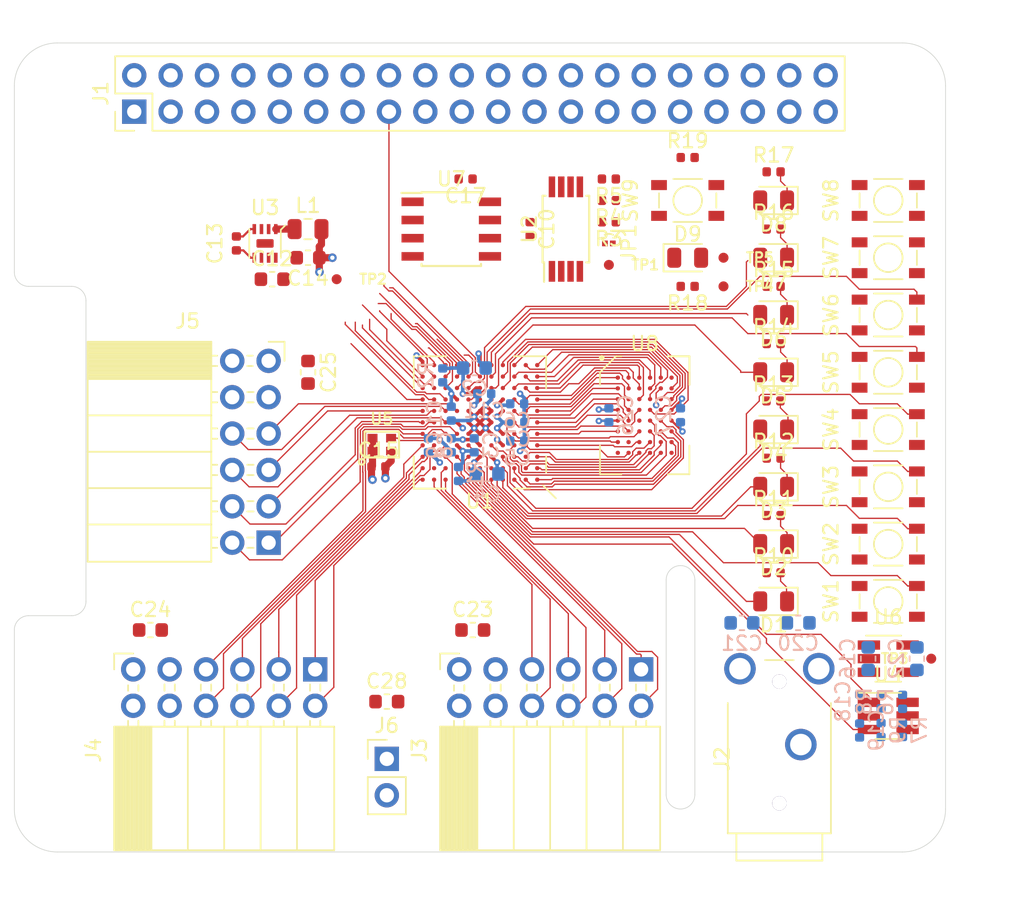
<source format=kicad_pcb>
(kicad_pcb (version 20171130) (host pcbnew 5.1.2+dfsg1-1)
  (layers (0 F.Cu signal) (1 In1.Cu power hide) (2 In2.Cu power) (31 B.Cu signal) (34 B.Paste user) (35 F.Paste user) (36 B.SilkS user hide) (37 F.SilkS user hide) (38 B.Mask user) (39 F.Mask user) (44 Edge.Cuts user))
  (net 0 "")
  (net 1 GND)
  (net 2 +1V2)
  (net 3 "Net-(C2-Pad2)")
  (net 4 "Net-(C2-Pad1)")
  (net 5 "Net-(C4-Pad2)")
  (net 6 "Net-(C4-Pad1)")
  (net 7 +3V3)
  (net 8 +5V)
  (net 9 "Net-(C13-Pad2)")
  (net 10 "Net-(C18-Pad1)")
  (net 11 "Net-(C19-Pad1)")
  (net 12 "Net-(C20-Pad1)")
  (net 13 "Net-(C21-Pad1)")
  (net 14 +3.3VDAC)
  (net 15 "Net-(D1-Pad1)")
  (net 16 /LED0)
  (net 17 /LED1)
  (net 18 "Net-(D2-Pad1)")
  (net 19 "Net-(D3-Pad1)")
  (net 20 /LED2)
  (net 21 /LED3)
  (net 22 "Net-(D4-Pad1)")
  (net 23 /LED4)
  (net 24 "Net-(D5-Pad1)")
  (net 25 "Net-(D6-Pad1)")
  (net 26 /LED5)
  (net 27 /LED6)
  (net 28 "Net-(D7-Pad1)")
  (net 29 "Net-(D8-Pad1)")
  (net 30 /LED7)
  (net 31 /GP13_FPGA_CDONE)
  (net 32 "Net-(J1-Pad3)")
  (net 33 "Net-(J1-Pad5)")
  (net 34 "Net-(J1-Pad7)")
  (net 35 /GP14_UART_TXD)
  (net 36 /GP15_UART_RXD)
  (net 37 "Net-(J1-Pad11)")
  (net 38 "Net-(J1-Pad12)")
  (net 39 /GP27_SDIO_DAT3)
  (net 40 /GP22_SDIO_CLK)
  (net 41 /GP23_SDIO_CMD)
  (net 42 /GP24_SDIO_DAT0)
  (net 43 /GP10_SPI_MOSI)
  (net 44 /GP9_SPI_MISO)
  (net 45 /GP25_SDIO_DAT1)
  (net 46 /GP11_SPI_SCK)
  (net 47 /GP8_SPI_~CS)
  (net 48 "Net-(J1-Pad26)")
  (net 49 /ID_SD)
  (net 50 /ID_SC)
  (net 51 "Net-(J1-Pad29)")
  (net 52 "Net-(J1-Pad31)")
  (net 53 /GP12_FPGA_~RST)
  (net 54 "Net-(J1-Pad35)")
  (net 55 "Net-(J1-Pad36)")
  (net 56 /GP26_SDIO_DAT2)
  (net 57 "Net-(J1-Pad38)")
  (net 58 "Net-(J1-Pad40)")
  (net 59 /IO0_0)
  (net 60 /IO0_1)
  (net 61 /IO0_2)
  (net 62 /IO0_3)
  (net 63 /IO0_4)
  (net 64 /IO0_5)
  (net 65 /IO0_6)
  (net 66 /IO0_7)
  (net 67 /IO1_7)
  (net 68 /IO1_6)
  (net 69 /IO1_5)
  (net 70 /IO1_4)
  (net 71 /IO1_3)
  (net 72 /IO1_2)
  (net 73 /IO1_1)
  (net 74 /IO1_0)
  (net 75 /IO2_0)
  (net 76 /IO2_1)
  (net 77 /IO2_2)
  (net 78 /IO2_3)
  (net 79 /IO2_4)
  (net 80 /IO2_5)
  (net 81 /IO2_6)
  (net 82 /IO2_7)
  (net 83 "Net-(JP1-Pad1)")
  (net 84 "Net-(L1-Pad1)")
  (net 85 "Net-(R6-Pad2)")
  (net 86 "Net-(R7-Pad2)")
  (net 87 /SW0)
  (net 88 /SW1)
  (net 89 /SW2)
  (net 90 /SW3)
  (net 91 /SW4)
  (net 92 /SW5)
  (net 93 /SW6)
  (net 94 /SW7)
  (net 95 /SRAM_DQ0)
  (net 96 /SRAM_DQ5)
  (net 97 /SRAM_DQ7)
  (net 98 /SRAM_DQ6)
  (net 99 /SRAM_DQ12)
  (net 100 /SRAM_A9)
  (net 101 /SRAM_A2)
  (net 102 /SRAM_A4)
  (net 103 /SRAM_A5)
  (net 104 /SRAM_A10)
  (net 105 /SRAM_DQ1)
  (net 106 /SRAM_DQ4)
  (net 107 /SRAM_DQ8)
  (net 108 /SRAM_DQ10)
  (net 109 /SRAM_DQ13)
  (net 110 /SRAM_DQ15)
  (net 111 /SRAM_A3)
  (net 112 /SRAM_A7)
  (net 113 /SRAM_A6)
  (net 114 /SRAM_A12)
  (net 115 /SRAM_DQ3)
  (net 116 /SRAM_DQ9)
  (net 117 /SRAM_DQ11)
  (net 118 /SRAM_A8)
  (net 119 /SRAM_A0)
  (net 120 /SRAM_A1)
  (net 121 /SRAM_A11)
  (net 122 /SRAM_A13)
  (net 123 /SRAM_A15)
  (net 124 /SRAM_DQ2)
  (net 125 /SRAM_DQ14)
  (net 126 /SRAM_A14)
  (net 127 /SRAM_A17)
  (net 128 /SRAM_A16)
  (net 129 /SRAM_~WE)
  (net 130 /SRAM_~OE)
  (net 131 /SRAM_~LB)
  (net 132 /SRAM_~UB)
  (net 133 /AUDIO_R_PWM)
  (net 134 "Net-(U1-PadB10)")
  (net 135 /CLK_OSC)
  (net 136 /AUDIO_L_PWM)
  (module fpga_hat:BGA-121_11x11_9.0x9.0mm (layer F.Cu) (at 132.5 106.5 180)
    (fp_text reference U1 (at 0 -5.5) (layer F.SilkS))
    (fp_text value iCE40-HX8k-BG121)
    (pad A1 smd circle (at -4 -4 180) (size 0.3 0.3) (layers F.Cu F.Paste F.Mask) (net 97 /SRAM_DQ7))
    (pad B1 smd circle (at -4 -3.2 180) (size 0.3 0.3) (layers F.Cu F.Paste F.Mask) (net 129 /SRAM_~WE))
    (pad C1 smd circle (at -4 -2.4 180) (size 0.3 0.3) (layers F.Cu F.Paste F.Mask) (net 100 /SRAM_A9))
    (pad D1 smd circle (at -4 -1.6 180) (size 0.3 0.3) (layers F.Cu F.Paste F.Mask) (net 114 /SRAM_A12))
    (pad E1 smd circle (at -4 -0.8 180) (size 0.3 0.3) (layers F.Cu F.Paste F.Mask) (net 125 /SRAM_DQ14))
    (pad F1 smd circle (at -4 0 180) (size 0.3 0.3) (layers F.Cu F.Paste F.Mask) (net 99 /SRAM_DQ12))
    (pad G1 smd circle (at -4 0.8 180) (size 0.3 0.3) (layers F.Cu F.Paste F.Mask) (net 107 /SRAM_DQ8))
    (pad H1 smd circle (at -4 1.6 180) (size 0.3 0.3) (layers F.Cu F.Paste F.Mask) (net 132 /SRAM_~UB))
    (pad J1 smd circle (at -4 2.4 180) (size 0.3 0.3) (layers F.Cu F.Paste F.Mask) (net 119 /SRAM_A0))
    (pad K1 smd circle (at -4 3.2 180) (size 0.3 0.3) (layers F.Cu F.Paste F.Mask) (net 102 /SRAM_A4))
    (pad L1 smd circle (at -4 4 180) (size 0.3 0.3) (layers F.Cu F.Paste F.Mask) (net 95 /SRAM_DQ0))
    (pad A2 smd circle (at -3.2 -4 180) (size 0.3 0.3) (layers F.Cu F.Paste F.Mask) (net 96 /SRAM_DQ5))
    (pad B2 smd circle (at -3.2 -3.2 180) (size 0.3 0.3) (layers F.Cu F.Paste F.Mask) (net 104 /SRAM_A10))
    (pad C2 smd circle (at -3.2 -2.4 180) (size 0.3 0.3) (layers F.Cu F.Paste F.Mask) (net 122 /SRAM_A13))
    (pad D2 smd circle (at -3.2 -1.6 180) (size 0.3 0.3) (layers F.Cu F.Paste F.Mask) (net 118 /SRAM_A8))
    (pad E2 smd circle (at -3.2 -0.8 180) (size 0.3 0.3) (layers F.Cu F.Paste F.Mask) (net 109 /SRAM_DQ13))
    (pad F2 smd circle (at -3.2 0 180) (size 0.3 0.3) (layers F.Cu F.Paste F.Mask) (net 116 /SRAM_DQ9))
    (pad G2 smd circle (at -3.2 0.8 180) (size 0.3 0.3) (layers F.Cu F.Paste F.Mask) (net 108 /SRAM_DQ10))
    (pad H2 smd circle (at -3.2 1.6 180) (size 0.3 0.3) (layers F.Cu F.Paste F.Mask) (net 130 /SRAM_~OE))
    (pad J2 smd circle (at -3.2 2.4 180) (size 0.3 0.3) (layers F.Cu F.Paste F.Mask) (net 111 /SRAM_A3))
    (pad K2 smd circle (at -3.2 3.2 180) (size 0.3 0.3) (layers F.Cu F.Paste F.Mask) (net 120 /SRAM_A1))
    (pad L2 smd circle (at -3.2 4 180) (size 0.3 0.3) (layers F.Cu F.Paste F.Mask) (net 113 /SRAM_A6))
    (pad A3 smd circle (at -2.4 -4 180) (size 0.3 0.3) (layers F.Cu F.Paste F.Mask) (net 106 /SRAM_DQ4))
    (pad B3 smd circle (at -2.4 -3.2 180) (size 0.3 0.3) (layers F.Cu F.Paste F.Mask) (net 98 /SRAM_DQ6))
    (pad C3 smd circle (at -2.4 -2.4 180) (size 0.3 0.3) (layers F.Cu F.Paste F.Mask) (net 123 /SRAM_A15))
    (pad D3 smd circle (at -2.4 -1.6 180) (size 0.3 0.3) (layers F.Cu F.Paste F.Mask) (net 121 /SRAM_A11))
    (pad E3 smd circle (at -2.4 -0.8 180) (size 0.3 0.3) (layers F.Cu F.Paste F.Mask) (net 126 /SRAM_A14))
    (pad F3 smd circle (at -2.4 0 180) (size 0.3 0.3) (layers F.Cu F.Paste F.Mask) (net 127 /SRAM_A17))
    (pad G3 smd circle (at -2.4 0.8 180) (size 0.3 0.3) (layers F.Cu F.Paste F.Mask) (net 117 /SRAM_DQ11))
    (pad H3 smd circle (at -2.4 1.6 180) (size 0.3 0.3) (layers F.Cu F.Paste F.Mask) (net 131 /SRAM_~LB))
    (pad J3 smd circle (at -2.4 2.4 180) (size 0.3 0.3) (layers F.Cu F.Paste F.Mask) (net 103 /SRAM_A5))
    (pad K3 smd circle (at -2.4 3.2 180) (size 0.3 0.3) (layers F.Cu F.Paste F.Mask) (net 101 /SRAM_A2))
    (pad L3 smd circle (at -2.4 4 180) (size 0.3 0.3) (layers F.Cu F.Paste F.Mask) (net 105 /SRAM_DQ1))
    (pad A4 smd circle (at -1.6 -4 180) (size 0.3 0.3) (layers F.Cu F.Paste F.Mask) (net 89 /SW2))
    (pad B4 smd circle (at -1.6 -3.2 180) (size 0.3 0.3) (layers F.Cu F.Paste F.Mask) (net 21 /LED3))
    (pad C4 smd circle (at -1.6 -2.4 180) (size 0.3 0.3) (layers F.Cu F.Paste F.Mask) (net 90 /SW3))
    (pad D4 smd circle (at -1.6 -1.6 180) (size 0.3 0.3) (layers F.Cu F.Paste F.Mask) (net 2 +1V2))
    (pad E4 smd circle (at -1.6 -0.8 180) (size 0.3 0.3) (layers F.Cu F.Paste F.Mask) (net 7 +3V3))
    (pad F4 smd circle (at -1.6 0 180) (size 0.3 0.3) (layers F.Cu F.Paste F.Mask) (net 110 /SRAM_DQ15))
    (pad G4 smd circle (at -1.6 0.8 180) (size 0.3 0.3) (layers F.Cu F.Paste F.Mask) (net 7 +3V3))
    (pad H4 smd circle (at -1.6 1.6 180) (size 0.3 0.3) (layers F.Cu F.Paste F.Mask) (net 2 +1V2))
    (pad J4 smd circle (at -1.6 2.4 180) (size 0.3 0.3) (layers F.Cu F.Paste F.Mask) (net 124 /SRAM_DQ2))
    (pad K4 smd circle (at -1.6 3.2 180) (size 0.3 0.3) (layers F.Cu F.Paste F.Mask) (net 115 /SRAM_DQ3))
    (pad L4 smd circle (at -1.6 4 180) (size 0.3 0.3) (layers F.Cu F.Paste F.Mask) (net 112 /SRAM_A7))
    (pad A5 smd circle (at -0.8 -4 180) (size 0.3 0.3) (layers F.Cu F.Paste F.Mask) (net 88 /SW1))
    (pad B5 smd circle (at -0.8 -3.2 180) (size 0.3 0.3) (layers F.Cu F.Paste F.Mask) (net 20 /LED2))
    (pad C5 smd circle (at -0.8 -2.4 180) (size 0.3 0.3) (layers F.Cu F.Paste F.Mask) (net 5 "Net-(C4-Pad2)"))
    (pad D5 smd circle (at -0.8 -1.6 180) (size 0.3 0.3) (layers F.Cu F.Paste F.Mask) (net 128 /SRAM_A16))
    (pad E5 smd circle (at -0.8 -0.8 180) (size 0.3 0.3) (layers F.Cu F.Paste F.Mask) (net 1 GND))
    (pad F5 smd circle (at -0.8 0 180) (size 0.3 0.3) (layers F.Cu F.Paste F.Mask) (net 1 GND))
    (pad G5 smd circle (at -0.8 0.8 180) (size 0.3 0.3) (layers F.Cu F.Paste F.Mask) (net 1 GND))
    (pad H5 smd circle (at -0.8 1.6 180) (size 0.3 0.3) (layers F.Cu F.Paste F.Mask) (net 1 GND))
    (pad J5 smd circle (at -0.8 2.4 180) (size 0.3 0.3) (layers F.Cu F.Paste F.Mask) (net 23 /LED4))
    (pad K5 smd circle (at -0.8 3.2 180) (size 0.3 0.3) (layers F.Cu F.Paste F.Mask) (net 91 /SW4))
    (pad L5 smd circle (at -0.8 4 180) (size 0.3 0.3) (layers F.Cu F.Paste F.Mask) (net 26 /LED5))
    (pad A6 smd circle (at 0 -4 180) (size 0.3 0.3) (layers F.Cu F.Paste F.Mask) (net 16 /LED0))
    (pad B6 smd circle (at 0 -3.2 180) (size 0.3 0.3) (layers F.Cu F.Paste F.Mask) (net 87 /SW0))
    (pad C6 smd circle (at 0 -2.4 180) (size 0.3 0.3) (layers F.Cu F.Paste F.Mask) (net 6 "Net-(C4-Pad1)"))
    (pad D6 smd circle (at 0 -1.6 180) (size 0.3 0.3) (layers F.Cu F.Paste F.Mask) (net 7 +3V3))
    (pad E6 smd circle (at 0 -0.8 180) (size 0.3 0.3) (layers F.Cu F.Paste F.Mask) (net 1 GND))
    (pad F6 smd circle (at 0 0 180) (size 0.3 0.3) (layers F.Cu F.Paste F.Mask) (net 1 GND))
    (pad G6 smd circle (at 0 0.8 180) (size 0.3 0.3) (layers F.Cu F.Paste F.Mask) (net 1 GND))
    (pad H6 smd circle (at 0 1.6 180) (size 0.3 0.3) (layers F.Cu F.Paste F.Mask) (net 7 +3V3))
    (pad J6 smd circle (at 0 2.4 180) (size 0.3 0.3) (layers F.Cu F.Paste F.Mask) (net 4 "Net-(C2-Pad1)"))
    (pad K6 smd circle (at 0 3.2 180) (size 0.3 0.3) (layers F.Cu F.Paste F.Mask) (net 40 /GP22_SDIO_CLK))
    (pad L6 smd circle (at 0 4 180) (size 0.3 0.3) (layers F.Cu F.Paste F.Mask) (net 3 "Net-(C2-Pad2)"))
    (pad A7 smd circle (at 0.8 -4 180) (size 0.3 0.3) (layers F.Cu F.Paste F.Mask) (net 63 /IO0_4))
    (pad B7 smd circle (at 0.8 -3.2 180) (size 0.3 0.3) (layers F.Cu F.Paste F.Mask) (net 136 /AUDIO_L_PWM))
    (pad C7 smd circle (at 0.8 -2.4 180) (size 0.3 0.3) (layers F.Cu F.Paste F.Mask) (net 133 /AUDIO_R_PWM))
    (pad D7 smd circle (at 0.8 -1.6 180) (size 0.3 0.3) (layers F.Cu F.Paste F.Mask) (net 17 /LED1))
    (pad E7 smd circle (at 0.8 -0.8 180) (size 0.3 0.3) (layers F.Cu F.Paste F.Mask) (net 1 GND))
    (pad F7 smd circle (at 0.8 0 180) (size 0.3 0.3) (layers F.Cu F.Paste F.Mask) (net 1 GND))
    (pad G7 smd circle (at 0.8 0.8 180) (size 0.3 0.3) (layers F.Cu F.Paste F.Mask) (net 1 GND))
    (pad H7 smd circle (at 0.8 1.6 180) (size 0.3 0.3) (layers F.Cu F.Paste F.Mask) (net 92 /SW5))
    (pad J7 smd circle (at 0.8 2.4 180) (size 0.3 0.3) (layers F.Cu F.Paste F.Mask) (net 56 /GP26_SDIO_DAT2))
    (pad K7 smd circle (at 0.8 3.2 180) (size 0.3 0.3) (layers F.Cu F.Paste F.Mask) (net 94 /SW7))
    (pad L7 smd circle (at 0.8 4 180) (size 0.3 0.3) (layers F.Cu F.Paste F.Mask) (net 41 /GP23_SDIO_CMD))
    (pad A8 smd circle (at 1.6 -4 180) (size 0.3 0.3) (layers F.Cu F.Paste F.Mask) (net 60 /IO0_1))
    (pad B8 smd circle (at 1.6 -3.2 180) (size 0.3 0.3) (layers F.Cu F.Paste F.Mask) (net 64 /IO0_5))
    (pad C8 smd circle (at 1.6 -2.4 180) (size 0.3 0.3) (layers F.Cu F.Paste F.Mask) (net 59 /IO0_0))
    (pad D8 smd circle (at 1.6 -1.6 180) (size 0.3 0.3) (layers F.Cu F.Paste F.Mask) (net 2 +1V2))
    (pad E8 smd circle (at 1.6 -0.8 180) (size 0.3 0.3) (layers F.Cu F.Paste F.Mask) (net 79 /IO2_4))
    (pad F8 smd circle (at 1.6 0 180) (size 0.3 0.3) (layers F.Cu F.Paste F.Mask) (net 7 +3V3))
    (pad G8 smd circle (at 1.6 0.8 180) (size 0.3 0.3) (layers F.Cu F.Paste F.Mask) (net 78 /IO2_3))
    (pad H8 smd circle (at 1.6 1.6 180) (size 0.3 0.3) (layers F.Cu F.Paste F.Mask) (net 2 +1V2))
    (pad J8 smd circle (at 1.6 2.4 180) (size 0.3 0.3) (layers F.Cu F.Paste F.Mask) (net 39 /GP27_SDIO_DAT3))
    (pad K8 smd circle (at 1.6 3.2 180) (size 0.3 0.3) (layers F.Cu F.Paste F.Mask) (net 31 /GP13_FPGA_CDONE))
    (pad L8 smd circle (at 1.6 4 180) (size 0.3 0.3) (layers F.Cu F.Paste F.Mask) (net 42 /GP24_SDIO_DAT0))
    (pad A9 smd circle (at 2.4 -4 180) (size 0.3 0.3) (layers F.Cu F.Paste F.Mask) (net 61 /IO0_2))
    (pad B9 smd circle (at 2.4 -3.2 180) (size 0.3 0.3) (layers F.Cu F.Paste F.Mask) (net 66 /IO0_7))
    (pad C9 smd circle (at 2.4 -2.4 180) (size 0.3 0.3) (layers F.Cu F.Paste F.Mask) (net 65 /IO0_6))
    (pad D9 smd circle (at 2.4 -1.6 180) (size 0.3 0.3) (layers F.Cu F.Paste F.Mask) (net 74 /IO1_0))
    (pad E9 smd circle (at 2.4 -0.8 180) (size 0.3 0.3) (layers F.Cu F.Paste F.Mask) (net 67 /IO1_7))
    (pad F9 smd circle (at 2.4 0 180) (size 0.3 0.3) (layers F.Cu F.Paste F.Mask) (net 76 /IO2_1))
    (pad G9 smd circle (at 2.4 0.8 180) (size 0.3 0.3) (layers F.Cu F.Paste F.Mask) (net 82 /IO2_7))
    (pad H9 smd circle (at 2.4 1.6 180) (size 0.3 0.3) (layers F.Cu F.Paste F.Mask) (net 45 /GP25_SDIO_DAT1))
    (pad J9 smd circle (at 2.4 2.4 180) (size 0.3 0.3) (layers F.Cu F.Paste F.Mask) (net 44 /GP9_SPI_MISO))
    (pad K9 smd circle (at 2.4 3.2 180) (size 0.3 0.3) (layers F.Cu F.Paste F.Mask) (net 43 /GP10_SPI_MOSI))
    (pad L9 smd circle (at 2.4 4 180) (size 0.3 0.3) (layers F.Cu F.Paste F.Mask) (net 53 /GP12_FPGA_~RST))
    (pad A10 smd circle (at 3.2 -4 180) (size 0.3 0.3) (layers F.Cu F.Paste F.Mask) (net 62 /IO0_3))
    (pad B10 smd circle (at 3.2 -3.2 180) (size 0.3 0.3) (layers F.Cu F.Paste F.Mask) (net 134 "Net-(U1-PadB10)"))
    (pad C10 smd circle (at 3.2 -2.4 180) (size 0.3 0.3) (layers F.Cu F.Paste F.Mask) (net 7 +3V3))
    (pad D10 smd circle (at 3.2 -1.6 180) (size 0.3 0.3) (layers F.Cu F.Paste F.Mask) (net 73 /IO1_1))
    (pad E10 smd circle (at 3.2 -0.8 180) (size 0.3 0.3) (layers F.Cu F.Paste F.Mask) (net 135 /CLK_OSC))
    (pad F10 smd circle (at 3.2 0 180) (size 0.3 0.3) (layers F.Cu F.Paste F.Mask) (net 75 /IO2_0))
    (pad G10 smd circle (at 3.2 0.8 180) (size 0.3 0.3) (layers F.Cu F.Paste F.Mask) (net 81 /IO2_6))
    (pad H10 smd circle (at 3.2 1.6 180) (size 0.3 0.3) (layers F.Cu F.Paste F.Mask) (net 35 /GP14_UART_TXD))
    (pad J10 smd circle (at 3.2 2.4 180) (size 0.3 0.3) (layers F.Cu F.Paste F.Mask) (net 36 /GP15_UART_RXD))
    (pad K10 smd circle (at 3.2 3.2 180) (size 0.3 0.3) (layers F.Cu F.Paste F.Mask) (net 47 /GP8_SPI_~CS))
    (pad L10 smd circle (at 3.2 4 180) (size 0.3 0.3) (layers F.Cu F.Paste F.Mask) (net 46 /GP11_SPI_SCK))
    (pad A11 smd circle (at 4 -4 180) (size 0.3 0.3) (layers F.Cu F.Paste F.Mask) (net 70 /IO1_4))
    (pad B11 smd circle (at 4 -3.2 180) (size 0.3 0.3) (layers F.Cu F.Paste F.Mask) (net 69 /IO1_5))
    (pad C11 smd circle (at 4 -2.4 180) (size 0.3 0.3) (layers F.Cu F.Paste F.Mask) (net 68 /IO1_6))
    (pad D11 smd circle (at 4 -1.6 180) (size 0.3 0.3) (layers F.Cu F.Paste F.Mask) (net 72 /IO1_2))
    (pad E11 smd circle (at 4 -0.8 180) (size 0.3 0.3) (layers F.Cu F.Paste F.Mask) (net 71 /IO1_3))
    (pad F11 smd circle (at 4 0 180) (size 0.3 0.3) (layers F.Cu F.Paste F.Mask) (net 80 /IO2_5))
    (pad G11 smd circle (at 4 0.8 180) (size 0.3 0.3) (layers F.Cu F.Paste F.Mask) (net 77 /IO2_2))
    (pad H11 smd circle (at 4 1.6 180) (size 0.3 0.3) (layers F.Cu F.Paste F.Mask) (net 30 /LED7))
    (pad J11 smd circle (at 4 2.4 180) (size 0.3 0.3) (layers F.Cu F.Paste F.Mask) (net 27 /LED6))
    (pad K11 smd circle (at 4 3.2 180) (size 0.3 0.3) (layers F.Cu F.Paste F.Mask) (net 93 /SW6))
    (pad L11 smd circle (at 4 4 180) (size 0.3 0.3) (layers F.Cu F.Paste F.Mask) (net 7 +3V3))
  )
  (module Capacitor_SMD:C_0402_1005Metric (layer B.Cu) (at 128.9 108.1 90)
    (fp_text reference C8 (at 0 1.17 90) (layer B.SilkS) (effects (justify mirror)))
    (fp_text value 100n)
    (pad 2 smd roundrect (at 0.485 0 90) (size 0.59 0.64) (layers B.Cu B.Paste B.Mask) (net 1 GND))
    (pad 1 smd roundrect (at -0.485 0 90) (size 0.59 0.64) (layers B.Cu B.Paste B.Mask) (net 7 +3V3))
  )
  (module fpga_hat:MOUNTHOLE_M2.5 (layer F.Cu) (at 161.5 83.5)
    (fp_text reference REF** hide)
    (fp_text value MOUNTHOLE_M2.5 hide)
    (pad "" np_thru_hole circle (at 0 0) (size 2.75 2.75) (drill 2.75) (layers *.Cu *.Mask) (thermal_gap 1.9))
  )
  (module fpga_hat:MOUNTHOLE_M2.5 (layer F.Cu) (at 161.5 133)
    (fp_text reference REF** hide)
    (fp_text value MOUNTHOLE_M2.5 hide)
    (pad "" np_thru_hole circle (at 0 0) (size 2.75 2.75) (drill 2.75) (layers *.Cu *.Mask) (thermal_gap 1.9))
  )
  (module fpga_hat:MOUNTHOLE_M2.5 (layer F.Cu) (at 103.5 133)
    (fp_text reference REF** hide)
    (fp_text value MOUNTHOLE_M2.5 hide)
    (pad "" np_thru_hole circle (at 0 0) (size 2.75 2.75) (drill 2.75) (layers *.Cu *.Mask) (thermal_gap 1.9))
  )
  (module fpga_hat:MOUNTHOLE_M2.5 (layer F.Cu) (at 103.5 83.5)
    (fp_text reference REF** hide)
    (fp_text value MOUNTHOLE_M2.5 hide)
    (pad "" np_thru_hole circle (at 0 0) (size 2.75 2.75) (drill 2.75) (layers *.Cu *.Mask) (thermal_gap 1.9))
  )
  (module Capacitor_SMD:C_0402_1005Metric (layer B.Cu) (at 130.5 105.885 270)
    (fp_text reference C1 (at 0 1.17 90) (layer B.SilkS) (effects (justify mirror)))
    (fp_text value 100n)
    (pad 2 smd roundrect (at 0.485 0 270) (size 0.59 0.64) (layers B.Cu B.Paste B.Mask) (net 1 GND))
    (pad 1 smd roundrect (at -0.485 0 270) (size 0.59 0.64) (layers B.Cu B.Paste B.Mask) (net 2 +1V2))
  )
  (module Capacitor_SMD:C_0603_1608Metric (layer B.Cu) (at 132.1125 102.7)
    (fp_text reference C2 (at 0 1.43) (layer B.SilkS) (effects (justify mirror)))
    (fp_text value 4u7)
    (pad 2 smd roundrect (at 0.7875 0) (size 0.875 0.95) (layers B.Cu B.Paste B.Mask) (net 3 "Net-(C2-Pad2)"))
    (pad 1 smd roundrect (at -0.7875 0) (size 0.875 0.95) (layers B.Cu B.Paste B.Mask) (net 4 "Net-(C2-Pad1)"))
  )
  (module Capacitor_SMD:C_0402_1005Metric (layer B.Cu) (at 132.1 108.1 90)
    (fp_text reference C3 (at 0 1.17 90) (layer B.SilkS) (effects (justify mirror)))
    (fp_text value 100n)
    (pad 1 smd roundrect (at -0.485 0 90) (size 0.59 0.64) (layers B.Cu B.Paste B.Mask) (net 2 +1V2))
    (pad 2 smd roundrect (at 0.485 0 90) (size 0.59 0.64) (layers B.Cu B.Paste B.Mask) (net 1 GND))
  )
  (module Capacitor_SMD:C_0603_1608Metric (layer B.Cu) (at 133 110.1)
    (fp_text reference C4 (at 0 1.43) (layer B.SilkS) (effects (justify mirror)))
    (fp_text value 4u7)
    (pad 1 smd roundrect (at -0.7875 0) (size 0.875 0.95) (layers B.Cu B.Paste B.Mask) (net 6 "Net-(C4-Pad1)"))
    (pad 2 smd roundrect (at 0.7875 0) (size 0.875 0.95) (layers B.Cu B.Paste B.Mask) (net 5 "Net-(C4-Pad2)"))
  )
  (module Capacitor_SMD:C_0402_1005Metric (layer B.Cu) (at 135.1 107.8)
    (fp_text reference C5 (at 0 1.17 180) (layer B.SilkS) (effects (justify mirror)))
    (fp_text value 100n)
    (pad 1 smd roundrect (at -0.485 0) (size 0.59 0.64) (layers B.Cu B.Paste B.Mask) (net 2 +1V2))
    (pad 2 smd roundrect (at 0.485 0) (size 0.59 0.64) (layers B.Cu B.Paste B.Mask) (net 1 GND))
  )
  (module Capacitor_SMD:C_0402_1005Metric (layer B.Cu) (at 135.1 105.2)
    (fp_text reference C6 (at 0 1.17) (layer B.SilkS) (effects (justify mirror)))
    (fp_text value 100n)
    (pad 2 smd roundrect (at 0.485 0) (size 0.59 0.64) (layers B.Cu B.Paste B.Mask) (net 1 GND))
    (pad 1 smd roundrect (at -0.485 0) (size 0.59 0.64) (layers B.Cu B.Paste B.Mask) (net 2 +1V2))
  )
  (module Capacitor_SMD:C_0402_1005Metric (layer B.Cu) (at 135.115 106.5)
    (fp_text reference C7 (at 0 1.17 180) (layer B.SilkS) (effects (justify mirror)))
    (fp_text value 100n)
    (pad 2 smd roundrect (at 0.485 0) (size 0.59 0.64) (layers B.Cu B.Paste B.Mask) (net 1 GND))
    (pad 1 smd roundrect (at -0.485 0) (size 0.59 0.64) (layers B.Cu B.Paste B.Mask) (net 7 +3V3))
  )
  (module Capacitor_SMD:C_0402_1005Metric (layer B.Cu) (at 130.5 108.1 270)
    (fp_text reference C9 (at 0 1.17 90) (layer B.SilkS) (effects (justify mirror)))
    (fp_text value 100n)
    (pad 2 smd roundrect (at 0.485 0 270) (size 0.59 0.64) (layers B.Cu B.Paste B.Mask) (net 1 GND))
    (pad 1 smd roundrect (at -0.485 0 270) (size 0.59 0.64) (layers B.Cu B.Paste B.Mask) (net 7 +3V3))
  )
  (module Capacitor_SMD:C_0402_1005Metric (layer F.Cu) (at 136 93 270)
    (fp_text reference C10 (at 0 -1.17 90) (layer F.SilkS))
    (fp_text value 100n)
    (pad 2 smd roundrect (at 0.485 0 270) (size 0.59 0.64) (layers F.Cu F.Paste F.Mask) (net 1 GND))
    (pad 1 smd roundrect (at -0.485 0 270) (size 0.59 0.64) (layers F.Cu F.Paste F.Mask) (net 7 +3V3))
  )
  (module Capacitor_SMD:C_0402_1005Metric (layer B.Cu) (at 132.8 104.5)
    (fp_text reference C11 (at 0 1.17) (layer B.SilkS) (effects (justify mirror)))
    (fp_text value 100n)
    (pad 1 smd roundrect (at -0.485 0) (size 0.59 0.64) (layers B.Cu B.Paste B.Mask) (net 7 +3V3))
    (pad 2 smd roundrect (at 0.485 0) (size 0.59 0.64) (layers B.Cu B.Paste B.Mask) (net 1 GND))
  )
  (module Capacitor_SMD:C_0603_1608Metric (layer F.Cu) (at 118 96.5)
    (fp_text reference C12 (at 0 -1.43) (layer F.SilkS))
    (fp_text value 4u7)
    (pad 2 smd roundrect (at 0.7875 0) (size 0.875 0.95) (layers F.Cu F.Paste F.Mask) (net 1 GND))
    (pad 1 smd roundrect (at -0.7875 0) (size 0.875 0.95) (layers F.Cu F.Paste F.Mask) (net 8 +5V))
  )
  (module Capacitor_SMD:C_0402_1005Metric (layer F.Cu) (at 115.5 94 270)
    (fp_text reference C13 (at 0 1.5 90) (layer F.SilkS))
    (fp_text value 560p)
    (pad 1 smd roundrect (at -0.485 0 270) (size 0.59 0.64) (layers F.Cu F.Paste F.Mask) (net 2 +1V2))
    (pad 2 smd roundrect (at 0.485 0 270) (size 0.59 0.64) (layers F.Cu F.Paste F.Mask) (net 9 "Net-(C13-Pad2)"))
  )
  (module Capacitor_SMD:C_0603_1608Metric (layer F.Cu) (at 120.5 95 180)
    (fp_text reference C14 (at 0 -1.43) (layer F.SilkS))
    (fp_text value 4u7)
    (pad 2 smd roundrect (at 0.7875 0 180) (size 0.875 0.95) (layers F.Cu F.Paste F.Mask) (net 1 GND))
    (pad 1 smd roundrect (at -0.7875 0 180) (size 0.875 0.95) (layers F.Cu F.Paste F.Mask) (net 2 +1V2))
  )
  (module Capacitor_SMD:C_0402_1005Metric (layer F.Cu) (at 125.415 109.6)
    (fp_text reference C15 (at 0 -1.17) (layer F.SilkS))
    (fp_text value 100n)
    (pad 2 smd roundrect (at 0.485 0) (size 0.59 0.64) (layers F.Cu F.Paste F.Mask) (net 1 GND))
    (pad 1 smd roundrect (at -0.485 0) (size 0.59 0.64) (layers F.Cu F.Paste F.Mask) (net 7 +3V3))
  )
  (module Capacitor_SMD:C_0603_1608Metric (layer B.Cu) (at 159.6 123 270)
    (fp_text reference C16 (at 0 1.43 90) (layer B.SilkS) (effects (justify mirror)))
    (fp_text value 1u)
    (pad 1 smd roundrect (at -0.7875 0 270) (size 0.875 0.95) (layers B.Cu B.Paste B.Mask) (net 8 +5V))
    (pad 2 smd roundrect (at 0.7875 0 270) (size 0.875 0.95) (layers B.Cu B.Paste B.Mask) (net 1 GND))
  )
  (module Capacitor_SMD:C_0402_1005Metric (layer F.Cu) (at 131.5 89.5 180)
    (fp_text reference C17 (at 0 -1.17) (layer F.SilkS))
    (fp_text value 100n)
    (pad 1 smd roundrect (at -0.485 0 180) (size 0.59 0.64) (layers F.Cu F.Paste F.Mask) (net 7 +3V3))
    (pad 2 smd roundrect (at 0.485 0 180) (size 0.59 0.64) (layers F.Cu F.Paste F.Mask) (net 1 GND))
  )
  (module Capacitor_SMD:C_0402_1005Metric (layer B.Cu) (at 159 125.985 270)
    (fp_text reference C18 (at 0 1.17 90) (layer B.SilkS) (effects (justify mirror)))
    (fp_text value 100n)
    (pad 1 smd roundrect (at -0.485 0 270) (size 0.59 0.64) (layers B.Cu B.Paste B.Mask) (net 10 "Net-(C18-Pad1)"))
    (pad 2 smd roundrect (at 0.485 0 270) (size 0.59 0.64) (layers B.Cu B.Paste B.Mask) (net 1 GND))
  )
  (module Capacitor_SMD:C_0402_1005Metric (layer B.Cu) (at 159 128.015 90)
    (fp_text reference C19 (at 0 1.17 90) (layer B.SilkS) (effects (justify mirror)))
    (fp_text value 100n)
    (pad 1 smd roundrect (at -0.485 0 90) (size 0.59 0.64) (layers B.Cu B.Paste B.Mask) (net 11 "Net-(C19-Pad1)"))
    (pad 2 smd roundrect (at 0.485 0 90) (size 0.59 0.64) (layers B.Cu B.Paste B.Mask) (net 1 GND))
  )
  (module Capacitor_SMD:C_0603_1608Metric (layer B.Cu) (at 154.7125 120.5)
    (fp_text reference C20 (at 0 1.43) (layer B.SilkS) (effects (justify mirror)))
    (fp_text value 4u7)
    (pad 1 smd roundrect (at -0.7875 0) (size 0.875 0.95) (layers B.Cu B.Paste B.Mask) (net 12 "Net-(C20-Pad1)"))
    (pad 2 smd roundrect (at 0.7875 0) (size 0.875 0.95) (layers B.Cu B.Paste B.Mask) (net 10 "Net-(C18-Pad1)"))
  )
  (module Capacitor_SMD:C_0603_1608Metric (layer B.Cu) (at 150.7875 120.5)
    (fp_text reference C21 (at 0 1.43) (layer B.SilkS) (effects (justify mirror)))
    (fp_text value 4u7)
    (pad 1 smd roundrect (at -0.7875 0) (size 0.875 0.95) (layers B.Cu B.Paste B.Mask) (net 13 "Net-(C21-Pad1)"))
    (pad 2 smd roundrect (at 0.7875 0) (size 0.875 0.95) (layers B.Cu B.Paste B.Mask) (net 11 "Net-(C19-Pad1)"))
  )
  (module Capacitor_SMD:C_0603_1608Metric (layer B.Cu) (at 163 123 270)
    (fp_text reference C22 (at 0 1.43 90) (layer B.SilkS) (effects (justify mirror)))
    (fp_text value 1u)
    (pad 2 smd roundrect (at 0.7875 0 270) (size 0.875 0.95) (layers B.Cu B.Paste B.Mask) (net 1 GND))
    (pad 1 smd roundrect (at -0.7875 0 270) (size 0.875 0.95) (layers B.Cu B.Paste B.Mask) (net 14 +3.3VDAC))
  )
  (module Capacitor_SMD:C_0603_1608Metric (layer F.Cu) (at 132 121)
    (fp_text reference C23 (at 0 -1.43) (layer F.SilkS))
    (fp_text value 1u)
    (pad 2 smd roundrect (at 0.7875 0) (size 0.875 0.95) (layers F.Cu F.Paste F.Mask) (net 1 GND))
    (pad 1 smd roundrect (at -0.7875 0) (size 0.875 0.95) (layers F.Cu F.Paste F.Mask) (net 7 +3V3))
  )
  (module Capacitor_SMD:C_0603_1608Metric (layer F.Cu) (at 109.5 121)
    (fp_text reference C24 (at 0 -1.43) (layer F.SilkS))
    (fp_text value 1u)
    (pad 1 smd roundrect (at -0.7875 0) (size 0.875 0.95) (layers F.Cu F.Paste F.Mask) (net 7 +3V3))
    (pad 2 smd roundrect (at 0.7875 0) (size 0.875 0.95) (layers F.Cu F.Paste F.Mask) (net 1 GND))
  )
  (module Capacitor_SMD:C_0603_1608Metric (layer F.Cu) (at 120.5 103 270)
    (fp_text reference C25 (at 0 -1.43 90) (layer F.SilkS))
    (fp_text value 1u)
    (pad 2 smd roundrect (at 0.7875 0 270) (size 0.875 0.95) (layers F.Cu F.Paste F.Mask) (net 1 GND))
    (pad 1 smd roundrect (at -0.7875 0 270) (size 0.875 0.95) (layers F.Cu F.Paste F.Mask) (net 7 +3V3))
  )
  (module Capacitor_SMD:C_0402_1005Metric (layer B.Cu) (at 141.5 106 90)
    (fp_text reference C26 (at 0 1.17 270) (layer B.SilkS) (effects (justify mirror)))
    (fp_text value 100n)
    (pad 1 smd roundrect (at -0.485 0 90) (size 0.59 0.64) (layers B.Cu B.Paste B.Mask) (net 7 +3V3))
    (pad 2 smd roundrect (at 0.485 0 90) (size 0.59 0.64) (layers B.Cu B.Paste B.Mask) (net 1 GND))
  )
  (module Capacitor_SMD:C_0402_1005Metric (layer B.Cu) (at 146.5 106 270)
    (fp_text reference C27 (at 0 1.17 270) (layer B.SilkS) (effects (justify mirror)))
    (fp_text value 100n)
    (pad 2 smd roundrect (at 0.485 0 270) (size 0.59 0.64) (layers B.Cu B.Paste B.Mask) (net 1 GND))
    (pad 1 smd roundrect (at -0.485 0 270) (size 0.59 0.64) (layers B.Cu B.Paste B.Mask) (net 7 +3V3))
  )
  (module Capacitor_SMD:C_0603_1608Metric (layer F.Cu) (at 126 126)
    (fp_text reference C28 (at 0 -1.43) (layer F.SilkS))
    (fp_text value 1u)
    (pad 1 smd roundrect (at -0.7875 0) (size 0.875 0.95) (layers F.Cu F.Paste F.Mask) (net 8 +5V))
    (pad 2 smd roundrect (at 0.7875 0) (size 0.875 0.95) (layers F.Cu F.Paste F.Mask) (net 1 GND))
  )
  (module LED_SMD:LED_0805_2012Metric (layer F.Cu) (at 153 119 180)
    (fp_text reference D1 (at 0 -1.65) (layer F.SilkS))
    (fp_text value LED)
    (pad 1 smd roundrect (at -0.9375 0 180) (size 0.975 1.4) (layers F.Cu F.Paste F.Mask) (net 15 "Net-(D1-Pad1)"))
    (pad 2 smd roundrect (at 0.9375 0 180) (size 0.975 1.4) (layers F.Cu F.Paste F.Mask) (net 16 /LED0))
  )
  (module LED_SMD:LED_0805_2012Metric (layer F.Cu) (at 153 115 180)
    (fp_text reference D2 (at 0 -1.65) (layer F.SilkS))
    (fp_text value LED)
    (pad 1 smd roundrect (at -0.9375 0 180) (size 0.975 1.4) (layers F.Cu F.Paste F.Mask) (net 18 "Net-(D2-Pad1)"))
    (pad 2 smd roundrect (at 0.9375 0 180) (size 0.975 1.4) (layers F.Cu F.Paste F.Mask) (net 17 /LED1))
  )
  (module LED_SMD:LED_0805_2012Metric (layer F.Cu) (at 153 111 180)
    (fp_text reference D3 (at 0 -1.65) (layer F.SilkS))
    (fp_text value LED)
    (pad 2 smd roundrect (at 0.9375 0 180) (size 0.975 1.4) (layers F.Cu F.Paste F.Mask) (net 20 /LED2))
    (pad 1 smd roundrect (at -0.9375 0 180) (size 0.975 1.4) (layers F.Cu F.Paste F.Mask) (net 19 "Net-(D3-Pad1)"))
  )
  (module LED_SMD:LED_0805_2012Metric (layer F.Cu) (at 153 107 180)
    (fp_text reference D4 (at 0 -1.65) (layer F.SilkS))
    (fp_text value LED)
    (pad 1 smd roundrect (at -0.9375 0 180) (size 0.975 1.4) (layers F.Cu F.Paste F.Mask) (net 22 "Net-(D4-Pad1)"))
    (pad 2 smd roundrect (at 0.9375 0 180) (size 0.975 1.4) (layers F.Cu F.Paste F.Mask) (net 21 /LED3))
  )
  (module LED_SMD:LED_0805_2012Metric (layer F.Cu) (at 153 103 180)
    (fp_text reference D5 (at 0 -1.65) (layer F.SilkS))
    (fp_text value LED)
    (pad 2 smd roundrect (at 0.9375 0 180) (size 0.975 1.4) (layers F.Cu F.Paste F.Mask) (net 23 /LED4))
    (pad 1 smd roundrect (at -0.9375 0 180) (size 0.975 1.4) (layers F.Cu F.Paste F.Mask) (net 24 "Net-(D5-Pad1)"))
  )
  (module LED_SMD:LED_0805_2012Metric (layer F.Cu) (at 153 99 180)
    (fp_text reference D6 (at 0 -1.65) (layer F.SilkS))
    (fp_text value LED)
    (pad 1 smd roundrect (at -0.9375 0 180) (size 0.975 1.4) (layers F.Cu F.Paste F.Mask) (net 25 "Net-(D6-Pad1)"))
    (pad 2 smd roundrect (at 0.9375 0 180) (size 0.975 1.4) (layers F.Cu F.Paste F.Mask) (net 26 /LED5))
  )
  (module LED_SMD:LED_0805_2012Metric (layer F.Cu) (at 153 95 180)
    (fp_text reference D7 (at 0 -1.65) (layer F.SilkS))
    (fp_text value LED)
    (pad 2 smd roundrect (at 0.9375 0 180) (size 0.975 1.4) (layers F.Cu F.Paste F.Mask) (net 27 /LED6))
    (pad 1 smd roundrect (at -0.9375 0 180) (size 0.975 1.4) (layers F.Cu F.Paste F.Mask) (net 28 "Net-(D7-Pad1)"))
  )
  (module LED_SMD:LED_0805_2012Metric (layer F.Cu) (at 153 91 180)
    (fp_text reference D8 (at 0 -1.65) (layer F.SilkS))
    (fp_text value LED)
    (pad 1 smd roundrect (at -0.9375 0 180) (size 0.975 1.4) (layers F.Cu F.Paste F.Mask) (net 29 "Net-(D8-Pad1)"))
    (pad 2 smd roundrect (at 0.9375 0 180) (size 0.975 1.4) (layers F.Cu F.Paste F.Mask) (net 30 /LED7))
  )
  (module LED_SMD:LED_0805_2012Metric (layer F.Cu) (at 147 95)
    (fp_text reference D9 (at 0 -1.65) (layer F.SilkS))
    (fp_text value LED)
    (pad 2 smd roundrect (at 0.9375 0) (size 0.975 1.4) (layers F.Cu F.Paste F.Mask) (net 31 /GP13_FPGA_CDONE))
    (pad 1 smd roundrect (at -0.9375 0) (size 0.975 1.4) (layers F.Cu F.Paste F.Mask) (net 1 GND))
  )
  (module Connector_PinHeader_2.54mm:PinHeader_2x20_P2.54mm_Vertical (layer F.Cu) (at 108.37 84.8 90)
    (fp_text reference J1 (at 1.27 -2.33 90) (layer F.SilkS))
    (fp_text value 2x20)
    (pad 1 thru_hole rect (at 0 0 90) (size 1.7 1.7) (drill 1) (layers *.Cu *.Mask) (net 7 +3V3))
    (pad 2 thru_hole oval (at 2.54 0 90) (size 1.7 1.7) (drill 1) (layers *.Cu *.Mask) (net 8 +5V))
    (pad 3 thru_hole oval (at 0 2.54 90) (size 1.7 1.7) (drill 1) (layers *.Cu *.Mask) (net 32 "Net-(J1-Pad3)"))
    (pad 4 thru_hole oval (at 2.54 2.54 90) (size 1.7 1.7) (drill 1) (layers *.Cu *.Mask) (net 8 +5V))
    (pad 5 thru_hole oval (at 0 5.08 90) (size 1.7 1.7) (drill 1) (layers *.Cu *.Mask) (net 33 "Net-(J1-Pad5)"))
    (pad 6 thru_hole oval (at 2.54 5.08 90) (size 1.7 1.7) (drill 1) (layers *.Cu *.Mask) (net 1 GND))
    (pad 7 thru_hole oval (at 0 7.62 90) (size 1.7 1.7) (drill 1) (layers *.Cu *.Mask) (net 34 "Net-(J1-Pad7)"))
    (pad 8 thru_hole oval (at 2.54 7.62 90) (size 1.7 1.7) (drill 1) (layers *.Cu *.Mask) (net 35 /GP14_UART_TXD))
    (pad 9 thru_hole oval (at 0 10.16 90) (size 1.7 1.7) (drill 1) (layers *.Cu *.Mask) (net 1 GND))
    (pad 10 thru_hole oval (at 2.54 10.16 90) (size 1.7 1.7) (drill 1) (layers *.Cu *.Mask) (net 36 /GP15_UART_RXD))
    (pad 11 thru_hole oval (at 0 12.7 90) (size 1.7 1.7) (drill 1) (layers *.Cu *.Mask) (net 37 "Net-(J1-Pad11)"))
    (pad 12 thru_hole oval (at 2.54 12.7 90) (size 1.7 1.7) (drill 1) (layers *.Cu *.Mask) (net 38 "Net-(J1-Pad12)"))
    (pad 13 thru_hole oval (at 0 15.24 90) (size 1.7 1.7) (drill 1) (layers *.Cu *.Mask) (net 39 /GP27_SDIO_DAT3))
    (pad 14 thru_hole oval (at 2.54 15.24 90) (size 1.7 1.7) (drill 1) (layers *.Cu *.Mask) (net 1 GND))
    (pad 15 thru_hole oval (at 0 17.78 90) (size 1.7 1.7) (drill 1) (layers *.Cu *.Mask) (net 40 /GP22_SDIO_CLK))
    (pad 16 thru_hole oval (at 2.54 17.78 90) (size 1.7 1.7) (drill 1) (layers *.Cu *.Mask) (net 41 /GP23_SDIO_CMD))
    (pad 17 thru_hole oval (at 0 20.32 90) (size 1.7 1.7) (drill 1) (layers *.Cu *.Mask) (net 7 +3V3))
    (pad 18 thru_hole oval (at 2.54 20.32 90) (size 1.7 1.7) (drill 1) (layers *.Cu *.Mask) (net 42 /GP24_SDIO_DAT0))
    (pad 19 thru_hole oval (at 0 22.86 90) (size 1.7 1.7) (drill 1) (layers *.Cu *.Mask) (net 43 /GP10_SPI_MOSI))
    (pad 20 thru_hole oval (at 2.54 22.86 90) (size 1.7 1.7) (drill 1) (layers *.Cu *.Mask) (net 1 GND))
    (pad 21 thru_hole oval (at 0 25.4 90) (size 1.7 1.7) (drill 1) (layers *.Cu *.Mask) (net 44 /GP9_SPI_MISO))
    (pad 22 thru_hole oval (at 2.54 25.4 90) (size 1.7 1.7) (drill 1) (layers *.Cu *.Mask) (net 45 /GP25_SDIO_DAT1))
    (pad 23 thru_hole oval (at 0 27.94 90) (size 1.7 1.7) (drill 1) (layers *.Cu *.Mask) (net 46 /GP11_SPI_SCK))
    (pad 24 thru_hole oval (at 2.54 27.94 90) (size 1.7 1.7) (drill 1) (layers *.Cu *.Mask) (net 47 /GP8_SPI_~CS))
    (pad 25 thru_hole oval (at 0 30.48 90) (size 1.7 1.7) (drill 1) (layers *.Cu *.Mask) (net 1 GND))
    (pad 26 thru_hole oval (at 2.54 30.48 90) (size 1.7 1.7) (drill 1) (layers *.Cu *.Mask) (net 48 "Net-(J1-Pad26)"))
    (pad 27 thru_hole oval (at 0 33.02 90) (size 1.7 1.7) (drill 1) (layers *.Cu *.Mask) (net 49 /ID_SD))
    (pad 28 thru_hole oval (at 2.54 33.02 90) (size 1.7 1.7) (drill 1) (layers *.Cu *.Mask) (net 50 /ID_SC))
    (pad 29 thru_hole oval (at 0 35.56 90) (size 1.7 1.7) (drill 1) (layers *.Cu *.Mask) (net 51 "Net-(J1-Pad29)"))
    (pad 30 thru_hole oval (at 2.54 35.56 90) (size 1.7 1.7) (drill 1) (layers *.Cu *.Mask) (net 1 GND))
    (pad 31 thru_hole oval (at 0 38.1 90) (size 1.7 1.7) (drill 1) (layers *.Cu *.Mask) (net 52 "Net-(J1-Pad31)"))
    (pad 32 thru_hole oval (at 2.54 38.1 90) (size 1.7 1.7) (drill 1) (layers *.Cu *.Mask) (net 53 /GP12_FPGA_~RST))
    (pad 33 thru_hole oval (at 0 40.64 90) (size 1.7 1.7) (drill 1) (layers *.Cu *.Mask) (net 31 /GP13_FPGA_CDONE))
    (pad 34 thru_hole oval (at 2.54 40.64 90) (size 1.7 1.7) (drill 1) (layers *.Cu *.Mask) (net 1 GND))
    (pad 35 thru_hole oval (at 0 43.18 90) (size 1.7 1.7) (drill 1) (layers *.Cu *.Mask) (net 54 "Net-(J1-Pad35)"))
    (pad 36 thru_hole oval (at 2.54 43.18 90) (size 1.7 1.7) (drill 1) (layers *.Cu *.Mask) (net 55 "Net-(J1-Pad36)"))
    (pad 37 thru_hole oval (at 0 45.72 90) (size 1.7 1.7) (drill 1) (layers *.Cu *.Mask) (net 56 /GP26_SDIO_DAT2))
    (pad 38 thru_hole oval (at 2.54 45.72 90) (size 1.7 1.7) (drill 1) (layers *.Cu *.Mask) (net 57 "Net-(J1-Pad38)"))
    (pad 39 thru_hole oval (at 0 48.26 90) (size 1.7 1.7) (drill 1) (layers *.Cu *.Mask) (net 1 GND))
    (pad 40 thru_hole oval (at 2.54 48.26 90) (size 1.7 1.7) (drill 1) (layers *.Cu *.Mask) (net 58 "Net-(J1-Pad40)"))
  )
  (module fpga_hat:STX-3000_TRS_3.5mm (layer F.Cu) (at 153.4 129 90)
    (fp_text reference J2 (at -1 -4 90) (layer F.SilkS))
    (fp_text value AudioJack3)
    (pad ~ thru_hole circle (at -4.1 0 90) (size 1 1) (drill 1) (layers *.Cu *.Mask))
    (pad ~ thru_hole circle (at 4.4 0 90) (size 1 1) (drill 1) (layers *.Cu *.Mask))
    (pad S thru_hole circle (at 0 1.5 90) (size 2.2 2.2) (drill 1.5) (layers *.Cu *.Mask) (net 1 GND))
    (pad R thru_hole circle (at 5.3 -2.75 90) (size 2.2 2.2) (drill 1.5) (layers *.Cu *.Mask) (net 13 "Net-(C21-Pad1)"))
    (pad T thru_hole circle (at 5.3 2.75 90) (size 2.2 2.2) (drill 1.5) (layers *.Cu *.Mask) (net 12 "Net-(C20-Pad1)"))
  )
  (module fpga_hat:PinSocket_2x06_P2.54mm_Horizontal (layer F.Cu) (at 143.75 123.75 90)
    (fp_text reference J3 (at -5.65 -15.47 90) (layer F.SilkS))
    (fp_text value Conn_02x06_Top_Bottom)
    (pad 6 thru_hole circle (at 0 -12.7 90) (size 1.7 1.7) (drill 1) (layers *.Cu *.Mask) (net 7 +3V3))
    (pad 12 thru_hole oval (at -2.54 -12.7 90) (size 1.7 1.7) (drill 1) (layers *.Cu *.Mask) (net 7 +3V3))
    (pad 5 thru_hole oval (at 0 -10.16 90) (size 1.7 1.7) (drill 1) (layers *.Cu *.Mask) (net 1 GND))
    (pad 11 thru_hole oval (at -2.54 -10.16 90) (size 1.7 1.7) (drill 1) (layers *.Cu *.Mask) (net 1 GND))
    (pad 4 thru_hole oval (at 0 -7.62 90) (size 1.7 1.7) (drill 1) (layers *.Cu *.Mask) (net 62 /IO0_3))
    (pad 10 thru_hole oval (at -2.54 -7.62 90) (size 1.7 1.7) (drill 1) (layers *.Cu *.Mask) (net 66 /IO0_7))
    (pad 3 thru_hole oval (at 0 -5.08 90) (size 1.7 1.7) (drill 1) (layers *.Cu *.Mask) (net 61 /IO0_2))
    (pad 9 thru_hole oval (at -2.54 -5.08 90) (size 1.7 1.7) (drill 1) (layers *.Cu *.Mask) (net 65 /IO0_6))
    (pad 2 thru_hole oval (at 0 -2.54 90) (size 1.7 1.7) (drill 1) (layers *.Cu *.Mask) (net 60 /IO0_1))
    (pad 8 thru_hole oval (at -2.54 -2.54 90) (size 1.7 1.7) (drill 1) (layers *.Cu *.Mask) (net 64 /IO0_5))
    (pad 1 thru_hole rect (at 0 0 90) (size 1.7 1.7) (drill 1) (layers *.Cu *.Mask) (net 59 /IO0_0))
    (pad 7 thru_hole oval (at -2.54 0 90) (size 1.7 1.7) (drill 1) (layers *.Cu *.Mask) (net 63 /IO0_4))
  )
  (module fpga_hat:PinSocket_2x06_P2.54mm_Horizontal (layer F.Cu) (at 121 123.75 90)
    (fp_text reference J4 (at -5.65 -15.47 90) (layer F.SilkS))
    (fp_text value Conn_02x06_Top_Bottom)
    (pad 7 thru_hole oval (at -2.54 0 90) (size 1.7 1.7) (drill 1) (layers *.Cu *.Mask) (net 70 /IO1_4))
    (pad 1 thru_hole rect (at 0 0 90) (size 1.7 1.7) (drill 1) (layers *.Cu *.Mask) (net 74 /IO1_0))
    (pad 8 thru_hole oval (at -2.54 -2.54 90) (size 1.7 1.7) (drill 1) (layers *.Cu *.Mask) (net 69 /IO1_5))
    (pad 2 thru_hole oval (at 0 -2.54 90) (size 1.7 1.7) (drill 1) (layers *.Cu *.Mask) (net 73 /IO1_1))
    (pad 9 thru_hole oval (at -2.54 -5.08 90) (size 1.7 1.7) (drill 1) (layers *.Cu *.Mask) (net 68 /IO1_6))
    (pad 3 thru_hole oval (at 0 -5.08 90) (size 1.7 1.7) (drill 1) (layers *.Cu *.Mask) (net 72 /IO1_2))
    (pad 10 thru_hole oval (at -2.54 -7.62 90) (size 1.7 1.7) (drill 1) (layers *.Cu *.Mask) (net 67 /IO1_7))
    (pad 4 thru_hole oval (at 0 -7.62 90) (size 1.7 1.7) (drill 1) (layers *.Cu *.Mask) (net 71 /IO1_3))
    (pad 11 thru_hole oval (at -2.54 -10.16 90) (size 1.7 1.7) (drill 1) (layers *.Cu *.Mask) (net 1 GND))
    (pad 5 thru_hole oval (at 0 -10.16 90) (size 1.7 1.7) (drill 1) (layers *.Cu *.Mask) (net 1 GND))
    (pad 12 thru_hole oval (at -2.54 -12.7 90) (size 1.7 1.7) (drill 1) (layers *.Cu *.Mask) (net 7 +3V3))
    (pad 6 thru_hole circle (at 0 -12.7 90) (size 1.7 1.7) (drill 1) (layers *.Cu *.Mask) (net 7 +3V3))
  )
  (module fpga_hat:PinSocket_2x06_P2.54mm_Horizontal (layer F.Cu) (at 117.75 114.9)
    (fp_text reference J5 (at -5.65 -15.47) (layer F.SilkS))
    (fp_text value Conn_02x06_Top_Bottom)
    (pad 6 thru_hole circle (at 0 -12.7) (size 1.7 1.7) (drill 1) (layers *.Cu *.Mask) (net 7 +3V3))
    (pad 12 thru_hole oval (at -2.54 -12.7) (size 1.7 1.7) (drill 1) (layers *.Cu *.Mask) (net 7 +3V3))
    (pad 5 thru_hole oval (at 0 -10.16) (size 1.7 1.7) (drill 1) (layers *.Cu *.Mask) (net 1 GND))
    (pad 11 thru_hole oval (at -2.54 -10.16) (size 1.7 1.7) (drill 1) (layers *.Cu *.Mask) (net 1 GND))
    (pad 4 thru_hole oval (at 0 -7.62) (size 1.7 1.7) (drill 1) (layers *.Cu *.Mask) (net 78 /IO2_3))
    (pad 10 thru_hole oval (at -2.54 -7.62) (size 1.7 1.7) (drill 1) (layers *.Cu *.Mask) (net 82 /IO2_7))
    (pad 3 thru_hole oval (at 0 -5.08) (size 1.7 1.7) (drill 1) (layers *.Cu *.Mask) (net 77 /IO2_2))
    (pad 9 thru_hole oval (at -2.54 -5.08) (size 1.7 1.7) (drill 1) (layers *.Cu *.Mask) (net 81 /IO2_6))
    (pad 2 thru_hole oval (at 0 -2.54) (size 1.7 1.7) (drill 1) (layers *.Cu *.Mask) (net 76 /IO2_1))
    (pad 8 thru_hole oval (at -2.54 -2.54) (size 1.7 1.7) (drill 1) (layers *.Cu *.Mask) (net 80 /IO2_5))
    (pad 1 thru_hole rect (at 0 0) (size 1.7 1.7) (drill 1) (layers *.Cu *.Mask) (net 75 /IO2_0))
    (pad 7 thru_hole oval (at -2.54 0) (size 1.7 1.7) (drill 1) (layers *.Cu *.Mask) (net 79 /IO2_4))
  )
  (module Connector_PinHeader_2.54mm:PinHeader_1x02_P2.54mm_Vertical (layer F.Cu) (at 126 130)
    (fp_text reference J6 (at 0 -2.33) (layer F.SilkS))
    (fp_text value Conn_01x02)
    (pad 1 thru_hole rect (at 0 0) (size 1.7 1.7) (drill 1) (layers *.Cu *.Mask) (net 8 +5V))
    (pad 2 thru_hole oval (at 0 2.54) (size 1.7 1.7) (drill 1) (layers *.Cu *.Mask) (net 1 GND))
  )
  (module fpga_hat:SOLDER_JUMP (layer F.Cu) (at 141.5 94 90)
    (fp_text reference JP1 (at 0 1.4 90) (layer F.SilkS))
    (fp_text value "Solder jumper")
    (pad 1 smd rect (at 0 -0.275 90) (size 0.4 0.4) (layers F.Cu F.Paste F.Mask) (net 83 "Net-(JP1-Pad1)"))
    (pad 2 smd rect (at 0 0.275 90) (size 0.4 0.4) (layers F.Cu F.Paste F.Mask) (net 1 GND))
  )
  (module Inductor_SMD:L_0805_2012Metric (layer F.Cu) (at 120.5 93)
    (fp_text reference L1 (at 0 -1.65) (layer F.SilkS))
    (fp_text value 1u)
    (pad 1 smd roundrect (at -0.9375 0) (size 0.975 1.4) (layers F.Cu F.Paste F.Mask) (net 84 "Net-(L1-Pad1)"))
    (pad 2 smd roundrect (at 0.9375 0) (size 0.975 1.4) (layers F.Cu F.Paste F.Mask) (net 2 +1V2))
  )
  (module Resistor_SMD:R_0402_1005Metric (layer B.Cu) (at 131 110.1 90)
    (fp_text reference R1 (at 0 1.17 90) (layer B.SilkS) (effects (justify mirror)))
    (fp_text value 100)
    (pad 1 smd roundrect (at -0.485 0 90) (size 0.59 0.64) (layers B.Cu B.Paste B.Mask) (net 6 "Net-(C4-Pad1)"))
    (pad 2 smd roundrect (at 0.485 0 90) (size 0.59 0.64) (layers B.Cu B.Paste B.Mask) (net 2 +1V2))
  )
  (module Resistor_SMD:R_0402_1005Metric (layer B.Cu) (at 129.9 103.215 270)
    (fp_text reference R2 (at 0 1.17 90) (layer B.SilkS) (effects (justify mirror)))
    (fp_text value 100)
    (pad 2 smd roundrect (at 0.485 0 270) (size 0.59 0.64) (layers B.Cu B.Paste B.Mask) (net 2 +1V2))
    (pad 1 smd roundrect (at -0.485 0 270) (size 0.59 0.64) (layers B.Cu B.Paste B.Mask) (net 4 "Net-(C2-Pad1)"))
  )
  (module Resistor_SMD:R_0402_1005Metric (layer F.Cu) (at 141.5 92.5 180)
    (fp_text reference R3 (at 0 -1.17) (layer F.SilkS))
    (fp_text value 470)
    (pad 1 smd roundrect (at -0.485 0 180) (size 0.59 0.64) (layers F.Cu F.Paste F.Mask) (net 7 +3V3))
    (pad 2 smd roundrect (at 0.485 0 180) (size 0.59 0.64) (layers F.Cu F.Paste F.Mask) (net 83 "Net-(JP1-Pad1)"))
  )
  (module Resistor_SMD:R_0402_1005Metric (layer F.Cu) (at 141.5 91 180)
    (fp_text reference R4 (at 0 -1.17) (layer F.SilkS))
    (fp_text value 4k7)
    (pad 1 smd roundrect (at -0.485 0 180) (size 0.59 0.64) (layers F.Cu F.Paste F.Mask) (net 7 +3V3))
    (pad 2 smd roundrect (at 0.485 0 180) (size 0.59 0.64) (layers F.Cu F.Paste F.Mask) (net 50 /ID_SC))
  )
  (module Resistor_SMD:R_0402_1005Metric (layer F.Cu) (at 141.5 89.5 180)
    (fp_text reference R5 (at 0 -1.17) (layer F.SilkS))
    (fp_text value 4k7)
    (pad 2 smd roundrect (at 0.485 0 180) (size 0.59 0.64) (layers F.Cu F.Paste F.Mask) (net 50 /ID_SC))
    (pad 1 smd roundrect (at -0.485 0 180) (size 0.59 0.64) (layers F.Cu F.Paste F.Mask) (net 7 +3V3))
  )
  (module Resistor_SMD:R_0402_1005Metric (layer B.Cu) (at 162 126.015 270)
    (fp_text reference R6 (at 0 1.17 90) (layer B.SilkS) (effects (justify mirror)))
    (fp_text value 220)
    (pad 2 smd roundrect (at 0.485 0 270) (size 0.59 0.64) (layers B.Cu B.Paste B.Mask) (net 85 "Net-(R6-Pad2)"))
    (pad 1 smd roundrect (at -0.485 0 270) (size 0.59 0.64) (layers B.Cu B.Paste B.Mask) (net 10 "Net-(C18-Pad1)"))
  )
  (module Resistor_SMD:R_0402_1005Metric (layer B.Cu) (at 162 127.985 90)
    (fp_text reference R7 (at 0 1.17 90) (layer B.SilkS) (effects (justify mirror)))
    (fp_text value 220)
    (pad 2 smd roundrect (at 0.485 0 90) (size 0.59 0.64) (layers B.Cu B.Paste B.Mask) (net 86 "Net-(R7-Pad2)"))
    (pad 1 smd roundrect (at -0.485 0 90) (size 0.59 0.64) (layers B.Cu B.Paste B.Mask) (net 11 "Net-(C19-Pad1)"))
  )
  (module Resistor_SMD:R_0402_1005Metric (layer B.Cu) (at 160.5 125.985 270)
    (fp_text reference R8 (at 0 1.17 90) (layer B.SilkS) (effects (justify mirror)))
    (fp_text value 100)
    (pad 1 smd roundrect (at -0.485 0 270) (size 0.59 0.64) (layers B.Cu B.Paste B.Mask) (net 10 "Net-(C18-Pad1)"))
    (pad 2 smd roundrect (at 0.485 0 270) (size 0.59 0.64) (layers B.Cu B.Paste B.Mask) (net 1 GND))
  )
  (module Resistor_SMD:R_0402_1005Metric (layer B.Cu) (at 160.5 127.985 90)
    (fp_text reference R9 (at 0 1.17 90) (layer B.SilkS) (effects (justify mirror)))
    (fp_text value 100)
    (pad 1 smd roundrect (at -0.485 0 90) (size 0.59 0.64) (layers B.Cu B.Paste B.Mask) (net 11 "Net-(C19-Pad1)"))
    (pad 2 smd roundrect (at 0.485 0 90) (size 0.59 0.64) (layers B.Cu B.Paste B.Mask) (net 1 GND))
  )
  (module Resistor_SMD:R_0402_1005Metric (layer F.Cu) (at 153 117)
    (fp_text reference R10 (at 0 -1.17) (layer F.SilkS))
    (fp_text value 470)
    (pad 1 smd roundrect (at -0.485 0) (size 0.59 0.64) (layers F.Cu F.Paste F.Mask) (net 1 GND))
    (pad 2 smd roundrect (at 0.485 0) (size 0.59 0.64) (layers F.Cu F.Paste F.Mask) (net 15 "Net-(D1-Pad1)"))
  )
  (module Resistor_SMD:R_0402_1005Metric (layer F.Cu) (at 153 113)
    (fp_text reference R11 (at 0 -1.17) (layer F.SilkS))
    (fp_text value 470)
    (pad 1 smd roundrect (at -0.485 0) (size 0.59 0.64) (layers F.Cu F.Paste F.Mask) (net 1 GND))
    (pad 2 smd roundrect (at 0.485 0) (size 0.59 0.64) (layers F.Cu F.Paste F.Mask) (net 18 "Net-(D2-Pad1)"))
  )
  (module Resistor_SMD:R_0402_1005Metric (layer F.Cu) (at 153 109)
    (fp_text reference R12 (at 0 -1.17) (layer F.SilkS))
    (fp_text value 470)
    (pad 2 smd roundrect (at 0.485 0) (size 0.59 0.64) (layers F.Cu F.Paste F.Mask) (net 19 "Net-(D3-Pad1)"))
    (pad 1 smd roundrect (at -0.485 0) (size 0.59 0.64) (layers F.Cu F.Paste F.Mask) (net 1 GND))
  )
  (module Resistor_SMD:R_0402_1005Metric (layer F.Cu) (at 152.985 105)
    (fp_text reference R13 (at 0 -1.17) (layer F.SilkS))
    (fp_text value 470)
    (pad 1 smd roundrect (at -0.485 0) (size 0.59 0.64) (layers F.Cu F.Paste F.Mask) (net 1 GND))
    (pad 2 smd roundrect (at 0.485 0) (size 0.59 0.64) (layers F.Cu F.Paste F.Mask) (net 22 "Net-(D4-Pad1)"))
  )
  (module Resistor_SMD:R_0402_1005Metric (layer F.Cu) (at 153 101)
    (fp_text reference R14 (at 0 -1.17) (layer F.SilkS))
    (fp_text value 470)
    (pad 2 smd roundrect (at 0.485 0) (size 0.59 0.64) (layers F.Cu F.Paste F.Mask) (net 24 "Net-(D5-Pad1)"))
    (pad 1 smd roundrect (at -0.485 0) (size 0.59 0.64) (layers F.Cu F.Paste F.Mask) (net 1 GND))
  )
  (module Resistor_SMD:R_0402_1005Metric (layer F.Cu) (at 153 97)
    (fp_text reference R15 (at 0 -1.17) (layer F.SilkS))
    (fp_text value 470)
    (pad 2 smd roundrect (at 0.485 0) (size 0.59 0.64) (layers F.Cu F.Paste F.Mask) (net 25 "Net-(D6-Pad1)"))
    (pad 1 smd roundrect (at -0.485 0) (size 0.59 0.64) (layers F.Cu F.Paste F.Mask) (net 1 GND))
  )
  (module Resistor_SMD:R_0402_1005Metric (layer F.Cu) (at 153 93)
    (fp_text reference R16 (at 0 -1.17) (layer F.SilkS))
    (fp_text value 470)
    (pad 1 smd roundrect (at -0.485 0) (size 0.59 0.64) (layers F.Cu F.Paste F.Mask) (net 1 GND))
    (pad 2 smd roundrect (at 0.485 0) (size 0.59 0.64) (layers F.Cu F.Paste F.Mask) (net 28 "Net-(D7-Pad1)"))
  )
  (module Resistor_SMD:R_0402_1005Metric (layer F.Cu) (at 153 89)
    (fp_text reference R17 (at 0 -1.17) (layer F.SilkS))
    (fp_text value 470)
    (pad 2 smd roundrect (at 0.485 0) (size 0.59 0.64) (layers F.Cu F.Paste F.Mask) (net 29 "Net-(D8-Pad1)"))
    (pad 1 smd roundrect (at -0.485 0) (size 0.59 0.64) (layers F.Cu F.Paste F.Mask) (net 1 GND))
  )
  (module Resistor_SMD:R_0402_1005Metric (layer F.Cu) (at 147 97 180)
    (fp_text reference R18 (at 0 -1.17) (layer F.SilkS))
    (fp_text value 470)
    (pad 1 smd roundrect (at -0.485 0 180) (size 0.59 0.64) (layers F.Cu F.Paste F.Mask) (net 31 /GP13_FPGA_CDONE))
    (pad 2 smd roundrect (at 0.485 0 180) (size 0.59 0.64) (layers F.Cu F.Paste F.Mask) (net 7 +3V3))
  )
  (module Resistor_SMD:R_0402_1005Metric (layer F.Cu) (at 147 88)
    (fp_text reference R19 (at 0 -1.17) (layer F.SilkS))
    (fp_text value 4k7)
    (pad 2 smd roundrect (at 0.485 0) (size 0.59 0.64) (layers F.Cu F.Paste F.Mask) (net 53 /GP12_FPGA_~RST))
    (pad 1 smd roundrect (at -0.485 0) (size 0.59 0.64) (layers F.Cu F.Paste F.Mask) (net 7 +3V3))
  )
  (module fpga_hat:PTS815 (layer F.Cu) (at 161 119 270)
    (fp_text reference SW1 (at 0 4 270) (layer F.SilkS))
    (fp_text value PTS815)
    (pad ~ smd rect (at -1.075 2) (size 1.1 0.7) (layers F.Cu F.Paste F.Mask))
    (pad ~ smd rect (at 1.075 2) (size 1.1 0.7) (layers F.Cu F.Paste F.Mask))
    (pad 2 smd rect (at 1.075 -2) (size 1.1 0.7) (layers F.Cu F.Paste F.Mask) (net 1 GND))
    (pad 1 smd rect (at -1.075 -2) (size 1.1 0.7) (layers F.Cu F.Paste F.Mask) (net 87 /SW0))
  )
  (module fpga_hat:PTS815 (layer F.Cu) (at 161 115 270)
    (fp_text reference SW2 (at 0 4 270) (layer F.SilkS))
    (fp_text value PTS815)
    (pad 1 smd rect (at -1.075 -2) (size 1.1 0.7) (layers F.Cu F.Paste F.Mask) (net 88 /SW1))
    (pad 2 smd rect (at 1.075 -2) (size 1.1 0.7) (layers F.Cu F.Paste F.Mask) (net 1 GND))
    (pad ~ smd rect (at 1.075 2) (size 1.1 0.7) (layers F.Cu F.Paste F.Mask))
    (pad ~ smd rect (at -1.075 2) (size 1.1 0.7) (layers F.Cu F.Paste F.Mask))
  )
  (module fpga_hat:PTS815 (layer F.Cu) (at 161 111 270)
    (fp_text reference SW3 (at 0 4 270) (layer F.SilkS))
    (fp_text value PTS815)
    (pad ~ smd rect (at -1.075 2) (size 1.1 0.7) (layers F.Cu F.Paste F.Mask))
    (pad ~ smd rect (at 1.075 2) (size 1.1 0.7) (layers F.Cu F.Paste F.Mask))
    (pad 2 smd rect (at 1.075 -2) (size 1.1 0.7) (layers F.Cu F.Paste F.Mask) (net 1 GND))
    (pad 1 smd rect (at -1.075 -2) (size 1.1 0.7) (layers F.Cu F.Paste F.Mask) (net 89 /SW2))
  )
  (module fpga_hat:PTS815 (layer F.Cu) (at 161 107 270)
    (fp_text reference SW4 (at 0 4 270) (layer F.SilkS))
    (fp_text value PTS815)
    (pad ~ smd rect (at -1.075 2) (size 1.1 0.7) (layers F.Cu F.Paste F.Mask))
    (pad ~ smd rect (at 1.075 2) (size 1.1 0.7) (layers F.Cu F.Paste F.Mask))
    (pad 2 smd rect (at 1.075 -2) (size 1.1 0.7) (layers F.Cu F.Paste F.Mask) (net 1 GND))
    (pad 1 smd rect (at -1.075 -2) (size 1.1 0.7) (layers F.Cu F.Paste F.Mask) (net 90 /SW3))
  )
  (module fpga_hat:PTS815 (layer F.Cu) (at 161 103 270)
    (fp_text reference SW5 (at 0 4 270) (layer F.SilkS))
    (fp_text value PTS815)
    (pad 1 smd rect (at -1.075 -2) (size 1.1 0.7) (layers F.Cu F.Paste F.Mask) (net 91 /SW4))
    (pad 2 smd rect (at 1.075 -2) (size 1.1 0.7) (layers F.Cu F.Paste F.Mask) (net 1 GND))
    (pad ~ smd rect (at 1.075 2) (size 1.1 0.7) (layers F.Cu F.Paste F.Mask))
    (pad ~ smd rect (at -1.075 2) (size 1.1 0.7) (layers F.Cu F.Paste F.Mask))
  )
  (module fpga_hat:PTS815 (layer F.Cu) (at 161 99 270)
    (fp_text reference SW6 (at 0 4 270) (layer F.SilkS))
    (fp_text value PTS815)
    (pad 1 smd rect (at -1.075 -2) (size 1.1 0.7) (layers F.Cu F.Paste F.Mask) (net 92 /SW5))
    (pad 2 smd rect (at 1.075 -2) (size 1.1 0.7) (layers F.Cu F.Paste F.Mask) (net 1 GND))
    (pad ~ smd rect (at 1.075 2) (size 1.1 0.7) (layers F.Cu F.Paste F.Mask))
    (pad ~ smd rect (at -1.075 2) (size 1.1 0.7) (layers F.Cu F.Paste F.Mask))
  )
  (module fpga_hat:PTS815 (layer F.Cu) (at 161 95 270)
    (fp_text reference SW7 (at 0 4 270) (layer F.SilkS))
    (fp_text value PTS815)
    (pad ~ smd rect (at -1.075 2) (size 1.1 0.7) (layers F.Cu F.Paste F.Mask))
    (pad ~ smd rect (at 1.075 2) (size 1.1 0.7) (layers F.Cu F.Paste F.Mask))
    (pad 2 smd rect (at 1.075 -2) (size 1.1 0.7) (layers F.Cu F.Paste F.Mask) (net 1 GND))
    (pad 1 smd rect (at -1.075 -2) (size 1.1 0.7) (layers F.Cu F.Paste F.Mask) (net 93 /SW6))
  )
  (module fpga_hat:PTS815 (layer F.Cu) (at 161 91 270)
    (fp_text reference SW8 (at 0 4 270) (layer F.SilkS))
    (fp_text value PTS815)
    (pad 1 smd rect (at -1.075 -2) (size 1.1 0.7) (layers F.Cu F.Paste F.Mask) (net 94 /SW7))
    (pad 2 smd rect (at 1.075 -2) (size 1.1 0.7) (layers F.Cu F.Paste F.Mask) (net 1 GND))
    (pad ~ smd rect (at 1.075 2) (size 1.1 0.7) (layers F.Cu F.Paste F.Mask))
    (pad ~ smd rect (at -1.075 2) (size 1.1 0.7) (layers F.Cu F.Paste F.Mask))
  )
  (module fpga_hat:PTS815 (layer F.Cu) (at 147 91 270)
    (fp_text reference SW9 (at 0 4 270) (layer F.SilkS))
    (fp_text value PTS815)
    (pad ~ smd rect (at -1.075 2) (size 1.1 0.7) (layers F.Cu F.Paste F.Mask))
    (pad ~ smd rect (at 1.075 2) (size 1.1 0.7) (layers F.Cu F.Paste F.Mask))
    (pad 2 smd rect (at 1.075 -2) (size 1.1 0.7) (layers F.Cu F.Paste F.Mask) (net 1 GND))
    (pad 1 smd rect (at -1.075 -2) (size 1.1 0.7) (layers F.Cu F.Paste F.Mask) (net 53 /GP12_FPGA_~RST))
  )
  (module fpga_hat:Testpoint_d0.7mm (layer F.Cu) (at 141.5 95.5)
    (fp_text reference TP1 (at 2.54 0) (layer F.SilkS) (effects (font (size 0.7 0.7))))
    (fp_text value TestPoint)
    (pad 1 smd circle (at 0 0) (size 0.7 0.7) (layers F.Cu F.Mask) (net 83 "Net-(JP1-Pad1)"))
  )
  (module fpga_hat:Testpoint_d0.7mm (layer F.Cu) (at 122.5 96.5)
    (fp_text reference TP2 (at 2.54 0) (layer F.SilkS) (effects (font (size 0.7 0.7))))
    (fp_text value TestPoint)
    (pad 1 smd circle (at 0 0) (size 0.7 0.7) (layers F.Cu F.Mask) (net 2 +1V2))
  )
  (module fpga_hat:Testpoint_d0.7mm (layer F.Cu) (at 164 123 180)
    (fp_text reference TP3 (at 2.54 0) (layer F.SilkS) (effects (font (size 0.7 0.7))))
    (fp_text value TestPoint)
    (pad 1 smd circle (at 0 0 180) (size 0.7 0.7) (layers F.Cu F.Mask) (net 14 +3.3VDAC))
  )
  (module fpga_hat:Testpoint_d0.7mm (layer F.Cu) (at 149.5 97)
    (fp_text reference TP4 (at 2.54 0) (layer F.SilkS) (effects (font (size 0.7 0.7))))
    (fp_text value TestPoint)
    (pad 1 smd circle (at 0 0) (size 0.7 0.7) (layers F.Cu F.Mask) (net 31 /GP13_FPGA_CDONE))
  )
  (module fpga_hat:Testpoint_d0.7mm (layer F.Cu) (at 149.5 95)
    (fp_text reference TP5 (at 2.54 0) (layer F.SilkS) (effects (font (size 0.7 0.7))))
    (fp_text value TestPoint)
    (pad 1 smd circle (at 0 0) (size 0.7 0.7) (layers F.Cu F.Mask) (net 53 /GP12_FPGA_~RST))
  )
  (module Package_SO:TSSOP-8_4.4x3mm_P0.65mm (layer F.Cu) (at 138.5 93 90)
    (fp_text reference U2 (at 0 -2.55 90) (layer F.SilkS))
    (fp_text value CAT24C32WI)
    (pad 1 smd rect (at -2.95 -0.975 90) (size 1.45 0.45) (layers F.Cu F.Paste F.Mask) (net 1 GND))
    (pad 2 smd rect (at -2.95 -0.325 90) (size 1.45 0.45) (layers F.Cu F.Paste F.Mask) (net 1 GND))
    (pad 3 smd rect (at -2.95 0.325 90) (size 1.45 0.45) (layers F.Cu F.Paste F.Mask) (net 1 GND))
    (pad 4 smd rect (at -2.95 0.975 90) (size 1.45 0.45) (layers F.Cu F.Paste F.Mask) (net 1 GND))
    (pad 5 smd rect (at 2.95 0.975 90) (size 1.45 0.45) (layers F.Cu F.Paste F.Mask) (net 49 /ID_SD))
    (pad 6 smd rect (at 2.95 0.325 90) (size 1.45 0.45) (layers F.Cu F.Paste F.Mask) (net 50 /ID_SC))
    (pad 7 smd rect (at 2.95 -0.325 90) (size 1.45 0.45) (layers F.Cu F.Paste F.Mask) (net 83 "Net-(JP1-Pad1)"))
    (pad 8 smd rect (at 2.95 -0.975 90) (size 1.45 0.45) (layers F.Cu F.Paste F.Mask) (net 7 +3V3))
  )
  (module fpga_hat:DFN8_2x2_0.5mm (layer F.Cu) (at 117.5 94 270)
    (fp_text reference U3 (at -2.5 0 180) (layer F.SilkS))
    (fp_text value MIC23050-4YML)
    (pad 1 smd rect (at -1 -0.75 270) (size 0.7 0.25) (layers F.Cu F.Paste F.Mask) (net 84 "Net-(L1-Pad1)"))
    (pad 2 smd rect (at -1 -0.25 270) (size 0.7 0.25) (layers F.Cu F.Paste F.Mask) (net 8 +5V))
    (pad 3 smd rect (at -1 0.25 270) (size 0.7 0.25) (layers F.Cu F.Paste F.Mask))
    (pad 4 smd rect (at -1 0.75 270) (size 0.7 0.25) (layers F.Cu F.Paste F.Mask) (net 2 +1V2))
    (pad 5 smd rect (at 1 0.75 270) (size 0.7 0.25) (layers F.Cu F.Paste F.Mask) (net 9 "Net-(C13-Pad2)"))
    (pad 8 smd rect (at 1 -0.75 270) (size 0.7 0.25) (layers F.Cu F.Paste F.Mask) (net 1 GND))
    (pad 7 smd rect (at 1 -0.25 270) (size 0.7 0.25) (layers F.Cu F.Paste F.Mask) (net 8 +5V))
    (pad 6 smd rect (at 1 0.25 270) (size 0.7 0.25) (layers F.Cu F.Paste F.Mask) (net 1 GND))
    (pad 8 smd roundrect (at 0 0 270) (size 0.6 1.2) (layers F.Cu F.Paste F.Mask) (roundrect_rratio 0.167) (net 1 GND))
  )
  (module Package_TO_SOT_SMD:SOT-23-6_Handsoldering (layer F.Cu) (at 161 127)
    (fp_text reference U4 (at 0 -2.9) (layer F.SilkS))
    (fp_text value 74LVC2G07)
    (pad 1 smd rect (at -1.35 -0.95) (size 1.56 0.65) (layers F.Cu F.Paste F.Mask) (net 136 /AUDIO_L_PWM))
    (pad 2 smd rect (at -1.35 0) (size 1.56 0.65) (layers F.Cu F.Paste F.Mask) (net 1 GND))
    (pad 3 smd rect (at -1.35 0.95) (size 1.56 0.65) (layers F.Cu F.Paste F.Mask) (net 133 /AUDIO_R_PWM))
    (pad 4 smd rect (at 1.35 0.95) (size 1.56 0.65) (layers F.Cu F.Paste F.Mask) (net 86 "Net-(R7-Pad2)"))
    (pad 6 smd rect (at 1.35 -0.95) (size 1.56 0.65) (layers F.Cu F.Paste F.Mask) (net 85 "Net-(R6-Pad2)"))
    (pad 5 smd rect (at 1.35 0) (size 1.56 0.65) (layers F.Cu F.Paste F.Mask) (net 14 +3.3VDAC))
  )
  (module fpga_hat:LGA4_1.6x1.2mm (layer F.Cu) (at 125.65 108.05)
    (fp_text reference U5 (at 0 -1.8) (layer F.SilkS) (effects (font (size 0.8 0.8))))
    (fp_text value DSC60XX)
    (pad 2 smd rect (at 0.65 0.45) (size 0.7 0.6) (layers F.Cu F.Paste F.Mask) (net 1 GND))
    (pad 1 smd rect (at -0.65 0.45) (size 0.7 0.6) (layers F.Cu F.Paste F.Mask) (net 7 +3V3))
    (pad 3 smd rect (at 0.65 -0.45) (size 0.7 0.6) (layers F.Cu F.Paste F.Mask) (net 135 /CLK_OSC))
    (pad 4 smd rect (at -0.65 -0.45) (size 0.7 0.6) (layers F.Cu F.Paste F.Mask) (net 7 +3V3))
  )
  (module Package_TO_SOT_SMD:SOT-23-5_HandSoldering (layer F.Cu) (at 161 123)
    (fp_text reference U6 (at 0 -2.9) (layer F.SilkS))
    (fp_text value NCP115ASN330T)
    (pad 1 smd rect (at -1.35 -0.95) (size 1.56 0.65) (layers F.Cu F.Paste F.Mask) (net 8 +5V))
    (pad 2 smd rect (at -1.35 0) (size 1.56 0.65) (layers F.Cu F.Paste F.Mask) (net 1 GND))
    (pad 3 smd rect (at -1.35 0.95) (size 1.56 0.65) (layers F.Cu F.Paste F.Mask) (net 8 +5V))
    (pad 4 smd rect (at 1.35 0.95) (size 1.56 0.65) (layers F.Cu F.Paste F.Mask))
    (pad 5 smd rect (at 1.35 -0.95) (size 1.56 0.65) (layers F.Cu F.Paste F.Mask) (net 14 +3.3VDAC))
  )
  (module Package_SO:SOIC-8_3.9x4.9mm_P1.27mm (layer F.Cu) (at 130.5 93)
    (fp_text reference U7 (at 0 -3.5) (layer F.SilkS))
    (fp_text value W25X40CL)
    (pad 1 smd rect (at -2.7 -1.905) (size 1.55 0.6) (layers F.Cu F.Paste F.Mask) (net 47 /GP8_SPI_~CS))
    (pad 2 smd rect (at -2.7 -0.635) (size 1.55 0.6) (layers F.Cu F.Paste F.Mask) (net 44 /GP9_SPI_MISO))
    (pad 3 smd rect (at -2.7 0.635) (size 1.55 0.6) (layers F.Cu F.Paste F.Mask) (net 7 +3V3))
    (pad 4 smd rect (at -2.7 1.905) (size 1.55 0.6) (layers F.Cu F.Paste F.Mask) (net 1 GND))
    (pad 5 smd rect (at 2.7 1.905) (size 1.55 0.6) (layers F.Cu F.Paste F.Mask) (net 43 /GP10_SPI_MOSI))
    (pad 6 smd rect (at 2.7 0.635) (size 1.55 0.6) (layers F.Cu F.Paste F.Mask) (net 46 /GP11_SPI_SCK))
    (pad 7 smd rect (at 2.7 -0.635) (size 1.55 0.6) (layers F.Cu F.Paste F.Mask) (net 7 +3V3))
    (pad 8 smd rect (at 2.7 -1.905) (size 1.55 0.6) (layers F.Cu F.Paste F.Mask) (net 7 +3V3))
  )
  (module fpga_hat:BGA-48_6x8_6.0x8.0mm (layer F.Cu) (at 144 106)
    (fp_text reference U8 (at 0 -5) (layer F.SilkS))
    (fp_text value IS61WV25616)
    (pad A1 smd circle (at -1.875 -2.625) (size 0.3 0.3) (layers F.Cu F.Paste F.Mask) (net 131 /SRAM_~LB))
    (pad B1 smd circle (at -1.875 -1.875) (size 0.3 0.3) (layers F.Cu F.Paste F.Mask) (net 107 /SRAM_DQ8))
    (pad C1 smd circle (at -1.875 -1.125) (size 0.3 0.3) (layers F.Cu F.Paste F.Mask) (net 116 /SRAM_DQ9))
    (pad D1 smd circle (at -1.875 -0.375) (size 0.3 0.3) (layers F.Cu F.Paste F.Mask) (net 1 GND))
    (pad E1 smd circle (at -1.875 0.375) (size 0.3 0.3) (layers F.Cu F.Paste F.Mask) (net 7 +3V3))
    (pad F1 smd circle (at -1.875 1.125) (size 0.3 0.3) (layers F.Cu F.Paste F.Mask) (net 125 /SRAM_DQ14))
    (pad G1 smd circle (at -1.875 1.875) (size 0.3 0.3) (layers F.Cu F.Paste F.Mask) (net 110 /SRAM_DQ15))
    (pad H1 smd circle (at -1.875 2.625) (size 0.3 0.3) (layers F.Cu F.Paste F.Mask))
    (pad A2 smd circle (at -1.125 -2.625) (size 0.3 0.3) (layers F.Cu F.Paste F.Mask) (net 130 /SRAM_~OE))
    (pad B2 smd circle (at -1.125 -1.875) (size 0.3 0.3) (layers F.Cu F.Paste F.Mask) (net 132 /SRAM_~UB))
    (pad C2 smd circle (at -1.125 -1.125) (size 0.3 0.3) (layers F.Cu F.Paste F.Mask) (net 108 /SRAM_DQ10))
    (pad D2 smd circle (at -1.125 -0.375) (size 0.3 0.3) (layers F.Cu F.Paste F.Mask) (net 117 /SRAM_DQ11))
    (pad E2 smd circle (at -1.125 0.375) (size 0.3 0.3) (layers F.Cu F.Paste F.Mask) (net 99 /SRAM_DQ12))
    (pad F2 smd circle (at -1.125 1.125) (size 0.3 0.3) (layers F.Cu F.Paste F.Mask) (net 109 /SRAM_DQ13))
    (pad G2 smd circle (at -1.125 1.875) (size 0.3 0.3) (layers F.Cu F.Paste F.Mask))
    (pad H2 smd circle (at -1.125 2.625) (size 0.3 0.3) (layers F.Cu F.Paste F.Mask) (net 118 /SRAM_A8))
    (pad A3 smd circle (at -0.375 -2.625) (size 0.3 0.3) (layers F.Cu F.Paste F.Mask) (net 119 /SRAM_A0))
    (pad B3 smd circle (at -0.375 -1.875) (size 0.3 0.3) (layers F.Cu F.Paste F.Mask) (net 111 /SRAM_A3))
    (pad C3 smd circle (at -0.375 -1.125) (size 0.3 0.3) (layers F.Cu F.Paste F.Mask) (net 103 /SRAM_A5))
    (pad D3 smd circle (at -0.375 -0.375) (size 0.3 0.3) (layers F.Cu F.Paste F.Mask) (net 127 /SRAM_A17))
    (pad E3 smd circle (at -0.375 0.375) (size 0.3 0.3) (layers F.Cu F.Paste F.Mask))
    (pad F3 smd circle (at -0.375 1.125) (size 0.3 0.3) (layers F.Cu F.Paste F.Mask) (net 126 /SRAM_A14))
    (pad G3 smd circle (at -0.375 1.875) (size 0.3 0.3) (layers F.Cu F.Paste F.Mask) (net 114 /SRAM_A12))
    (pad H3 smd circle (at -0.375 2.625) (size 0.3 0.3) (layers F.Cu F.Paste F.Mask) (net 100 /SRAM_A9))
    (pad A4 smd circle (at 0.375 -2.625) (size 0.3 0.3) (layers F.Cu F.Paste F.Mask) (net 120 /SRAM_A1))
    (pad B4 smd circle (at 0.375 -1.875) (size 0.3 0.3) (layers F.Cu F.Paste F.Mask) (net 102 /SRAM_A4))
    (pad C4 smd circle (at 0.375 -1.125) (size 0.3 0.3) (layers F.Cu F.Paste F.Mask) (net 113 /SRAM_A6))
    (pad D4 smd circle (at 0.375 -0.375) (size 0.3 0.3) (layers F.Cu F.Paste F.Mask) (net 112 /SRAM_A7))
    (pad E4 smd circle (at 0.375 0.375) (size 0.3 0.3) (layers F.Cu F.Paste F.Mask) (net 128 /SRAM_A16))
    (pad F4 smd circle (at 0.375 1.125) (size 0.3 0.3) (layers F.Cu F.Paste F.Mask) (net 123 /SRAM_A15))
    (pad G4 smd circle (at 0.375 1.875) (size 0.3 0.3) (layers F.Cu F.Paste F.Mask) (net 122 /SRAM_A13))
    (pad H4 smd circle (at 0.375 2.625) (size 0.3 0.3) (layers F.Cu F.Paste F.Mask) (net 104 /SRAM_A10))
    (pad A5 smd circle (at 1.125 -2.625) (size 0.3 0.3) (layers F.Cu F.Paste F.Mask) (net 101 /SRAM_A2))
    (pad B5 smd circle (at 1.125 -1.875) (size 0.3 0.3) (layers F.Cu F.Paste F.Mask) (net 1 GND))
    (pad C5 smd circle (at 1.125 -1.125) (size 0.3 0.3) (layers F.Cu F.Paste F.Mask) (net 105 /SRAM_DQ1))
    (pad D5 smd circle (at 1.125 -0.375) (size 0.3 0.3) (layers F.Cu F.Paste F.Mask) (net 115 /SRAM_DQ3))
    (pad E5 smd circle (at 1.125 0.375) (size 0.3 0.3) (layers F.Cu F.Paste F.Mask) (net 106 /SRAM_DQ4))
    (pad F5 smd circle (at 1.125 1.125) (size 0.3 0.3) (layers F.Cu F.Paste F.Mask) (net 96 /SRAM_DQ5))
    (pad G5 smd circle (at 1.125 1.875) (size 0.3 0.3) (layers F.Cu F.Paste F.Mask) (net 129 /SRAM_~WE))
    (pad H5 smd circle (at 1.125 2.625) (size 0.3 0.3) (layers F.Cu F.Paste F.Mask) (net 121 /SRAM_A11))
    (pad A6 smd circle (at 1.875 -2.625) (size 0.3 0.3) (layers F.Cu F.Paste F.Mask))
    (pad B6 smd circle (at 1.875 -1.875) (size 0.3 0.3) (layers F.Cu F.Paste F.Mask) (net 95 /SRAM_DQ0))
    (pad C6 smd circle (at 1.875 -1.125) (size 0.3 0.3) (layers F.Cu F.Paste F.Mask) (net 124 /SRAM_DQ2))
    (pad D6 smd circle (at 1.875 -0.375) (size 0.3 0.3) (layers F.Cu F.Paste F.Mask) (net 7 +3V3))
    (pad E6 smd circle (at 1.875 0.375) (size 0.3 0.3) (layers F.Cu F.Paste F.Mask) (net 1 GND))
    (pad F6 smd circle (at 1.875 1.125) (size 0.3 0.3) (layers F.Cu F.Paste F.Mask) (net 98 /SRAM_DQ6))
    (pad G6 smd circle (at 1.875 1.875) (size 0.3 0.3) (layers F.Cu F.Paste F.Mask) (net 97 /SRAM_DQ7))
    (pad H6 smd circle (at 1.875 2.625) (size 0.3 0.3) (layers F.Cu F.Paste F.Mask))
  )
  (gr_line (start 100 121) (end 100 133.5) (layer Edge.Cuts) (width 0.05))
  (gr_line (start 105 98) (end 105 119) (layer Edge.Cuts) (width 0.05))
  (gr_line (start 100 83) (end 100 96) (layer Edge.Cuts) (width 0.05))
  (gr_arc (start 101 121) (end 101 120) (angle -90) (layer Edge.Cuts) (width 0.05))
  (gr_arc (start 104 98) (end 105 98) (angle -90) (layer Edge.Cuts) (width 0.05))
  (gr_arc (start 104 119) (end 104 120) (angle -90) (layer Edge.Cuts) (width 0.05))
  (gr_line (start 101 97) (end 104 97) (layer Edge.Cuts) (width 0.05))
  (gr_line (start 101 120) (end 104 120) (layer Edge.Cuts) (width 0.05))
  (gr_arc (start 101 96) (end 100 96) (angle -90) (layer Edge.Cuts) (width 0.05))
  (gr_line (start 165 83) (end 165 133.5) (layer Edge.Cuts) (width 0.05))
  (gr_line (start 145.5 117.5) (end 145.5 132.5) (layer Edge.Cuts) (width 0.05))
  (gr_line (start 147.5 132.5) (end 147.5 117.5) (layer Edge.Cuts) (width 0.05))
  (gr_arc (start 146.5 117.5) (end 147.5 117.5) (angle -180) (layer Edge.Cuts) (width 0.05))
  (gr_arc (start 146.5 132.5) (end 145.5 132.5) (angle -180) (layer Edge.Cuts) (width 0.05))
  (gr_arc (start 162 83) (end 165 83) (angle -90) (layer Edge.Cuts) (width 0.05))
  (gr_arc (start 162 133.5) (end 162 136.5) (angle -90) (layer Edge.Cuts) (width 0.05))
  (gr_arc (start 103 133.5) (end 100 133.5) (angle -90) (layer Edge.Cuts) (width 0.05))
  (gr_arc (start 103 83) (end 103 80) (angle -90) (layer Edge.Cuts) (width 0.05))
  (gr_line (start 162 136.5) (end 103 136.5) (layer Edge.Cuts) (width 0.05))
  (gr_line (start 103 80) (end 162 80) (layer Edge.Cuts) (width 0.05))
  (via (at 132.1 106.1) (size 0.45) (drill 0.2) (layers F.Cu B.Cu) (net 1))
  (segment (start 131.7 105.7) (end 132.1 106.1) (width 0.25) (layer F.Cu) (net 1))
  (segment (start 132.5 105.7) (end 132.1 106.1) (width 0.25) (layer F.Cu) (net 1))
  (segment (start 131.7 106.5) (end 132.1 106.1) (width 0.25) (layer F.Cu) (net 1))
  (via (at 132.1 106.9) (size 0.45) (drill 0.2) (layers F.Cu B.Cu) (net 1))
  (segment (start 131.7 106.5) (end 132.1 106.9) (width 0.25) (layer F.Cu) (net 1))
  (segment (start 131.7 107.3) (end 132.1 106.9) (width 0.25) (layer F.Cu) (net 1))
  (segment (start 132.5 107.3) (end 132.1 106.9) (width 0.25) (layer F.Cu) (net 1))
  (segment (start 132.5 106.5) (end 132.1 106.9) (width 0.25) (layer F.Cu) (net 1))
  (via (at 132.9 106.9) (size 0.45) (drill 0.2) (layers F.Cu B.Cu) (net 1))
  (segment (start 132.5 106.5) (end 132.9 106.9) (width 0.25) (layer F.Cu) (net 1))
  (segment (start 132.5 107.3) (end 132.9 106.9) (width 0.25) (layer F.Cu) (net 1))
  (segment (start 132.9 106.9) (end 133.3 107.3) (width 0.25) (layer F.Cu) (net 1))
  (segment (start 133.3 106.5) (end 132.9 106.9) (width 0.25) (layer F.Cu) (net 1))
  (via (at 132.9 106.1) (size 0.45) (drill 0.2) (layers F.Cu B.Cu) (net 1))
  (segment (start 132.5 106.5) (end 132.9 106.1) (width 0.25) (layer F.Cu) (net 1))
  (segment (start 133.3 105.7) (end 132.9 106.1) (width 0.25) (layer F.Cu) (net 1))
  (segment (start 132.5 105.7) (end 132.9 106.1) (width 0.25) (layer F.Cu) (net 1))
  (segment (start 132.9 106.1) (end 133.3 106.5) (width 0.25) (layer F.Cu) (net 1))
  (segment (start 132.1 106.1) (end 132.5 106.5) (width 0.25) (layer F.Cu) (net 1))
  (segment (start 145.125 104.125) (end 144.796178 104.453822) (width 0.09) (layer F.Cu) (net 1))
  (segment (start 144.796178 104.453822) (end 144.796178 104.97798) (width 0.09) (layer F.Cu) (net 1))
  (segment (start 144.796178 104.97798) (end 144.796178 105.296178) (width 0.09) (layer F.Cu) (net 1))
  (via (at 144.796178 105.296178) (size 0.45) (drill 0.2) (layers F.Cu B.Cu) (net 1))
  (via (at 140.8 105.6) (size 0.45) (drill 0.2) (layers F.Cu B.Cu) (net 1))
  (segment (start 142.125 105.625) (end 140.825 105.625) (width 0.15) (layer F.Cu) (net 1))
  (segment (start 140.825 105.625) (end 140.8 105.6) (width 0.15) (layer F.Cu) (net 1))
  (segment (start 141.415 105.6) (end 141.5 105.515) (width 0.15) (layer B.Cu) (net 1))
  (segment (start 140.8 105.6) (end 141.415 105.6) (width 0.15) (layer B.Cu) (net 1))
  (segment (start 131.83 106.37) (end 132.1 106.1) (width 0.25) (layer B.Cu) (net 1))
  (segment (start 130.5 106.37) (end 131.83 106.37) (width 0.25) (layer B.Cu) (net 1))
  (via (at 132.9 105.3) (size 0.45) (drill 0.2) (layers F.Cu B.Cu) (net 1))
  (segment (start 132.5 105.7) (end 132.9 105.3) (width 0.25) (layer F.Cu) (net 1))
  (segment (start 133.3 105.7) (end 132.9 105.3) (width 0.25) (layer F.Cu) (net 1))
  (segment (start 133.3 104.9) (end 132.9 105.3) (width 0.25) (layer F.Cu) (net 1))
  (segment (start 133.285 104.915) (end 132.9 105.3) (width 0.25) (layer B.Cu) (net 1))
  (segment (start 133.285 104.5) (end 133.285 104.915) (width 0.25) (layer B.Cu) (net 1))
  (via (at 135.3 104.5) (size 0.45) (drill 0.2) (layers F.Cu B.Cu) (net 1))
  (segment (start 135.585 105.2) (end 135.585 104.785) (width 0.25) (layer B.Cu) (net 1))
  (segment (start 135.585 104.785) (end 135.3 104.5) (width 0.25) (layer B.Cu) (net 1))
  (segment (start 135.585 106.485) (end 135.6 106.5) (width 0.25) (layer B.Cu) (net 1))
  (segment (start 135.585 105.2) (end 135.585 106.485) (width 0.25) (layer B.Cu) (net 1))
  (segment (start 135.6 107.785) (end 135.585 107.8) (width 0.25) (layer B.Cu) (net 1))
  (segment (start 135.6 106.5) (end 135.6 107.785) (width 0.25) (layer B.Cu) (net 1))
  (via (at 135.3 108.5) (size 0.45) (drill 0.2) (layers F.Cu B.Cu) (net 1))
  (segment (start 135.585 107.8) (end 135.585 108.215) (width 0.25) (layer B.Cu) (net 1))
  (segment (start 135.585 108.215) (end 135.3 108.5) (width 0.25) (layer B.Cu) (net 1))
  (segment (start 129.615 107.615) (end 129.7 107.7) (width 0.25) (layer B.Cu) (net 1))
  (segment (start 128.9 107.615) (end 129.615 107.615) (width 0.25) (layer B.Cu) (net 1))
  (segment (start 130.5 108.5) (end 129.7 107.7) (width 0.25) (layer B.Cu) (net 1))
  (via (at 129.7 107.7) (size 0.45) (drill 0.2) (layers F.Cu B.Cu) (net 1))
  (segment (start 130.5 108.585) (end 130.5 108.5) (width 0.25) (layer B.Cu) (net 1))
  (segment (start 126.3 109.2) (end 125.9 109.6) (width 0.5) (layer F.Cu) (net 1))
  (segment (start 126.3 108.5) (end 126.3 109.2) (width 0.5) (layer F.Cu) (net 1))
  (via (at 125.9 110.4) (size 0.6) (drill 0.3) (layers F.Cu B.Cu) (net 1))
  (segment (start 125.9 109.6) (end 125.9 110.4) (width 0.5) (layer F.Cu) (net 1))
  (segment (start 146.5 106.485) (end 146.5 106.998109) (width 0.15) (layer B.Cu) (net 1))
  (segment (start 146.632816 107.132816) (end 146.634707 107.132816) (width 0.15) (layer F.Cu) (net 1))
  (segment (start 146.5 106.998109) (end 146.634707 107.132816) (width 0.15) (layer B.Cu) (net 1))
  (segment (start 145.875 106.375) (end 146.632816 107.132816) (width 0.15) (layer F.Cu) (net 1))
  (via (at 146.634707 107.132816) (size 0.45) (drill 0.2) (layers F.Cu B.Cu) (net 1))
  (via (at 133.7 105.3) (size 0.45) (drill 0.2) (layers F.Cu B.Cu) (net 2))
  (segment (start 134.1 104.9) (end 133.7 105.3) (width 0.25) (layer F.Cu) (net 2))
  (segment (start 130.9 108.1) (end 131.3 108.5) (width 0.25) (layer F.Cu) (net 2))
  (via (at 131.3 108.5) (size 0.45) (drill 0.2) (layers F.Cu B.Cu) (net 2))
  (via (at 130.5 104.5) (size 0.45) (drill 0.2) (layers F.Cu B.Cu) (net 2))
  (segment (start 130.9 104.9) (end 130.5 104.5) (width 0.25) (layer F.Cu) (net 2))
  (segment (start 121.2875 94.2125) (end 121.2875 95) (width 0.5) (layer F.Cu) (net 2))
  (segment (start 121.4375 94.0625) (end 121.2875 94.2125) (width 0.5) (layer F.Cu) (net 2))
  (segment (start 121.4375 93) (end 121.4375 94.0625) (width 0.5) (layer F.Cu) (net 2))
  (via (at 122.2 95) (size 0.6) (drill 0.3) (layers F.Cu B.Cu) (net 2))
  (segment (start 121.2875 95) (end 122.2 95) (width 0.5) (layer F.Cu) (net 2))
  (via (at 121.3 96) (size 0.6) (drill 0.3) (layers F.Cu B.Cu) (net 2))
  (segment (start 121.2875 95) (end 121.2875 95.9875) (width 0.5) (layer F.Cu) (net 2))
  (segment (start 121.2875 95.9875) (end 121.3 96) (width 0.5) (layer F.Cu) (net 2))
  (segment (start 116.475 93) (end 116.75 93) (width 0.15) (layer F.Cu) (net 2))
  (segment (start 115.5 93.515) (end 115.96 93.515) (width 0.15) (layer F.Cu) (net 2))
  (segment (start 115.96 93.515) (end 116.475 93) (width 0.15) (layer F.Cu) (net 2))
  (segment (start 134.1 108.1) (end 133.7 107.7) (width 0.25) (layer F.Cu) (net 2))
  (via (at 133.7 107.7) (size 0.45) (drill 0.2) (layers F.Cu B.Cu) (net 2))
  (segment (start 131.3 109.315) (end 131.3 108.5) (width 0.25) (layer B.Cu) (net 2))
  (segment (start 131 109.615) (end 131.3 109.315) (width 0.25) (layer B.Cu) (net 2))
  (segment (start 132.015 108.5) (end 132.1 108.585) (width 0.25) (layer B.Cu) (net 2))
  (segment (start 131.3 108.5) (end 132.015 108.5) (width 0.25) (layer B.Cu) (net 2))
  (segment (start 130.5 105.4) (end 130.5 104.5) (width 0.25) (layer B.Cu) (net 2))
  (segment (start 130.5 104.3) (end 130.5 104.5) (width 0.25) (layer B.Cu) (net 2))
  (segment (start 129.9 103.7) (end 130.5 104.3) (width 0.25) (layer B.Cu) (net 2))
  (segment (start 134.515 105.3) (end 134.615 105.2) (width 0.25) (layer B.Cu) (net 2))
  (segment (start 133.7 105.3) (end 134.515 105.3) (width 0.25) (layer B.Cu) (net 2))
  (segment (start 132.404236 102.013302) (end 132.404236 101.695104) (width 0.25) (layer B.Cu) (net 3))
  (segment (start 132.404236 102.204236) (end 132.404236 102.013302) (width 0.25) (layer B.Cu) (net 3))
  (segment (start 132.9 102.7) (end 132.404236 102.204236) (width 0.25) (layer B.Cu) (net 3))
  (segment (start 132.5 101.790868) (end 132.404236 101.695104) (width 0.25) (layer F.Cu) (net 3))
  (segment (start 132.5 102.5) (end 132.5 101.790868) (width 0.25) (layer F.Cu) (net 3))
  (via (at 132.404236 101.695104) (size 0.45) (drill 0.2) (layers F.Cu B.Cu) (net 3))
  (via (at 131.3 104.5) (size 0.45) (drill 0.2) (layers F.Cu B.Cu) (net 4))
  (segment (start 132.5 104.1) (end 132.240202 104.1) (width 0.25) (layer F.Cu) (net 4))
  (segment (start 132.240202 104.1) (end 131.840202 104.5) (width 0.25) (layer F.Cu) (net 4))
  (segment (start 131.840202 104.5) (end 131.3 104.5) (width 0.25) (layer F.Cu) (net 4))
  (segment (start 131.3 103.6) (end 131.3 104.5) (width 0.25) (layer B.Cu) (net 4))
  (segment (start 129.9 102.73) (end 130.43 102.73) (width 0.25) (layer B.Cu) (net 4))
  (segment (start 130.46 102.7) (end 131.325 102.7) (width 0.25) (layer B.Cu) (net 4))
  (segment (start 130.43 102.73) (end 130.46 102.7) (width 0.25) (layer B.Cu) (net 4))
  (segment (start 131.325 103.575) (end 131.3 103.6) (width 0.25) (layer B.Cu) (net 4))
  (segment (start 131.325 102.7) (end 131.325 103.575) (width 0.25) (layer B.Cu) (net 4))
  (via (at 133.7 109.3) (size 0.45) (drill 0.2) (layers F.Cu B.Cu) (net 5))
  (segment (start 133.3 108.9) (end 133.7 109.3) (width 0.25) (layer F.Cu) (net 5))
  (segment (start 133.7 110.0125) (end 133.7875 110.1) (width 0.25) (layer B.Cu) (net 5))
  (segment (start 133.7 109.3) (end 133.7 110.0125) (width 0.25) (layer B.Cu) (net 5))
  (via (at 132.1 109.3) (size 0.45) (drill 0.2) (layers F.Cu B.Cu) (net 6))
  (segment (start 132.5 108.9) (end 132.1 109.3) (width 0.25) (layer F.Cu) (net 6))
  (segment (start 132.1 109.9875) (end 132.2125 110.1) (width 0.25) (layer B.Cu) (net 6))
  (segment (start 132.1 109.3) (end 132.1 109.9875) (width 0.25) (layer B.Cu) (net 6))
  (segment (start 131.7275 110.585) (end 132.2125 110.1) (width 0.25) (layer B.Cu) (net 6))
  (segment (start 131 110.585) (end 131.7275 110.585) (width 0.25) (layer B.Cu) (net 6))
  (via (at 131.3 106.9) (size 0.45) (drill 0.2) (layers F.Cu B.Cu) (net 7))
  (segment (start 130.9 106.5) (end 131.3 106.9) (width 0.25) (layer F.Cu) (net 7))
  (via (at 132.1 105.29999) (size 0.45) (drill 0.2) (layers F.Cu B.Cu) (net 7))
  (segment (start 132.10001 105.29999) (end 132.1 105.29999) (width 0.25) (layer F.Cu) (net 7))
  (segment (start 132.5 104.9) (end 132.10001 105.29999) (width 0.25) (layer F.Cu) (net 7))
  (via (at 133.7 106.100006) (size 0.45) (drill 0.2) (layers F.Cu B.Cu) (net 7))
  (segment (start 133.7 106.1) (end 133.7 106.100006) (width 0.25) (layer F.Cu) (net 7))
  (segment (start 134.1 105.7) (end 133.7 106.1) (width 0.25) (layer F.Cu) (net 7))
  (via (at 133.7 106.900004) (size 0.45) (drill 0.2) (layers F.Cu B.Cu) (net 7))
  (segment (start 133.700004 106.900004) (end 133.7 106.900004) (width 0.25) (layer F.Cu) (net 7))
  (segment (start 134.1 107.3) (end 133.700004 106.900004) (width 0.25) (layer F.Cu) (net 7))
  (via (at 129.7 109.299994) (size 0.45) (drill 0.2) (layers F.Cu B.Cu) (net 7))
  (segment (start 129.699994 109.299994) (end 129.7 109.299994) (width 0.25) (layer F.Cu) (net 7))
  (segment (start 129.3 108.9) (end 129.699994 109.299994) (width 0.25) (layer F.Cu) (net 7))
  (via (at 140.8 106.4) (size 0.45) (drill 0.2) (layers F.Cu B.Cu) (net 7))
  (segment (start 140.825 106.375) (end 140.8 106.4) (width 0.15) (layer F.Cu) (net 7))
  (segment (start 142.125 106.375) (end 140.825 106.375) (width 0.15) (layer F.Cu) (net 7))
  (segment (start 141.415 106.4) (end 141.5 106.485) (width 0.15) (layer B.Cu) (net 7))
  (segment (start 140.8 106.4) (end 141.415 106.4) (width 0.15) (layer B.Cu) (net 7))
  (segment (start 146.5 104.940081) (end 146.598971 104.84111) (width 0.15) (layer B.Cu) (net 7))
  (via (at 146.598971 104.84111) (size 0.45) (drill 0.2) (layers F.Cu B.Cu) (net 7))
  (segment (start 146.598971 104.901029) (end 146.598971 104.84111) (width 0.15) (layer F.Cu) (net 7))
  (segment (start 146.5 105.515) (end 146.5 104.940081) (width 0.15) (layer B.Cu) (net 7))
  (segment (start 145.875 105.625) (end 146.598971 104.901029) (width 0.15) (layer F.Cu) (net 7))
  (segment (start 128.985006 108.585) (end 129.7 109.299994) (width 0.25) (layer B.Cu) (net 7))
  (segment (start 128.9 108.585) (end 128.985006 108.585) (width 0.25) (layer B.Cu) (net 7))
  (segment (start 132.315 105.08499) (end 132.1 105.29999) (width 0.25) (layer B.Cu) (net 7))
  (segment (start 132.315 104.5) (end 132.315 105.08499) (width 0.25) (layer B.Cu) (net 7))
  (segment (start 132.5 108.1) (end 132.1 107.7) (width 0.25) (layer F.Cu) (net 7))
  (via (at 131.3 107.7) (size 0.45) (drill 0.2) (layers F.Cu B.Cu) (net 7))
  (segment (start 132.1 107.7) (end 131.3 107.7) (width 0.25) (layer F.Cu) (net 7))
  (segment (start 130.585 107.7) (end 130.5 107.615) (width 0.25) (layer B.Cu) (net 7))
  (segment (start 131.3 107.7) (end 130.585 107.7) (width 0.25) (layer B.Cu) (net 7))
  (segment (start 134.099994 106.5) (end 133.7 106.100006) (width 0.25) (layer B.Cu) (net 7))
  (segment (start 134.63 106.5) (end 134.099994 106.5) (width 0.25) (layer B.Cu) (net 7))
  (segment (start 134.100004 106.5) (end 133.7 106.900004) (width 0.25) (layer B.Cu) (net 7))
  (segment (start 134.63 106.5) (end 134.100004 106.5) (width 0.25) (layer B.Cu) (net 7))
  (via (at 128.074213 101.825787) (size 0.45) (drill 0.2) (layers F.Cu B.Cu) (net 7))
  (segment (start 128.5 102.251574) (end 128.299212 102.050786) (width 0.25) (layer F.Cu) (net 7))
  (segment (start 128.5 102.5) (end 128.5 102.251574) (width 0.25) (layer F.Cu) (net 7))
  (segment (start 128.299212 102.050786) (end 128.074213 101.825787) (width 0.25) (layer F.Cu) (net 7))
  (segment (start 125 107.6) (end 125 108.5) (width 0.5) (layer F.Cu) (net 7))
  (segment (start 125 109.53) (end 124.93 109.6) (width 0.5) (layer F.Cu) (net 7))
  (segment (start 125 108.5) (end 125 109.53) (width 0.5) (layer F.Cu) (net 7))
  (via (at 125 110.5) (size 0.6) (drill 0.3) (layers F.Cu B.Cu) (net 7))
  (segment (start 124.93 109.6) (end 124.93 110.43) (width 0.5) (layer F.Cu) (net 7))
  (segment (start 124.93 110.43) (end 125 110.5) (width 0.5) (layer F.Cu) (net 7))
  (segment (start 116.5 95) (end 116.75 95) (width 0.15) (layer F.Cu) (net 9))
  (segment (start 115.5 94.485) (end 115.985 94.485) (width 0.15) (layer F.Cu) (net 9))
  (segment (start 115.985 94.485) (end 116.5 95) (width 0.15) (layer F.Cu) (net 9))
  (segment (start 153.9 118.9625) (end 153.9375 119) (width 0.09) (layer F.Cu) (net 15))
  (segment (start 153.9 118) (end 153.9 118.9625) (width 0.09) (layer F.Cu) (net 15))
  (segment (start 153.485 117) (end 153.485 117.585) (width 0.09) (layer F.Cu) (net 15))
  (segment (start 153.485 117.585) (end 153.9 118) (width 0.09) (layer F.Cu) (net 15))
  (segment (start 132.5 110.5) (end 132.5 110.733205) (width 0.09) (layer F.Cu) (net 16))
  (segment (start 136.086784 114.319989) (end 146.419989 114.319989) (width 0.09) (layer F.Cu) (net 16))
  (segment (start 151.475 119) (end 152.0625 119) (width 0.09) (layer F.Cu) (net 16))
  (segment (start 151.1 119) (end 151.475 119) (width 0.09) (layer F.Cu) (net 16))
  (segment (start 146.419989 114.319989) (end 151.1 119) (width 0.09) (layer F.Cu) (net 16))
  (segment (start 132.5 110.733205) (end 136.086784 114.319989) (width 0.09) (layer F.Cu) (net 16))
  (segment (start 136.175939 113.9) (end 150.9625 113.9) (width 0.09) (layer F.Cu) (net 17))
  (segment (start 132.406803 108.385001) (end 133 108.978198) (width 0.09) (layer F.Cu) (net 17))
  (segment (start 131.985001 108.385001) (end 132.406803 108.385001) (width 0.09) (layer F.Cu) (net 17))
  (segment (start 151.506263 114.443763) (end 152.0625 115) (width 0.09) (layer F.Cu) (net 17))
  (segment (start 133 108.978198) (end 133 110.724061) (width 0.09) (layer F.Cu) (net 17))
  (segment (start 131.7 108.1) (end 131.985001 108.385001) (width 0.09) (layer F.Cu) (net 17))
  (segment (start 150.9625 113.9) (end 151.506263 114.443763) (width 0.09) (layer F.Cu) (net 17))
  (segment (start 133 110.724061) (end 136.175939 113.9) (width 0.09) (layer F.Cu) (net 17))
  (segment (start 153.485 113.7475) (end 153.485 113) (width 0.09) (layer F.Cu) (net 18))
  (segment (start 153.9375 115) (end 153.9375 114.2) (width 0.09) (layer F.Cu) (net 18))
  (segment (start 153.9375 114.2) (end 153.485 113.7475) (width 0.09) (layer F.Cu) (net 18))
  (segment (start 153.485 109.6925) (end 153.485 109) (width 0.09) (layer F.Cu) (net 19))
  (segment (start 153.9375 111) (end 153.9375 110.145) (width 0.09) (layer F.Cu) (net 19))
  (segment (start 153.9375 110.145) (end 153.485 109.6925) (width 0.09) (layer F.Cu) (net 19))
  (segment (start 149.36002 113.03998) (end 151.4 111) (width 0.09) (layer F.Cu) (net 20))
  (segment (start 133.7 110.1) (end 133.7 110.914917) (width 0.09) (layer F.Cu) (net 20))
  (segment (start 151.475 111) (end 152.0625 111) (width 0.09) (layer F.Cu) (net 20))
  (segment (start 133.3 109.7) (end 133.7 110.1) (width 0.09) (layer F.Cu) (net 20))
  (segment (start 151.4 111) (end 151.475 111) (width 0.09) (layer F.Cu) (net 20))
  (segment (start 135.825063 113.03998) (end 149.36002 113.03998) (width 0.09) (layer F.Cu) (net 20))
  (segment (start 133.7 110.914917) (end 135.825063 113.03998) (width 0.09) (layer F.Cu) (net 20))
  (segment (start 152.0625 107.8) (end 152.0625 107) (width 0.09) (layer F.Cu) (net 21))
  (segment (start 152.0625 108.1375) (end 152.0625 107.8) (width 0.09) (layer F.Cu) (net 21))
  (segment (start 134.419989 110.019989) (end 134.419989 110.919989) (width 0.09) (layer F.Cu) (net 21))
  (segment (start 134.419989 110.919989) (end 136.179958 112.679958) (width 0.09) (layer F.Cu) (net 21))
  (segment (start 134.1 109.7) (end 134.419989 110.019989) (width 0.09) (layer F.Cu) (net 21))
  (segment (start 136.179958 112.679958) (end 147.520042 112.679958) (width 0.09) (layer F.Cu) (net 21))
  (segment (start 147.520042 112.679958) (end 152.0625 108.1375) (width 0.09) (layer F.Cu) (net 21))
  (segment (start 154 106.9375) (end 153.9375 107) (width 0.09) (layer F.Cu) (net 22))
  (segment (start 153.47 105) (end 153.47 105.485) (width 0.09) (layer F.Cu) (net 22))
  (segment (start 154 106.015) (end 154 106.9375) (width 0.09) (layer F.Cu) (net 22))
  (segment (start 153.47 105.485) (end 154 106.015) (width 0.09) (layer F.Cu) (net 22))
  (segment (start 150.7 103) (end 152.0625 103) (width 0.09) (layer F.Cu) (net 23))
  (segment (start 150.7 102.9) (end 150.7 103) (width 0.09) (layer F.Cu) (net 23))
  (segment (start 133.6 104.1) (end 133.8 103.9) (width 0.09) (layer F.Cu) (net 23))
  (segment (start 133.3 104.1) (end 133.6 104.1) (width 0.09) (layer F.Cu) (net 23))
  (segment (start 133.8 103.9) (end 133.8 102.1) (width 0.09) (layer F.Cu) (net 23))
  (segment (start 147.5 99.7) (end 150.7 102.9) (width 0.09) (layer F.Cu) (net 23))
  (segment (start 133.8 102.1) (end 136.2 99.7) (width 0.09) (layer F.Cu) (net 23))
  (segment (start 136.2 99.7) (end 147.5 99.7) (width 0.09) (layer F.Cu) (net 23))
  (segment (start 153.9375 102.0375) (end 153.9375 103) (width 0.09) (layer F.Cu) (net 24))
  (segment (start 153.485 101) (end 153.485 101.585) (width 0.09) (layer F.Cu) (net 24))
  (segment (start 153.485 101.585) (end 153.9375 102.0375) (width 0.09) (layer F.Cu) (net 24))
  (segment (start 153.485 97.5475) (end 153.9375 98) (width 0.09) (layer F.Cu) (net 25))
  (segment (start 153.485 97) (end 153.485 97.5475) (width 0.09) (layer F.Cu) (net 25))
  (segment (start 153.9375 98) (end 153.9375 99) (width 0.09) (layer F.Cu) (net 25))
  (segment (start 127.250001 104.750001) (end 123.5 101) (width 0.09) (layer F.Cu) (net 30))
  (segment (start 128.5 104.9) (end 127.4 104.9) (width 0.09) (layer F.Cu) (net 30))
  (segment (start 127.4 104.9) (end 127.250001 104.750001) (width 0.09) (layer F.Cu) (net 30))
  (segment (start 135.7 98.4) (end 149.7 98.4) (width 0.09) (layer F.Cu) (net 56))
  (segment (start 149.7 98.4) (end 151.1 97) (width 0.09) (layer F.Cu) (net 56))
  (segment (start 132.81999 101.28001) (end 135.7 98.4) (width 0.09) (layer F.Cu) (net 56))
  (segment (start 132.1 103.7) (end 132.521802 103.7) (width 0.09) (layer F.Cu) (net 56))
  (segment (start 132.521802 103.7) (end 132.81999 103.401812) (width 0.09) (layer F.Cu) (net 56))
  (segment (start 131.7 104.1) (end 132.1 103.7) (width 0.09) (layer F.Cu) (net 56))
  (segment (start 132.81999 103.401812) (end 132.81999 101.28001) (width 0.09) (layer F.Cu) (net 56))
  (segment (start 151.1 97) (end 151.1 95.3) (width 0.09) (layer F.Cu) (net 56))
  (segment (start 151.1 95.3) (end 151.2 95.2) (width 0.09) (layer F.Cu) (net 56))
  (segment (start 131.2 102.378198) (end 130.740033 101.91823) (width 0.09) (layer F.Cu) (net 31))
  (segment (start 130.9 103.3) (end 131.2 103) (width 0.09) (layer F.Cu) (net 31))
  (segment (start 130.740033 101.91823) (end 129.510901 100.689099) (width 0.09) (layer F.Cu) (net 31))
  (segment (start 131.2 103) (end 131.2 102.378198) (width 0.09) (layer F.Cu) (net 31))
  (segment (start 131.4 102.323625) (end 126.396364 97.319989) (width 0.09) (layer F.Cu) (net 39))
  (segment (start 131.4 103.6) (end 131.4 102.323625) (width 0.09) (layer F.Cu) (net 39))
  (segment (start 126.141791 97.319989) (end 125.8 96.978198) (width 0.09) (layer F.Cu) (net 39))
  (segment (start 130.9 104.1) (end 131.4 103.6) (width 0.09) (layer F.Cu) (net 39))
  (segment (start 125.8 96.978198) (end 125.8 96.9) (width 0.09) (layer F.Cu) (net 39))
  (segment (start 126.396364 97.319989) (end 126.141791 97.319989) (width 0.09) (layer F.Cu) (net 39))
  (segment (start 126.430948 97.1) (end 126.2 97.1) (width 0.09) (layer F.Cu) (net 41))
  (segment (start 131.7 102.5) (end 131.7 102.369052) (width 0.09) (layer F.Cu) (net 41))
  (segment (start 131.7 102.369052) (end 126.430948 97.1) (width 0.09) (layer F.Cu) (net 41))
  (segment (start 130.9 102.5) (end 130.9 102.369052) (width 0.09) (layer F.Cu) (net 42))
  (segment (start 130.9 102.369052) (end 128.130948 99.6) (width 0.09) (layer F.Cu) (net 42))
  (segment (start 128.130948 99.6) (end 128 99.6) (width 0.09) (layer F.Cu) (net 42))
  (segment (start 130.1 103.3) (end 130.4 103) (width 0.09) (layer F.Cu) (net 43))
  (segment (start 130.4 103) (end 130.4 102.5) (width 0.09) (layer F.Cu) (net 43))
  (segment (start 130.4 102.378198) (end 128.021801 99.999999) (width 0.09) (layer F.Cu) (net 43))
  (segment (start 127.745426 99.999998) (end 125.945428 98.2) (width 0.09) (layer F.Cu) (net 43))
  (segment (start 130.4 102.5) (end 130.4 102.378198) (width 0.09) (layer F.Cu) (net 43))
  (segment (start 128.021801 99.999999) (end 127.745426 99.999998) (width 0.09) (layer F.Cu) (net 43))
  (segment (start 125.945428 98.2) (end 125.4 98.2) (width 0.09) (layer F.Cu) (net 43))
  (segment (start 128.096364 99.819989) (end 127.819989 99.819989) (width 0.09) (layer F.Cu) (net 44))
  (segment (start 130.580011 102.303636) (end 128.096364 99.819989) (width 0.09) (layer F.Cu) (net 44))
  (segment (start 130.580011 103.619989) (end 130.580011 102.303636) (width 0.09) (layer F.Cu) (net 44))
  (segment (start 127.819989 99.819989) (end 125.5 97.5) (width 0.09) (layer F.Cu) (net 44))
  (segment (start 130.1 104.1) (end 130.580011 103.619989) (width 0.09) (layer F.Cu) (net 44))
  (segment (start 130.1 104.9) (end 129.7 104.5) (width 0.09) (layer F.Cu) (net 45))
  (segment (start 128.661375 104.385001) (end 128.085001 104.385001) (width 0.09) (layer F.Cu) (net 45))
  (segment (start 128.776375 104.5) (end 128.661375 104.385001) (width 0.09) (layer F.Cu) (net 45))
  (segment (start 129.7 104.5) (end 128.776375 104.5) (width 0.09) (layer F.Cu) (net 45))
  (segment (start 128.085001 104.385001) (end 123.8 100.1) (width 0.09) (layer F.Cu) (net 45))
  (segment (start 123.8 100.1) (end 123.8 99.5) (width 0.09) (layer F.Cu) (net 45))
  (segment (start 129.3 102.287868) (end 126.3 99.287868) (width 0.09) (layer F.Cu) (net 46))
  (segment (start 129.3 102.5) (end 129.3 102.287868) (width 0.09) (layer F.Cu) (net 46))
  (segment (start 126.3 99.287868) (end 126.3 98.9) (width 0.09) (layer F.Cu) (net 46))
  (segment (start 125.5 98.742441) (end 125.5 98.7) (width 0.09) (layer F.Cu) (net 47))
  (segment (start 128.819989 102.06243) (end 125.5 98.742441) (width 0.09) (layer F.Cu) (net 47))
  (segment (start 128.819989 102.819989) (end 128.819989 102.06243) (width 0.09) (layer F.Cu) (net 47))
  (segment (start 129.3 103.3) (end 128.819989 102.819989) (width 0.09) (layer F.Cu) (net 47))
  (segment (start 128.954573 101.3) (end 128.9 101.3) (width 0.09) (layer F.Cu) (net 53))
  (segment (start 129.950001 102.295428) (end 128.954573 101.3) (width 0.09) (layer F.Cu) (net 53))
  (segment (start 129.950001 102.350001) (end 129.950001 102.295428) (width 0.09) (layer F.Cu) (net 53))
  (segment (start 130.1 102.5) (end 129.950001 102.350001) (width 0.09) (layer F.Cu) (net 53))
  (segment (start 130.9 110.5) (end 130.9 110.712132) (width 0.09) (layer F.Cu) (net 60))
  (segment (start 141.21 121.022132) (end 141.21 123.75) (width 0.09) (layer F.Cu) (net 60))
  (segment (start 130.9 110.712132) (end 141.21 121.022132) (width 0.09) (layer F.Cu) (net 60))
  (segment (start 130.1 111.290855) (end 138.67 119.860855) (width 0.09) (layer F.Cu) (net 61))
  (segment (start 138.67 119.860855) (end 138.67 122.547919) (width 0.09) (layer F.Cu) (net 61))
  (segment (start 130.1 110.5) (end 130.1 111.290855) (width 0.09) (layer F.Cu) (net 61))
  (segment (start 138.67 122.547919) (end 138.67 123.75) (width 0.09) (layer F.Cu) (net 61))
  (segment (start 136.13 122.547919) (end 136.13 123.75) (width 0.09) (layer F.Cu) (net 62))
  (segment (start 129.3 111) (end 136.13 117.83) (width 0.09) (layer F.Cu) (net 62))
  (segment (start 129.3 110.5) (end 129.3 111) (width 0.09) (layer F.Cu) (net 62))
  (segment (start 136.13 117.83) (end 136.13 122.547919) (width 0.09) (layer F.Cu) (net 62))
  (segment (start 128.010439 104.565012) (end 123.1 99.654573) (width 0.09) (layer F.Cu) (net 35))
  (segment (start 128.586814 104.565012) (end 128.010439 104.565012) (width 0.09) (layer F.Cu) (net 35))
  (segment (start 129.3 104.9) (end 128.921802 104.9) (width 0.09) (layer F.Cu) (net 35))
  (segment (start 128.921802 104.9) (end 128.586814 104.565012) (width 0.09) (layer F.Cu) (net 35))
  (segment (start 123.1 99.654573) (end 123.1 99.5) (width 0.09) (layer F.Cu) (net 35))
  (segment (start 128.593197 103.814999) (end 124.8 100.021802) (width 0.09) (layer F.Cu) (net 36))
  (segment (start 129.3 104.1) (end 129.014999 103.814999) (width 0.09) (layer F.Cu) (net 36))
  (segment (start 129.014999 103.814999) (end 128.593197 103.814999) (width 0.09) (layer F.Cu) (net 36))
  (segment (start 124.8 100.021802) (end 124.8 99.3) (width 0.09) (layer F.Cu) (net 36))
  (segment (start 142.1 125.4) (end 141.21 126.29) (width 0.09) (layer F.Cu) (net 64))
  (segment (start 131.219989 110.398186) (end 131.219989 110.777549) (width 0.09) (layer F.Cu) (net 64))
  (segment (start 131.219989 110.777549) (end 142.4 121.95756) (width 0.09) (layer F.Cu) (net 64))
  (segment (start 130.9 109.7) (end 130.9 110.078197) (width 0.09) (layer F.Cu) (net 64))
  (segment (start 142.4 121.95756) (end 142.4 125.1) (width 0.09) (layer F.Cu) (net 64))
  (segment (start 130.9 110.078197) (end 131.219989 110.398186) (width 0.09) (layer F.Cu) (net 64))
  (segment (start 142.4 125.1) (end 142.1 125.4) (width 0.09) (layer F.Cu) (net 64))
  (segment (start 126 100.8) (end 126 100) (width 0.09) (layer F.Cu) (net 93))
  (segment (start 128.5 103.3) (end 126 100.8) (width 0.09) (layer F.Cu) (net 93))
  (segment (start 126 100) (end 124.3 98.3) (width 0.09) (layer F.Cu) (net 93))
  (segment (start 131.985001 102.072375) (end 131.712626 101.8) (width 0.09) (layer F.Cu) (net 94))
  (segment (start 131.7 103.3) (end 131.985001 103.014999) (width 0.09) (layer F.Cu) (net 94))
  (segment (start 131.985001 103.014999) (end 131.985001 102.072375) (width 0.09) (layer F.Cu) (net 94))
  (segment (start 131.712626 101.8) (end 131.4 101.8) (width 0.09) (layer F.Cu) (net 94))
  (segment (start 139.31 126.29) (end 138.67 126.29) (width 0.09) (layer F.Cu) (net 65))
  (segment (start 139.9 120.82878) (end 139.9 125.7) (width 0.09) (layer F.Cu) (net 65))
  (segment (start 139.9 125.7) (end 139.31 126.29) (width 0.09) (layer F.Cu) (net 65))
  (segment (start 130.565012 111.493792) (end 139.9 120.82878) (width 0.09) (layer F.Cu) (net 65))
  (segment (start 130.1 108.9) (end 130.565012 109.365012) (width 0.09) (layer F.Cu) (net 65))
  (segment (start 130.565012 109.365012) (end 130.565012 111.493792) (width 0.09) (layer F.Cu) (net 65))
  (segment (start 137.4 118.845428) (end 129.8 111.245428) (width 0.09) (layer F.Cu) (net 66))
  (segment (start 129.950001 109.849999) (end 130.1 109.7) (width 0.09) (layer F.Cu) (net 66))
  (segment (start 129.8 111.245428) (end 129.8 110) (width 0.09) (layer F.Cu) (net 66))
  (segment (start 136.13 126.29) (end 137.4 125.02) (width 0.09) (layer F.Cu) (net 66))
  (segment (start 129.8 110) (end 129.950001 109.849999) (width 0.09) (layer F.Cu) (net 66))
  (segment (start 137.4 125.02) (end 137.4 118.845428) (width 0.09) (layer F.Cu) (net 66))
  (segment (start 117.2 120.563718) (end 127.367879 110.395839) (width 0.09) (layer F.Cu) (net 68))
  (segment (start 128.350001 109.049999) (end 128.5 108.9) (width 0.09) (layer F.Cu) (net 68))
  (segment (start 127.367879 110.395839) (end 127.367879 110.032121) (width 0.09) (layer F.Cu) (net 68))
  (segment (start 115.92 126.29) (end 117.2 125.01) (width 0.09) (layer F.Cu) (net 68))
  (segment (start 127.367879 110.032121) (end 128.350001 109.049999) (width 0.09) (layer F.Cu) (net 68))
  (segment (start 117.2 125.01) (end 117.2 120.563718) (width 0.09) (layer F.Cu) (net 68))
  (segment (start 119.309999 125.440001) (end 118.46 126.29) (width 0.09) (layer F.Cu) (net 69))
  (segment (start 119.7 125.05) (end 119.309999 125.440001) (width 0.09) (layer F.Cu) (net 69))
  (segment (start 119.7 118.572864) (end 119.7 125.05) (width 0.09) (layer F.Cu) (net 69))
  (segment (start 128.350001 109.922863) (end 119.7 118.572864) (width 0.09) (layer F.Cu) (net 69))
  (segment (start 128.5 109.7) (end 128.350001 109.849999) (width 0.09) (layer F.Cu) (net 69))
  (segment (start 128.350001 109.849999) (end 128.350001 109.922863) (width 0.09) (layer F.Cu) (net 69))
  (segment (start 121.01 126.3) (end 121 126.29) (width 0.09) (layer F.Cu) (net 70))
  (segment (start 121.01 126.29) (end 121.01 126.3) (width 0.09) (layer F.Cu) (net 70))
  (segment (start 122.3 116.5) (end 122.3 125) (width 0.09) (layer F.Cu) (net 70))
  (segment (start 128.5 110.5) (end 128.3 110.5) (width 0.09) (layer F.Cu) (net 70))
  (segment (start 122.3 125) (end 121.01 126.29) (width 0.09) (layer F.Cu) (net 70))
  (segment (start 128.3 110.5) (end 122.3 116.5) (width 0.09) (layer F.Cu) (net 70))
  (segment (start 127.187868 110.321277) (end 115.92 121.589145) (width 0.09) (layer F.Cu) (net 72))
  (segment (start 127.187868 109.412132) (end 127.187868 110.321277) (width 0.09) (layer F.Cu) (net 72))
  (segment (start 115.92 122.547919) (end 115.92 123.75) (width 0.09) (layer F.Cu) (net 72))
  (segment (start 128.5 108.1) (end 127.187868 109.412132) (width 0.09) (layer F.Cu) (net 72))
  (segment (start 115.92 121.589145) (end 115.92 122.547919) (width 0.09) (layer F.Cu) (net 72))
  (segment (start 128.474157 109.234988) (end 127.54789 110.161255) (width 0.09) (layer F.Cu) (net 73))
  (segment (start 128.819989 108.580011) (end 128.819989 109.025439) (width 0.09) (layer F.Cu) (net 73))
  (segment (start 128.61044 109.234988) (end 128.474157 109.234988) (width 0.09) (layer F.Cu) (net 73))
  (segment (start 127.54789 110.470401) (end 118.46 119.558291) (width 0.09) (layer F.Cu) (net 73))
  (segment (start 127.54789 110.161255) (end 127.54789 110.470401) (width 0.09) (layer F.Cu) (net 73))
  (segment (start 128.819989 109.025439) (end 128.61044 109.234988) (width 0.09) (layer F.Cu) (net 73))
  (segment (start 129.3 108.1) (end 128.819989 108.580011) (width 0.09) (layer F.Cu) (net 73))
  (segment (start 118.46 119.558291) (end 118.46 122.547919) (width 0.09) (layer F.Cu) (net 73))
  (segment (start 118.46 122.547919) (end 118.46 123.75) (width 0.09) (layer F.Cu) (net 73))
  (segment (start 129.278198 108.5) (end 129.014999 108.763199) (width 0.09) (layer F.Cu) (net 74))
  (segment (start 121 122.81) (end 121 123.75) (width 0.09) (layer F.Cu) (net 74))
  (segment (start 128.585001 110.214999) (end 128.330428 110.214999) (width 0.09) (layer F.Cu) (net 74))
  (segment (start 128.330428 110.214999) (end 121 117.545427) (width 0.09) (layer F.Cu) (net 74))
  (segment (start 130.1 108.1) (end 129.7 108.5) (width 0.09) (layer F.Cu) (net 74))
  (segment (start 129.7 108.5) (end 129.278198 108.5) (width 0.09) (layer F.Cu) (net 74))
  (segment (start 129.014999 108.763199) (end 129.014999 109.785001) (width 0.09) (layer F.Cu) (net 74))
  (segment (start 129.014999 109.785001) (end 128.585001 110.214999) (width 0.09) (layer F.Cu) (net 74))
  (segment (start 121 117.545427) (end 121 122.81) (width 0.09) (layer F.Cu) (net 74))
  (segment (start 128.5 104.1) (end 124.3 99.9) (width 0.09) (layer F.Cu) (net 27))
  (segment (start 124.3 99.9) (end 124.3 99.7) (width 0.09) (layer F.Cu) (net 27))
  (segment (start 150.1 99.2) (end 151.2 100.3) (width 0.09) (layer F.Cu) (net 91))
  (segment (start 136.1 99.2) (end 150.1 99.2) (width 0.09) (layer F.Cu) (net 91))
  (segment (start 133.3 103.3) (end 133.585001 103.014999) (width 0.09) (layer F.Cu) (net 91))
  (segment (start 133.585001 101.714999) (end 136.1 99.2) (width 0.09) (layer F.Cu) (net 91))
  (segment (start 133.585001 103.014999) (end 133.585001 101.714999) (width 0.09) (layer F.Cu) (net 91))
  (segment (start 158.081998 100.3) (end 158.981998 101.2) (width 0.09) (layer F.Cu) (net 91))
  (segment (start 151.2 100.3) (end 158.081998 100.3) (width 0.09) (layer F.Cu) (net 91))
  (segment (start 158.981998 101.2) (end 162.9 101.2) (width 0.09) (layer F.Cu) (net 91))
  (segment (start 151.1 98.9) (end 151.2 99) (width 0.09) (layer F.Cu) (net 26))
  (segment (start 136 98.9) (end 151.1 98.9) (width 0.09) (layer F.Cu) (net 26))
  (segment (start 133.3 102.5) (end 133.3 101.6) (width 0.09) (layer F.Cu) (net 26))
  (segment (start 133.3 101.6) (end 136 98.9) (width 0.09) (layer F.Cu) (net 26))
  (segment (start 153.9375 94.0375) (end 153.9375 95) (width 0.09) (layer F.Cu) (net 28))
  (segment (start 153.485 93) (end 153.485 93.585) (width 0.09) (layer F.Cu) (net 28))
  (segment (start 153.485 93.585) (end 153.9375 94.0375) (width 0.09) (layer F.Cu) (net 28))
  (segment (start 153.485 89.6475) (end 153.9375 90.1) (width 0.09) (layer F.Cu) (net 29))
  (segment (start 153.485 89) (end 153.485 89.6475) (width 0.09) (layer F.Cu) (net 29))
  (segment (start 153.9375 90.1) (end 153.9375 91) (width 0.09) (layer F.Cu) (net 29))
  (segment (start 126.15 95.95) (end 126.15 84.8) (width 0.09) (layer F.Cu) (net 40))
  (segment (start 132.180011 102.980011) (end 132.180011 101.980011) (width 0.09) (layer F.Cu) (net 40))
  (segment (start 132.180011 101.980011) (end 126.15 95.95) (width 0.09) (layer F.Cu) (net 40))
  (segment (start 132.5 103.3) (end 132.180011 102.980011) (width 0.09) (layer F.Cu) (net 40))
  (segment (start 143.75 122.75) (end 143.75 123.75) (width 0.09) (layer F.Cu) (net 59))
  (segment (start 143.68001 122.68001) (end 143.75 122.75) (width 0.09) (layer F.Cu) (net 59))
  (segment (start 143.428517 122.68001) (end 143.68001 122.68001) (width 0.09) (layer F.Cu) (net 59))
  (segment (start 131.519991 110.771484) (end 143.428517 122.68001) (width 0.09) (layer F.Cu) (net 59))
  (segment (start 131.51999 110.741792) (end 131.519991 110.771484) (width 0.09) (layer F.Cu) (net 59))
  (segment (start 131.414999 110.636801) (end 131.51999 110.741792) (width 0.09) (layer F.Cu) (net 59))
  (segment (start 131.185001 109.185001) (end 131.185001 110.108626) (width 0.09) (layer F.Cu) (net 59))
  (segment (start 130.9 108.9) (end 131.185001 109.185001) (width 0.09) (layer F.Cu) (net 59))
  (segment (start 131.185001 110.108626) (end 131.4 110.323624) (width 0.09) (layer F.Cu) (net 59))
  (segment (start 131.4 110.323624) (end 131.4 110.451493) (width 0.09) (layer F.Cu) (net 59))
  (segment (start 131.414999 110.466492) (end 131.414999 110.636801) (width 0.09) (layer F.Cu) (net 59))
  (segment (start 131.4 110.451493) (end 131.414999 110.466492) (width 0.09) (layer F.Cu) (net 59))
  (segment (start 131.7 110.696921) (end 131.7 110.5) (width 0.09) (layer F.Cu) (net 63))
  (segment (start 143.503079 122.5) (end 131.7 110.696921) (width 0.09) (layer F.Cu) (net 63))
  (segment (start 144.5 122.5) (end 143.503079 122.5) (width 0.09) (layer F.Cu) (net 63))
  (segment (start 144.9 122.9) (end 144.5 122.5) (width 0.09) (layer F.Cu) (net 63))
  (segment (start 143.75 126.29) (end 144.9 125.14) (width 0.09) (layer F.Cu) (net 63))
  (segment (start 144.9 125.14) (end 144.9 122.9) (width 0.09) (layer F.Cu) (net 63))
  (segment (start 128.636801 107.585001) (end 127.178003 107.585001) (width 0.09) (layer F.Cu) (net 67))
  (segment (start 127.178003 107.585001) (end 126.758001 107.164999) (width 0.09) (layer F.Cu) (net 67))
  (segment (start 129.8 107) (end 129.178198 107) (width 0.09) (layer F.Cu) (net 67))
  (segment (start 128.9 107.278198) (end 128.9 107.321802) (width 0.09) (layer F.Cu) (net 67))
  (segment (start 126.758001 107.164999) (end 124.541999 107.164999) (width 0.09) (layer F.Cu) (net 67))
  (segment (start 129.178198 107) (end 128.9 107.278198) (width 0.09) (layer F.Cu) (net 67))
  (segment (start 124.49999 109.310478) (end 124.49999 109.889522) (width 0.09) (layer F.Cu) (net 67))
  (segment (start 124.514999 109.295469) (end 124.49999 109.310478) (width 0.09) (layer F.Cu) (net 67))
  (segment (start 124.514999 109.904531) (end 124.514999 112.739574) (width 0.09) (layer F.Cu) (net 67))
  (segment (start 114.6 122.654573) (end 114.6 125.07) (width 0.09) (layer F.Cu) (net 67))
  (segment (start 124.541999 107.164999) (end 124.514999 107.191999) (width 0.09) (layer F.Cu) (net 67))
  (segment (start 124.514999 107.191999) (end 124.514999 109.295469) (width 0.09) (layer F.Cu) (net 67))
  (segment (start 128.9 107.321802) (end 128.636801 107.585001) (width 0.09) (layer F.Cu) (net 67))
  (segment (start 124.514999 112.739574) (end 114.6 122.654573) (width 0.09) (layer F.Cu) (net 67))
  (segment (start 130.1 107.3) (end 129.8 107) (width 0.09) (layer F.Cu) (net 67))
  (segment (start 124.49999 109.889522) (end 124.514999 109.904531) (width 0.09) (layer F.Cu) (net 67))
  (segment (start 114.229999 125.440001) (end 113.38 126.29) (width 0.09) (layer F.Cu) (net 67))
  (segment (start 114.6 125.07) (end 114.229999 125.440001) (width 0.09) (layer F.Cu) (net 67))
  (segment (start 113.38 123.62) (end 113.38 123.75) (width 0.09) (layer F.Cu) (net 71))
  (segment (start 124.334988 112.665012) (end 113.38 123.62) (width 0.09) (layer F.Cu) (net 71))
  (segment (start 124.334988 109.979093) (end 124.334988 112.665012) (width 0.09) (layer F.Cu) (net 71))
  (segment (start 124.319979 109.235916) (end 124.319979 109.964084) (width 0.09) (layer F.Cu) (net 71))
  (segment (start 124.334988 107.117437) (end 124.334988 109.220907) (width 0.09) (layer F.Cu) (net 71))
  (segment (start 126.832563 106.984988) (end 124.467437 106.984988) (width 0.09) (layer F.Cu) (net 71))
  (segment (start 127.147575 107.3) (end 126.832563 106.984988) (width 0.09) (layer F.Cu) (net 71))
  (segment (start 128.5 107.3) (end 127.147575 107.3) (width 0.09) (layer F.Cu) (net 71))
  (segment (start 124.319979 109.964084) (end 124.334988 109.979093) (width 0.09) (layer F.Cu) (net 71))
  (segment (start 124.334988 109.220907) (end 124.319979 109.235916) (width 0.09) (layer F.Cu) (net 71))
  (segment (start 124.467437 106.984988) (end 124.334988 107.117437) (width 0.09) (layer F.Cu) (net 71))
  (segment (start 129.087868 106.5) (end 129.3 106.5) (width 0.09) (layer F.Cu) (net 75))
  (segment (start 128.921802 106.5) (end 129.087868 106.5) (width 0.09) (layer F.Cu) (net 75))
  (segment (start 118.146749 114.9) (end 123.974966 109.071783) (width 0.09) (layer F.Cu) (net 75))
  (segment (start 128.621802 106.8) (end 128.921802 106.5) (width 0.09) (layer F.Cu) (net 75))
  (segment (start 123.974966 109.071783) (end 123.974966 106.968313) (width 0.09) (layer F.Cu) (net 75))
  (segment (start 123.974966 106.968313) (end 124.318313 106.624966) (width 0.09) (layer F.Cu) (net 75))
  (segment (start 117.75 114.9) (end 118.146749 114.9) (width 0.09) (layer F.Cu) (net 75))
  (segment (start 127.15672 106.8) (end 128.621802 106.8) (width 0.09) (layer F.Cu) (net 75))
  (segment (start 126.981687 106.624966) (end 127.15672 106.8) (width 0.09) (layer F.Cu) (net 75))
  (segment (start 124.318313 106.624966) (end 126.981687 106.624966) (width 0.09) (layer F.Cu) (net 75))
  (segment (start 122.790811 107.319189) (end 117.75 112.36) (width 0.09) (layer F.Cu) (net 76))
  (segment (start 123.929989 106.180011) (end 122.790811 107.319189) (width 0.09) (layer F.Cu) (net 76))
  (segment (start 130.1 106.5) (end 129.780011 106.180011) (width 0.09) (layer F.Cu) (net 76))
  (segment (start 129.780011 106.180011) (end 123.929989 106.180011) (width 0.09) (layer F.Cu) (net 76))
  (segment (start 121.87 105.7) (end 117.75 109.82) (width 0.09) (layer F.Cu) (net 77))
  (segment (start 128.5 105.7) (end 121.87 105.7) (width 0.09) (layer F.Cu) (net 77))
  (segment (start 130.4 105.2) (end 130.9 105.7) (width 0.09) (layer F.Cu) (net 78))
  (segment (start 117.75 107.28) (end 119.83 105.2) (width 0.09) (layer F.Cu) (net 78))
  (segment (start 119.83 105.2) (end 130.4 105.2) (width 0.09) (layer F.Cu) (net 78))
  (segment (start 130.750001 107.150001) (end 130.9 107.3) (width 0.09) (layer F.Cu) (net 79))
  (segment (start 130.4 106.8) (end 130.750001 107.150001) (width 0.09) (layer F.Cu) (net 79))
  (segment (start 128.876375 106.8) (end 130.4 106.8) (width 0.09) (layer F.Cu) (net 79))
  (segment (start 128.696364 106.980011) (end 128.876375 106.8) (width 0.09) (layer F.Cu) (net 79))
  (segment (start 127.082158 106.980011) (end 128.696364 106.980011) (width 0.09) (layer F.Cu) (net 79))
  (segment (start 126.907125 106.804977) (end 127.082158 106.980011) (width 0.09) (layer F.Cu) (net 79))
  (segment (start 124.392875 106.804977) (end 126.907125 106.804977) (width 0.09) (layer F.Cu) (net 79))
  (segment (start 124.154977 107.042875) (end 124.392875 106.804977) (width 0.09) (layer F.Cu) (net 79))
  (segment (start 115.21 114.9) (end 116.41 116.1) (width 0.09) (layer F.Cu) (net 79))
  (segment (start 118.7 116.1) (end 124.139968 110.660032) (width 0.09) (layer F.Cu) (net 79))
  (segment (start 116.41 116.1) (end 118.7 116.1) (width 0.09) (layer F.Cu) (net 79))
  (segment (start 124.139968 110.660032) (end 124.139968 109.161354) (width 0.09) (layer F.Cu) (net 79))
  (segment (start 124.139968 109.161354) (end 124.154977 109.146345) (width 0.09) (layer F.Cu) (net 79))
  (segment (start 124.154977 109.146345) (end 124.154977 107.042875) (width 0.09) (layer F.Cu) (net 79))
  (segment (start 118.25 93) (end 119.5625 93) (width 0.5) (layer F.Cu) (net 84))
  (segment (start 149.5 116.3) (end 156.1 116.3) (width 0.09) (layer F.Cu) (net 87))
  (segment (start 132.5 109.7) (end 132.8 110) (width 0.09) (layer F.Cu) (net 87))
  (segment (start 132.8 110.778633) (end 136.161345 114.139978) (width 0.09) (layer F.Cu) (net 87))
  (segment (start 157 117.2) (end 161.635 117.2) (width 0.09) (layer F.Cu) (net 87))
  (segment (start 136.161345 114.139978) (end 147.339978 114.139978) (width 0.09) (layer F.Cu) (net 87))
  (segment (start 161.635 117.2) (end 162.36 117.925) (width 0.09) (layer F.Cu) (net 87))
  (segment (start 132.8 110) (end 132.8 110.778633) (width 0.09) (layer F.Cu) (net 87))
  (segment (start 147.339978 114.139978) (end 149.5 116.3) (width 0.09) (layer F.Cu) (net 87))
  (segment (start 162.36 117.925) (end 163 117.925) (width 0.09) (layer F.Cu) (net 87))
  (segment (start 156.1 116.3) (end 157 117.2) (width 0.09) (layer F.Cu) (net 87))
  (segment (start 149.580009 113.219991) (end 150.5 112.3) (width 0.09) (layer F.Cu) (net 88))
  (segment (start 133.3 110.769489) (end 135.750502 113.219991) (width 0.09) (layer F.Cu) (net 88))
  (segment (start 158.081998 112.3) (end 158.981998 113.2) (width 0.09) (layer F.Cu) (net 88))
  (segment (start 150.5 112.3) (end 158.081998 112.3) (width 0.09) (layer F.Cu) (net 88))
  (segment (start 135.750502 113.219991) (end 149.580009 113.219991) (width 0.09) (layer F.Cu) (net 88))
  (segment (start 162.36 113.925) (end 163 113.925) (width 0.09) (layer F.Cu) (net 88))
  (segment (start 133.3 110.5) (end 133.3 110.769489) (width 0.09) (layer F.Cu) (net 88))
  (segment (start 158.981998 113.2) (end 161.635 113.2) (width 0.09) (layer F.Cu) (net 88))
  (segment (start 161.635 113.2) (end 162.36 113.925) (width 0.09) (layer F.Cu) (net 88))
  (segment (start 128.287868 106.5) (end 128.5 106.5) (width 0.09) (layer F.Cu) (net 80))
  (segment (start 128.232825 106.444957) (end 128.287868 106.5) (width 0.09) (layer F.Cu) (net 80))
  (segment (start 116.45 113.6) (end 118.954573 113.6) (width 0.09) (layer F.Cu) (net 80))
  (segment (start 118.954573 113.6) (end 123.794956 108.759617) (width 0.09) (layer F.Cu) (net 80))
  (segment (start 115.21 112.36) (end 116.45 113.6) (width 0.09) (layer F.Cu) (net 80))
  (segment (start 123.794956 108.759617) (end 123.794956 106.893751) (width 0.09) (layer F.Cu) (net 80))
  (segment (start 123.794956 106.893751) (end 124.24375 106.444957) (width 0.09) (layer F.Cu) (net 80))
  (segment (start 124.24375 106.444957) (end 128.232825 106.444957) (width 0.09) (layer F.Cu) (net 80))
  (segment (start 116.39 111) (end 115.21 109.82) (width 0.09) (layer F.Cu) (net 81))
  (segment (start 123.4 106) (end 118.4 111) (width 0.09) (layer F.Cu) (net 81))
  (segment (start 128.787868 106) (end 123.4 106) (width 0.09) (layer F.Cu) (net 81))
  (segment (start 118.4 111) (end 116.39 111) (width 0.09) (layer F.Cu) (net 81))
  (segment (start 129.3 105.7) (end 129.087868 105.7) (width 0.09) (layer F.Cu) (net 81))
  (segment (start 129.087868 105.7) (end 128.787868 106) (width 0.09) (layer F.Cu) (net 81))
  (segment (start 129.780011 105.380011) (end 130.1 105.7) (width 0.09) (layer F.Cu) (net 82))
  (segment (start 121.674562 105.380011) (end 129.780011 105.380011) (width 0.09) (layer F.Cu) (net 82))
  (segment (start 118.654573 108.4) (end 121.674562 105.380011) (width 0.09) (layer F.Cu) (net 82))
  (segment (start 115.21 107.28) (end 116.33 108.4) (width 0.09) (layer F.Cu) (net 82))
  (segment (start 116.33 108.4) (end 118.654573 108.4) (width 0.09) (layer F.Cu) (net 82))
  (segment (start 162.36 109.925) (end 163 109.925) (width 0.09) (layer F.Cu) (net 89))
  (segment (start 161.635 109.2) (end 162.36 109.925) (width 0.09) (layer F.Cu) (net 89))
  (segment (start 158.581998 109.2) (end 161.635 109.2) (width 0.09) (layer F.Cu) (net 89))
  (segment (start 135.899624 112.859969) (end 147.640031 112.859969) (width 0.09) (layer F.Cu) (net 89))
  (segment (start 134.1 110.5) (end 134.1 111.060345) (width 0.09) (layer F.Cu) (net 89))
  (segment (start 147.640031 112.859969) (end 152.2 108.3) (width 0.09) (layer F.Cu) (net 89))
  (segment (start 134.1 111.060345) (end 135.899624 112.859969) (width 0.09) (layer F.Cu) (net 89))
  (segment (start 152.2 108.3) (end 157.681998 108.3) (width 0.09) (layer F.Cu) (net 89))
  (segment (start 157.681998 108.3) (end 158.581998 109.2) (width 0.09) (layer F.Cu) (net 89))
  (segment (start 162.36 105.925) (end 163 105.925) (width 0.09) (layer F.Cu) (net 90))
  (segment (start 161.635 105.2) (end 162.36 105.925) (width 0.09) (layer F.Cu) (net 90))
  (segment (start 158.981998 105.2) (end 161.635 105.2) (width 0.09) (layer F.Cu) (net 90))
  (segment (start 158.326988 104.54499) (end 158.981998 105.2) (width 0.09) (layer F.Cu) (net 90))
  (segment (start 152.14499 104.54499) (end 158.326988 104.54499) (width 0.09) (layer F.Cu) (net 90))
  (segment (start 152 104.68998) (end 152.14499 104.54499) (width 0.09) (layer F.Cu) (net 90))
  (segment (start 151.1 105.9) (end 152 105) (width 0.09) (layer F.Cu) (net 90))
  (segment (start 152 105) (end 152 104.68998) (width 0.09) (layer F.Cu) (net 90))
  (segment (start 134.1 108.9) (end 134.1 109.112132) (width 0.09) (layer F.Cu) (net 90))
  (segment (start 134.6 109.612132) (end 134.6 110.7) (width 0.09) (layer F.Cu) (net 90))
  (segment (start 134.6 110.7) (end 136.399947 112.499947) (width 0.09) (layer F.Cu) (net 90))
  (segment (start 151.1 108.7) (end 151.1 105.9) (width 0.09) (layer F.Cu) (net 90))
  (segment (start 134.1 109.112132) (end 134.6 109.612132) (width 0.09) (layer F.Cu) (net 90))
  (segment (start 136.399947 112.499947) (end 147.300053 112.499947) (width 0.09) (layer F.Cu) (net 90))
  (segment (start 147.300053 112.499947) (end 151.1 108.7) (width 0.09) (layer F.Cu) (net 90))
  (segment (start 163 101.3) (end 163 101.925) (width 0.09) (layer F.Cu) (net 91))
  (segment (start 162.9 101.2) (end 163 101.3) (width 0.09) (layer F.Cu) (net 91))
  (segment (start 163 97.4) (end 163 97.925) (width 0.09) (layer F.Cu) (net 92))
  (segment (start 162.8 97.2) (end 163 97.4) (width 0.09) (layer F.Cu) (net 92))
  (segment (start 158.981998 97.2) (end 162.8 97.2) (width 0.09) (layer F.Cu) (net 92))
  (segment (start 152.054573 96.3) (end 158.081998 96.3) (width 0.09) (layer F.Cu) (net 92))
  (segment (start 149.774562 98.580011) (end 152.054573 96.3) (width 0.09) (layer F.Cu) (net 92))
  (segment (start 131.912132 104.9) (end 132.197133 104.614999) (width 0.09) (layer F.Cu) (net 92))
  (segment (start 131.7 104.9) (end 131.912132 104.9) (width 0.09) (layer F.Cu) (net 92))
  (segment (start 158.081998 96.3) (end 158.981998 97.2) (width 0.09) (layer F.Cu) (net 92))
  (segment (start 132.197133 104.614999) (end 132.406803 104.614999) (width 0.09) (layer F.Cu) (net 92))
  (segment (start 132.406803 104.614999) (end 133 104.021802) (width 0.09) (layer F.Cu) (net 92))
  (segment (start 133.000001 101.599999) (end 136.019989 98.580011) (width 0.09) (layer F.Cu) (net 92))
  (segment (start 136.019989 98.580011) (end 149.774562 98.580011) (width 0.09) (layer F.Cu) (net 92))
  (segment (start 133 104.021802) (end 133.000001 101.599999) (width 0.09) (layer F.Cu) (net 92))
  (segment (start 146.279956 103.298244) (end 146.279956 103.720044) (width 0.09) (layer F.Cu) (net 95))
  (segment (start 146.279956 103.720044) (end 146.024999 103.975001) (width 0.09) (layer F.Cu) (net 95))
  (segment (start 144.401756 101.420044) (end 146.279956 103.298244) (width 0.09) (layer F.Cu) (net 95))
  (segment (start 136.5 102.5) (end 137.579956 101.420044) (width 0.09) (layer F.Cu) (net 95))
  (segment (start 146.024999 103.975001) (end 145.875 104.125) (width 0.09) (layer F.Cu) (net 95))
  (segment (start 137.579956 101.420044) (end 144.401756 101.420044) (width 0.09) (layer F.Cu) (net 95))
  (segment (start 137.690855 110.6) (end 144.576375 110.6) (width 0.09) (layer F.Cu) (net 96))
  (segment (start 135.7 110.5) (end 136 110.8) (width 0.09) (layer F.Cu) (net 96))
  (segment (start 145.274999 107.274999) (end 145.125 107.125) (width 0.09) (layer F.Cu) (net 96))
  (segment (start 136 110.8) (end 137.490855 110.8) (width 0.09) (layer F.Cu) (net 96))
  (segment (start 137.490855 110.8) (end 137.690855 110.6) (width 0.09) (layer F.Cu) (net 96))
  (segment (start 146.340011 107.91821) (end 146.0118 107.589999) (width 0.09) (layer F.Cu) (net 96))
  (segment (start 146.340011 108.836364) (end 146.340011 107.91821) (width 0.09) (layer F.Cu) (net 96))
  (segment (start 145.589999 107.589999) (end 145.274999 107.274999) (width 0.09) (layer F.Cu) (net 96))
  (segment (start 146.0118 107.589999) (end 145.589999 107.589999) (width 0.09) (layer F.Cu) (net 96))
  (segment (start 144.576375 110.6) (end 146.340011 108.836364) (width 0.09) (layer F.Cu) (net 96))
  (segment (start 144.501813 110.419989) (end 137.580011 110.419989) (width 0.09) (layer F.Cu) (net 97))
  (segment (start 146.160001 108.761801) (end 144.501813 110.419989) (width 0.09) (layer F.Cu) (net 97))
  (segment (start 145.875 107.875) (end 146.160001 108.160001) (width 0.09) (layer F.Cu) (net 97))
  (segment (start 137.5 110.5) (end 136.5 110.5) (width 0.09) (layer F.Cu) (net 97))
  (segment (start 137.580011 110.419989) (end 137.5 110.5) (width 0.09) (layer F.Cu) (net 97))
  (segment (start 146.160001 108.160001) (end 146.160001 108.761801) (width 0.09) (layer F.Cu) (net 97))
  (segment (start 146.520022 107.781835) (end 145.875 107.136813) (width 0.09) (layer F.Cu) (net 98))
  (segment (start 146.520022 108.910926) (end 146.520022 107.781835) (width 0.09) (layer F.Cu) (net 98))
  (segment (start 144.610959 110.819989) (end 146.520022 108.910926) (width 0.09) (layer F.Cu) (net 98))
  (segment (start 137.545428 111) (end 137.725438 110.819989) (width 0.09) (layer F.Cu) (net 98))
  (segment (start 135.778198 111) (end 137.545428 111) (width 0.09) (layer F.Cu) (net 98))
  (segment (start 137.725438 110.819989) (end 144.610959 110.819989) (width 0.09) (layer F.Cu) (net 98))
  (segment (start 135.3 110.406066) (end 135.3 110.521802) (width 0.09) (layer F.Cu) (net 98))
  (segment (start 134.9 109.7) (end 134.9 110.006066) (width 0.09) (layer F.Cu) (net 98))
  (segment (start 135.3 110.521802) (end 135.778198 111) (width 0.09) (layer F.Cu) (net 98))
  (segment (start 134.9 110.006066) (end 135.3 110.406066) (width 0.09) (layer F.Cu) (net 98))
  (segment (start 145.875 107.136813) (end 145.875 107.125) (width 0.09) (layer F.Cu) (net 98))
  (segment (start 142.875 106.162868) (end 142.875 106.375) (width 0.09) (layer F.Cu) (net 99))
  (segment (start 139.2 106.5) (end 140.5 105.2) (width 0.09) (layer F.Cu) (net 99))
  (segment (start 142.121802 105.2) (end 142.5 105.578198) (width 0.09) (layer F.Cu) (net 99))
  (segment (start 142.5 105.578198) (end 142.5 105.787868) (width 0.09) (layer F.Cu) (net 99))
  (segment (start 136.5 106.5) (end 139.2 106.5) (width 0.09) (layer F.Cu) (net 99))
  (segment (start 142.5 105.787868) (end 142.875 106.162868) (width 0.09) (layer F.Cu) (net 99))
  (segment (start 140.5 105.2) (end 142.121802 105.2) (width 0.09) (layer F.Cu) (net 99))
  (segment (start 137.760878 109.270023) (end 142.911686 109.270023) (width 0.09) (layer F.Cu) (net 100))
  (segment (start 137.390855 108.9) (end 137.760878 109.270023) (width 0.09) (layer F.Cu) (net 100))
  (segment (start 143.40671 108.774999) (end 143.475001 108.774999) (width 0.09) (layer F.Cu) (net 100))
  (segment (start 142.911686 109.270023) (end 143.40671 108.774999) (width 0.09) (layer F.Cu) (net 100))
  (segment (start 143.475001 108.774999) (end 143.625 108.625) (width 0.09) (layer F.Cu) (net 100))
  (segment (start 136.5 108.9) (end 137.390855 108.9) (width 0.09) (layer F.Cu) (net 100))
  (segment (start 145.125 103.162868) (end 145.125 103.375) (width 0.09) (layer F.Cu) (net 101))
  (segment (start 145.125 102.652432) (end 145.125 103.162868) (width 0.09) (layer F.Cu) (net 101))
  (segment (start 144.252634 101.780066) (end 145.125 102.652432) (width 0.09) (layer F.Cu) (net 101))
  (segment (start 135.2 103) (end 137.5 103) (width 0.09) (layer F.Cu) (net 101))
  (segment (start 137.5 103) (end 138.719934 101.780066) (width 0.09) (layer F.Cu) (net 101))
  (segment (start 134.9 103.3) (end 135.2 103) (width 0.09) (layer F.Cu) (net 101))
  (segment (start 138.719934 101.780066) (end 144.252634 101.780066) (width 0.09) (layer F.Cu) (net 101))
  (segment (start 136.5 103.3) (end 137.7 103.3) (width 0.09) (layer F.Cu) (net 102))
  (segment (start 144.524999 103.975001) (end 144.375 104.125) (width 0.09) (layer F.Cu) (net 102))
  (segment (start 139.039923 101.960077) (end 144.178073 101.960077) (width 0.09) (layer F.Cu) (net 102))
  (segment (start 137.7 103.3) (end 139.039923 101.960077) (width 0.09) (layer F.Cu) (net 102))
  (segment (start 144.7 103.8) (end 144.524999 103.975001) (width 0.09) (layer F.Cu) (net 102))
  (segment (start 144.178073 101.960077) (end 144.7 102.482004) (width 0.09) (layer F.Cu) (net 102))
  (segment (start 144.7 102.482004) (end 144.7 103.8) (width 0.09) (layer F.Cu) (net 102))
  (segment (start 143.774999 104.725001) (end 143.625 104.875) (width 0.09) (layer F.Cu) (net 103))
  (segment (start 143.910001 104.589999) (end 143.774999 104.725001) (width 0.09) (layer F.Cu) (net 103))
  (segment (start 143.910001 102.664573) (end 143.910001 104.589999) (width 0.09) (layer F.Cu) (net 103))
  (segment (start 143.565527 102.320099) (end 143.910001 102.664573) (width 0.09) (layer F.Cu) (net 103))
  (segment (start 139.509899 102.320099) (end 143.565527 102.320099) (width 0.09) (layer F.Cu) (net 103))
  (segment (start 135.185001 103.814999) (end 138.014999 103.814999) (width 0.09) (layer F.Cu) (net 103))
  (segment (start 138.014999 103.814999) (end 139.509899 102.320099) (width 0.09) (layer F.Cu) (net 103))
  (segment (start 134.9 104.1) (end 135.185001 103.814999) (width 0.09) (layer F.Cu) (net 103))
  (segment (start 143.369955 109.630045) (end 144.225001 108.774999) (width 0.09) (layer F.Cu) (net 104))
  (segment (start 144.225001 108.774999) (end 144.375 108.625) (width 0.09) (layer F.Cu) (net 104))
  (segment (start 137.045428 109.4) (end 137.275472 109.630045) (width 0.09) (layer F.Cu) (net 104))
  (segment (start 137.275472 109.630045) (end 143.369955 109.630045) (width 0.09) (layer F.Cu) (net 104))
  (segment (start 135.7 109.7) (end 136 109.4) (width 0.09) (layer F.Cu) (net 104))
  (segment (start 136 109.4) (end 137.045428 109.4) (width 0.09) (layer F.Cu) (net 104))
  (segment (start 144.476317 101.240033) (end 136.159967 101.240033) (width 0.09) (layer F.Cu) (net 105))
  (segment (start 146.459967 103.223683) (end 144.476317 101.240033) (width 0.09) (layer F.Cu) (net 105))
  (segment (start 145.125 104.875) (end 145.589999 104.410001) (width 0.09) (layer F.Cu) (net 105))
  (segment (start 146.011801 104.410001) (end 146.459967 103.961835) (width 0.09) (layer F.Cu) (net 105))
  (segment (start 145.589999 104.410001) (end 146.011801 104.410001) (width 0.09) (layer F.Cu) (net 105))
  (segment (start 146.459967 103.961835) (end 146.459967 103.223683) (width 0.09) (layer F.Cu) (net 105))
  (segment (start 135.049999 102.350001) (end 134.9 102.5) (width 0.09) (layer F.Cu) (net 105))
  (segment (start 136.159967 101.240033) (end 135.049999 102.350001) (width 0.09) (layer F.Cu) (net 105))
  (segment (start 135.049999 110.649999) (end 134.9 110.5) (width 0.09) (layer F.Cu) (net 106))
  (segment (start 144.485521 111.2) (end 135.6 111.2) (width 0.09) (layer F.Cu) (net 106))
  (segment (start 146.700033 108.985488) (end 144.485521 111.2) (width 0.09) (layer F.Cu) (net 106))
  (segment (start 145.55 106.8) (end 145.971802 106.8) (width 0.09) (layer F.Cu) (net 106))
  (segment (start 145.125 106.375) (end 145.55 106.8) (width 0.09) (layer F.Cu) (net 106))
  (segment (start 145.971802 106.8) (end 146.185901 107.014099) (width 0.09) (layer F.Cu) (net 106))
  (segment (start 146.185901 107.014099) (end 146.185901 107.193142) (width 0.09) (layer F.Cu) (net 106))
  (segment (start 146.185901 107.193142) (end 146.700033 107.707273) (width 0.09) (layer F.Cu) (net 106))
  (segment (start 135.6 111.2) (end 135.049999 110.649999) (width 0.09) (layer F.Cu) (net 106))
  (segment (start 146.700033 107.707273) (end 146.700033 108.985488) (width 0.09) (layer F.Cu) (net 106))
  (segment (start 140.393291 104.125) (end 141.912868 104.125) (width 0.09) (layer F.Cu) (net 107))
  (segment (start 136.5 105.7) (end 138.818291 105.7) (width 0.09) (layer F.Cu) (net 107))
  (segment (start 138.818291 105.7) (end 140.393291 104.125) (width 0.09) (layer F.Cu) (net 107))
  (segment (start 141.912868 104.125) (end 142.125 104.125) (width 0.09) (layer F.Cu) (net 107))
  (segment (start 142.589999 103.989999) (end 142.589999 104.589999) (width 0.09) (layer F.Cu) (net 108))
  (segment (start 136 105.4) (end 138.863718 105.4) (width 0.09) (layer F.Cu) (net 108))
  (segment (start 142.589999 104.589999) (end 142.725001 104.725001) (width 0.09) (layer F.Cu) (net 108))
  (segment (start 142.4 103.8) (end 142.589999 103.989999) (width 0.09) (layer F.Cu) (net 108))
  (segment (start 140.463718 103.8) (end 142.4 103.8) (width 0.09) (layer F.Cu) (net 108))
  (segment (start 135.7 105.7) (end 136 105.4) (width 0.09) (layer F.Cu) (net 108))
  (segment (start 138.863718 105.4) (end 140.463718 103.8) (width 0.09) (layer F.Cu) (net 108))
  (segment (start 142.725001 104.725001) (end 142.875 104.875) (width 0.09) (layer F.Cu) (net 108))
  (segment (start 139.3 107) (end 139.539998 106.760002) (width 0.09) (layer F.Cu) (net 109))
  (segment (start 139.539998 106.760002) (end 142.510002 106.760002) (width 0.09) (layer F.Cu) (net 109))
  (segment (start 142.510002 106.760002) (end 142.725001 106.975001) (width 0.09) (layer F.Cu) (net 109))
  (segment (start 136 107) (end 139.3 107) (width 0.09) (layer F.Cu) (net 109))
  (segment (start 135.7 107.3) (end 136 107) (width 0.09) (layer F.Cu) (net 109))
  (segment (start 142.725001 106.975001) (end 142.875 107.125) (width 0.09) (layer F.Cu) (net 109))
  (segment (start 141.675 107.875) (end 142.125 107.875) (width 0.09) (layer F.Cu) (net 110))
  (segment (start 141.6 107.8) (end 141.675 107.875) (width 0.09) (layer F.Cu) (net 110))
  (segment (start 134.978198 107.8) (end 141.6 107.8) (width 0.09) (layer F.Cu) (net 110))
  (segment (start 134.385001 107.206803) (end 134.978198 107.8) (width 0.09) (layer F.Cu) (net 110))
  (segment (start 134.1 106.5) (end 134.385001 106.785001) (width 0.09) (layer F.Cu) (net 110))
  (segment (start 134.385001 106.785001) (end 134.385001 107.206803) (width 0.09) (layer F.Cu) (net 110))
  (segment (start 143.625 103.825) (end 143.625 104.125) (width 0.09) (layer F.Cu) (net 111))
  (segment (start 143.2 103) (end 143.2 103.4) (width 0.09) (layer F.Cu) (net 111))
  (segment (start 142.9 102.7) (end 143.2 103) (width 0.09) (layer F.Cu) (net 111))
  (segment (start 135.985001 104.385001) (end 138.114999 104.385001) (width 0.09) (layer F.Cu) (net 111))
  (segment (start 138.114999 104.385001) (end 138.7 103.8) (width 0.09) (layer F.Cu) (net 111))
  (segment (start 135.7 104.1) (end 135.985001 104.385001) (width 0.09) (layer F.Cu) (net 111))
  (segment (start 138.7 103.8) (end 139.4 103.8) (width 0.09) (layer F.Cu) (net 111))
  (segment (start 143.2 103.4) (end 143.625 103.825) (width 0.09) (layer F.Cu) (net 111))
  (segment (start 139.4 103.8) (end 140.5 102.7) (width 0.09) (layer F.Cu) (net 111))
  (segment (start 140.5 102.7) (end 142.9 102.7) (width 0.09) (layer F.Cu) (net 111))
  (segment (start 144.524999 105.774999) (end 144.375 105.625) (width 0.09) (layer F.Cu) (net 112))
  (segment (start 144.660001 105.910001) (end 144.524999 105.774999) (width 0.09) (layer F.Cu) (net 112))
  (segment (start 146.062882 105.910001) (end 144.660001 105.910001) (width 0.09) (layer F.Cu) (net 112))
  (segment (start 147.027595 103.027595) (end 147.027595 104.945288) (width 0.09) (layer F.Cu) (net 112))
  (segment (start 147.027595 104.945288) (end 146.062882 105.910001) (width 0.09) (layer F.Cu) (net 112))
  (segment (start 134.1 102.5) (end 134.1 102.287868) (width 0.09) (layer F.Cu) (net 112))
  (segment (start 134.1 102.287868) (end 135.687868 100.7) (width 0.09) (layer F.Cu) (net 112))
  (segment (start 135.687868 100.7) (end 144.7 100.7) (width 0.09) (layer F.Cu) (net 112))
  (segment (start 144.7 100.7) (end 147.027595 103.027595) (width 0.09) (layer F.Cu) (net 112))
  (segment (start 145.054573 103.7) (end 144.780011 103.974562) (width 0.09) (layer F.Cu) (net 113))
  (segment (start 144.327195 101.600055) (end 145.589999 102.862859) (width 0.09) (layer F.Cu) (net 113))
  (segment (start 144.780011 104.141791) (end 144.375 104.546802) (width 0.09) (layer F.Cu) (net 113))
  (segment (start 145.589999 103.331803) (end 145.221802 103.7) (width 0.09) (layer F.Cu) (net 113))
  (segment (start 145.221802 103.7) (end 145.054573 103.7) (width 0.09) (layer F.Cu) (net 113))
  (segment (start 144.780011 103.974562) (end 144.780011 104.141791) (width 0.09) (layer F.Cu) (net 113))
  (segment (start 144.375 104.546802) (end 144.375 104.662868) (width 0.09) (layer F.Cu) (net 113))
  (segment (start 144.375 104.662868) (end 144.375 104.875) (width 0.09) (layer F.Cu) (net 113))
  (segment (start 138.199945 101.600055) (end 144.327195 101.600055) (width 0.09) (layer F.Cu) (net 113))
  (segment (start 135.7 102.5) (end 135.985001 102.785001) (width 0.09) (layer F.Cu) (net 113))
  (segment (start 145.589999 102.862859) (end 145.589999 103.331803) (width 0.09) (layer F.Cu) (net 113))
  (segment (start 135.985001 102.785001) (end 137.014999 102.785001) (width 0.09) (layer F.Cu) (net 113))
  (segment (start 137.014999 102.785001) (end 138.199945 101.600055) (width 0.09) (layer F.Cu) (net 113))
  (segment (start 143.412868 107.875) (end 143.625 107.875) (width 0.09) (layer F.Cu) (net 114))
  (segment (start 143.087868 108.2) (end 143.412868 107.875) (width 0.09) (layer F.Cu) (net 114))
  (segment (start 136.5 108.1) (end 141.8 108.1) (width 0.09) (layer F.Cu) (net 114))
  (segment (start 141.9 108.2) (end 143.087868 108.2) (width 0.09) (layer F.Cu) (net 114))
  (segment (start 141.8 108.1) (end 141.9 108.2) (width 0.09) (layer F.Cu) (net 114))
  (segment (start 146.233489 104.96951) (end 145.863001 105.339999) (width 0.09) (layer F.Cu) (net 115))
  (segment (start 134.434988 102.965012) (end 134.434988 102.288637) (width 0.09) (layer F.Cu) (net 115))
  (segment (start 134.1 103.3) (end 134.434988 102.965012) (width 0.09) (layer F.Cu) (net 115))
  (segment (start 146.819989 104.110959) (end 146.233489 104.697459) (width 0.09) (layer F.Cu) (net 115))
  (segment (start 135.843614 100.880011) (end 144.625441 100.880011) (width 0.09) (layer F.Cu) (net 115))
  (segment (start 145.410001 105.339999) (end 145.274999 105.475001) (width 0.09) (layer F.Cu) (net 115))
  (segment (start 145.863001 105.339999) (end 145.410001 105.339999) (width 0.09) (layer F.Cu) (net 115))
  (segment (start 146.233489 104.697459) (end 146.233489 104.96951) (width 0.09) (layer F.Cu) (net 115))
  (segment (start 145.274999 105.475001) (end 145.125 105.625) (width 0.09) (layer F.Cu) (net 115))
  (segment (start 134.434988 102.288637) (end 135.843614 100.880011) (width 0.09) (layer F.Cu) (net 115))
  (segment (start 146.819989 103.074559) (end 146.819989 104.110959) (width 0.09) (layer F.Cu) (net 115))
  (segment (start 144.625441 100.880011) (end 146.819989 103.074559) (width 0.09) (layer F.Cu) (net 115))
  (segment (start 139.1 106.2) (end 140.425 104.875) (width 0.09) (layer F.Cu) (net 116))
  (segment (start 135.7 106.5) (end 136 106.2) (width 0.09) (layer F.Cu) (net 116))
  (segment (start 140.425 104.875) (end 142.125 104.875) (width 0.09) (layer F.Cu) (net 116))
  (segment (start 136 106.2) (end 139.1 106.2) (width 0.09) (layer F.Cu) (net 116))
  (segment (start 134.9 105.7) (end 135.185001 105.985001) (width 0.09) (layer F.Cu) (net 117))
  (segment (start 135.185001 105.985001) (end 138.787864 105.985001) (width 0.09) (layer F.Cu) (net 117))
  (segment (start 142.725001 105.475001) (end 142.875 105.625) (width 0.09) (layer F.Cu) (net 117))
  (segment (start 142.589999 104.918197) (end 142.589999 105.339999) (width 0.09) (layer F.Cu) (net 117))
  (segment (start 142.171802 104.5) (end 142.589999 104.918197) (width 0.09) (layer F.Cu) (net 117))
  (segment (start 138.787864 105.985001) (end 140.272865 104.5) (width 0.09) (layer F.Cu) (net 117))
  (segment (start 142.589999 105.339999) (end 142.725001 105.475001) (width 0.09) (layer F.Cu) (net 117))
  (segment (start 140.272865 104.5) (end 142.171802 104.5) (width 0.09) (layer F.Cu) (net 117))
  (segment (start 142.589999 108.910001) (end 142.875 108.625) (width 0.09) (layer F.Cu) (net 118))
  (segment (start 141.410001 108.910001) (end 142.589999 108.910001) (width 0.09) (layer F.Cu) (net 118))
  (segment (start 135.7 108.1) (end 135.985001 108.385001) (width 0.09) (layer F.Cu) (net 118))
  (segment (start 140.885001 108.385001) (end 141.410001 108.910001) (width 0.09) (layer F.Cu) (net 118))
  (segment (start 135.985001 108.385001) (end 140.885001 108.385001) (width 0.09) (layer F.Cu) (net 118))
  (segment (start 143.490966 102.50011) (end 143.625 102.634144) (width 0.09) (layer F.Cu) (net 119))
  (segment (start 143.625 102.634144) (end 143.625 103.162868) (width 0.09) (layer F.Cu) (net 119))
  (segment (start 138.1 104.1) (end 139.69989 102.50011) (width 0.09) (layer F.Cu) (net 119))
  (segment (start 143.625 103.162868) (end 143.625 103.375) (width 0.09) (layer F.Cu) (net 119))
  (segment (start 139.69989 102.50011) (end 143.490966 102.50011) (width 0.09) (layer F.Cu) (net 119))
  (segment (start 136.5 104.1) (end 138.1 104.1) (width 0.09) (layer F.Cu) (net 119))
  (segment (start 143.640088 102.140088) (end 144.375 102.875) (width 0.09) (layer F.Cu) (net 120))
  (segment (start 139.359912 102.140088) (end 143.640088 102.140088) (width 0.09) (layer F.Cu) (net 120))
  (segment (start 137.9 103.6) (end 139.359912 102.140088) (width 0.09) (layer F.Cu) (net 120))
  (segment (start 144.375 102.875) (end 144.375 103.162868) (width 0.09) (layer F.Cu) (net 120))
  (segment (start 135.7 103.3) (end 136 103.6) (width 0.09) (layer F.Cu) (net 120))
  (segment (start 144.375 103.162868) (end 144.375 103.375) (width 0.09) (layer F.Cu) (net 120))
  (segment (start 136 103.6) (end 137.9 103.6) (width 0.09) (layer F.Cu) (net 120))
  (segment (start 134.614999 109.036801) (end 134.614999 108.385001) (width 0.09) (layer F.Cu) (net 121))
  (segment (start 134.614999 108.385001) (end 134.9 108.1) (width 0.09) (layer F.Cu) (net 121))
  (segment (start 134.778199 109.200001) (end 134.614999 109.036801) (width 0.09) (layer F.Cu) (net 121))
  (segment (start 143.75 110) (end 135.489099 110) (width 0.09) (layer F.Cu) (net 121))
  (segment (start 145.125 108.625) (end 143.75 110) (width 0.09) (layer F.Cu) (net 121))
  (segment (start 135.489099 110) (end 135.4 109.910901) (width 0.09) (layer F.Cu) (net 121))
  (segment (start 135.4 109.5) (end 135.100002 109.200002) (width 0.09) (layer F.Cu) (net 121))
  (segment (start 135.4 109.910901) (end 135.4 109.5) (width 0.09) (layer F.Cu) (net 121))
  (segment (start 135.100002 109.200002) (end 134.778199 109.200001) (width 0.09) (layer F.Cu) (net 121))
  (segment (start 143.160001 108.761801) (end 143.160001 108.549979) (width 0.09) (layer F.Cu) (net 122))
  (segment (start 142.83179 109.090012) (end 143.160001 108.761801) (width 0.09) (layer F.Cu) (net 122))
  (segment (start 143.40998 108.3) (end 143.95 108.3) (width 0.09) (layer F.Cu) (net 122))
  (segment (start 137.83544 109.090012) (end 142.83179 109.090012) (width 0.09) (layer F.Cu) (net 122))
  (segment (start 135.7 108.9) (end 136 108.6) (width 0.09) (layer F.Cu) (net 122))
  (segment (start 143.160001 108.549979) (end 143.40998 108.3) (width 0.09) (layer F.Cu) (net 122))
  (segment (start 136 108.6) (end 137.345428 108.6) (width 0.09) (layer F.Cu) (net 122))
  (segment (start 144.225001 108.024999) (end 144.375 107.875) (width 0.09) (layer F.Cu) (net 122))
  (segment (start 143.95 108.3) (end 144.225001 108.024999) (width 0.09) (layer F.Cu) (net 122))
  (segment (start 137.345428 108.6) (end 137.83544 109.090012) (width 0.09) (layer F.Cu) (net 122))
  (segment (start 144.524999 107.274999) (end 144.375 107.125) (width 0.09) (layer F.Cu) (net 123))
  (segment (start 144.660001 107.410001) (end 144.524999 107.274999) (width 0.09) (layer F.Cu) (net 123))
  (segment (start 144.660001 108.139999) (end 144.660001 107.410001) (width 0.09) (layer F.Cu) (net 123))
  (segment (start 144.460001 108.339999) (end 144.660001 108.139999) (width 0.09) (layer F.Cu) (net 123))
  (segment (start 134.9 108.9) (end 135.154572 108.9) (width 0.09) (layer F.Cu) (net 123))
  (segment (start 144.089999 108.581803) (end 144.089999 108.488199) (width 0.09) (layer F.Cu) (net 123))
  (segment (start 135.454572 109.2) (end 137.1 109.2) (width 0.09) (layer F.Cu) (net 123))
  (segment (start 144.089999 108.488199) (end 144.238199 108.339999) (width 0.09) (layer F.Cu) (net 123))
  (segment (start 137.1 109.2) (end 137.350034 109.450034) (width 0.09) (layer F.Cu) (net 123))
  (segment (start 144.238199 108.339999) (end 144.460001 108.339999) (width 0.09) (layer F.Cu) (net 123))
  (segment (start 135.154572 108.9) (end 135.454572 109.2) (width 0.09) (layer F.Cu) (net 123))
  (segment (start 143.221768 109.450034) (end 144.089999 108.581803) (width 0.09) (layer F.Cu) (net 123))
  (segment (start 137.350034 109.450034) (end 143.221768 109.450034) (width 0.09) (layer F.Cu) (net 123))
  (segment (start 134.614999 102.363199) (end 135.918176 101.060022) (width 0.09) (layer F.Cu) (net 124))
  (segment (start 144.550879 101.060022) (end 146.639978 103.149121) (width 0.09) (layer F.Cu) (net 124))
  (segment (start 134.614999 103.585001) (end 134.614999 102.363199) (width 0.09) (layer F.Cu) (net 124))
  (segment (start 146.024999 104.651376) (end 146.024999 104.725001) (width 0.09) (layer F.Cu) (net 124))
  (segment (start 146.024999 104.725001) (end 145.875 104.875) (width 0.09) (layer F.Cu) (net 124))
  (segment (start 135.918176 101.060022) (end 144.550879 101.060022) (width 0.09) (layer F.Cu) (net 124))
  (segment (start 134.1 104.1) (end 134.614999 103.585001) (width 0.09) (layer F.Cu) (net 124))
  (segment (start 146.639978 103.149121) (end 146.639978 104.036397) (width 0.09) (layer F.Cu) (net 124))
  (segment (start 146.639978 104.036397) (end 146.024999 104.651376) (width 0.09) (layer F.Cu) (net 124))
  (segment (start 139.575 107.125) (end 141.912868 107.125) (width 0.09) (layer F.Cu) (net 125))
  (segment (start 141.912868 107.125) (end 142.125 107.125) (width 0.09) (layer F.Cu) (net 125))
  (segment (start 136.5 107.3) (end 139.4 107.3) (width 0.09) (layer F.Cu) (net 125))
  (segment (start 139.4 107.3) (end 139.575 107.125) (width 0.09) (layer F.Cu) (net 125))
  (segment (start 143.25 107.5) (end 143.625 107.125) (width 0.09) (layer F.Cu) (net 126))
  (segment (start 141.6 107.5) (end 143.25 107.5) (width 0.09) (layer F.Cu) (net 126))
  (segment (start 141.514999 107.585001) (end 141.6 107.5) (width 0.09) (layer F.Cu) (net 126))
  (segment (start 134.9 107.3) (end 135.185001 107.585001) (width 0.09) (layer F.Cu) (net 126))
  (segment (start 135.185001 107.585001) (end 141.514999 107.585001) (width 0.09) (layer F.Cu) (net 126))
  (segment (start 143.3 105.95) (end 143.625 105.625) (width 0.09) (layer F.Cu) (net 127))
  (segment (start 143.3 106.435901) (end 143.3 105.95) (width 0.09) (layer F.Cu) (net 127))
  (segment (start 142.739099 106.7) (end 143.035901 106.7) (width 0.09) (layer F.Cu) (net 127))
  (segment (start 142.5 106.460901) (end 142.739099 106.7) (width 0.09) (layer F.Cu) (net 127))
  (segment (start 135.219989 106.819989) (end 139.180011 106.819989) (width 0.09) (layer F.Cu) (net 127))
  (segment (start 139.180011 106.819989) (end 140 106) (width 0.09) (layer F.Cu) (net 127))
  (segment (start 140 106) (end 142.3 106) (width 0.09) (layer F.Cu) (net 127))
  (segment (start 143.035901 106.7) (end 143.3 106.435901) (width 0.09) (layer F.Cu) (net 127))
  (segment (start 134.9 106.5) (end 135.219989 106.819989) (width 0.09) (layer F.Cu) (net 127))
  (segment (start 142.3 106) (end 142.5 106.2) (width 0.09) (layer F.Cu) (net 127))
  (segment (start 142.5 106.2) (end 142.5 106.460901) (width 0.09) (layer F.Cu) (net 127))
  (segment (start 144.7 106.7) (end 144.524999 106.524999) (width 0.09) (layer F.Cu) (net 128))
  (segment (start 144.524999 106.524999) (end 144.375 106.375) (width 0.09) (layer F.Cu) (net 128))
  (segment (start 134.121802 108.5) (end 134.419989 108.798187) (width 0.09) (layer F.Cu) (net 128))
  (segment (start 134.419989 108.798187) (end 134.419989 109.174562) (width 0.09) (layer F.Cu) (net 128))
  (segment (start 133.3 108.1) (end 133.7 108.5) (width 0.09) (layer F.Cu) (net 128))
  (segment (start 144.988199 107.410001) (end 144.7 107.121802) (width 0.09) (layer F.Cu) (net 128))
  (segment (start 134.419989 109.174562) (end 134.625438 109.380011) (width 0.09) (layer F.Cu) (net 128))
  (segment (start 133.7 108.5) (end 134.121802 108.5) (width 0.09) (layer F.Cu) (net 128))
  (segment (start 135.025439 109.380011) (end 135.219989 109.574561) (width 0.09) (layer F.Cu) (net 128))
  (segment (start 135.219989 109.574561) (end 135.219989 109.985463) (width 0.09) (layer F.Cu) (net 128))
  (segment (start 145.5 107.828198) (end 145.081803 107.410001) (width 0.09) (layer F.Cu) (net 128))
  (segment (start 135.414537 110.180011) (end 144.119989 110.180011) (width 0.09) (layer F.Cu) (net 128))
  (segment (start 134.625438 109.380011) (end 135.025439 109.380011) (width 0.09) (layer F.Cu) (net 128))
  (segment (start 144.119989 110.180011) (end 145.5 108.8) (width 0.09) (layer F.Cu) (net 128))
  (segment (start 145.5 108.8) (end 145.5 107.828198) (width 0.09) (layer F.Cu) (net 128))
  (segment (start 135.219989 109.985463) (end 135.414537 110.180011) (width 0.09) (layer F.Cu) (net 128))
  (segment (start 145.081803 107.410001) (end 144.988199 107.410001) (width 0.09) (layer F.Cu) (net 128))
  (segment (start 144.7 107.121802) (end 144.7 106.7) (width 0.09) (layer F.Cu) (net 128))
  (segment (start 145.125 107.875) (end 145.125 108.087132) (width 0.09) (layer F.Cu) (net 129))
  (segment (start 144.660001 108.785427) (end 143.635372 109.810056) (width 0.09) (layer F.Cu) (net 129))
  (segment (start 143.635372 109.810056) (end 136.822188 109.810056) (width 0.09) (layer F.Cu) (net 129))
  (segment (start 136.712132 109.7) (end 136.5 109.7) (width 0.09) (layer F.Cu) (net 129))
  (segment (start 136.822188 109.810056) (end 136.712132 109.7) (width 0.09) (layer F.Cu) (net 129))
  (segment (start 145.125 108.087132) (end 144.660001 108.552131) (width 0.09) (layer F.Cu) (net 129))
  (segment (start 144.660001 108.552131) (end 144.660001 108.785427) (width 0.09) (layer F.Cu) (net 129))
  (segment (start 142.875 103.075) (end 142.875 103.375) (width 0.09) (layer F.Cu) (net 130))
  (segment (start 140.619989 102.880011) (end 142.680011 102.880011) (width 0.09) (layer F.Cu) (net 130))
  (segment (start 142.680011 102.880011) (end 142.875 103.075) (width 0.09) (layer F.Cu) (net 130))
  (segment (start 138.885001 104.614999) (end 140.619989 102.880011) (width 0.09) (layer F.Cu) (net 130))
  (segment (start 135.7 104.9) (end 135.985001 104.614999) (width 0.09) (layer F.Cu) (net 130))
  (segment (start 135.985001 104.614999) (end 138.885001 104.614999) (width 0.09) (layer F.Cu) (net 130))
  (segment (start 135.219989 105.219989) (end 135.049999 105.049999) (width 0.09) (layer F.Cu) (net 131))
  (segment (start 135.049999 105.049999) (end 134.9 104.9) (width 0.09) (layer F.Cu) (net 131))
  (segment (start 138.789156 105.219989) (end 135.219989 105.219989) (width 0.09) (layer F.Cu) (net 131))
  (segment (start 140.634145 103.375) (end 138.789156 105.219989) (width 0.09) (layer F.Cu) (net 131))
  (segment (start 142.125 103.375) (end 140.634145 103.375) (width 0.09) (layer F.Cu) (net 131))
  (segment (start 136.712132 104.9) (end 136.5 104.9) (width 0.09) (layer F.Cu) (net 132))
  (segment (start 138.854572 104.9) (end 136.712132 104.9) (width 0.09) (layer F.Cu) (net 132))
  (segment (start 142.875 103.875) (end 142.450876 103.450876) (width 0.09) (layer F.Cu) (net 132))
  (segment (start 142.875 104.125) (end 142.875 103.875) (width 0.09) (layer F.Cu) (net 132))
  (segment (start 142.450876 103.450876) (end 142.450876 103.255449) (width 0.09) (layer F.Cu) (net 132))
  (segment (start 142.450876 103.255449) (end 142.255449 103.060022) (width 0.09) (layer F.Cu) (net 132))
  (segment (start 142.255449 103.060022) (end 140.69455 103.060022) (width 0.09) (layer F.Cu) (net 132))
  (segment (start 140.69455 103.060022) (end 138.854572 104.9) (width 0.09) (layer F.Cu) (net 132))
  (segment (start 158.78 127.95) (end 159.65 127.95) (width 0.09) (layer F.Cu) (net 133))
  (segment (start 158.55 127.95) (end 158.78 127.95) (width 0.09) (layer F.Cu) (net 133))
  (segment (start 132 110.742349) (end 136.257651 115) (width 0.09) (layer F.Cu) (net 133))
  (segment (start 136.257651 115) (end 145.9 115) (width 0.09) (layer F.Cu) (net 133))
  (segment (start 131.7 108.9) (end 131.414999 109.185001) (width 0.09) (layer F.Cu) (net 133))
  (segment (start 152.5 121.9) (end 158.55 127.95) (width 0.09) (layer F.Cu) (net 133))
  (segment (start 131.836801 110.214999) (end 132 110.378198) (width 0.09) (layer F.Cu) (net 133))
  (segment (start 131.414999 109.860427) (end 131.769571 110.214999) (width 0.09) (layer F.Cu) (net 133))
  (segment (start 131.414999 109.185001) (end 131.414999 109.860427) (width 0.09) (layer F.Cu) (net 133))
  (segment (start 145.9 115) (end 152.5 121.6) (width 0.09) (layer F.Cu) (net 133))
  (segment (start 131.769571 110.214999) (end 131.836801 110.214999) (width 0.09) (layer F.Cu) (net 133))
  (segment (start 132 110.378198) (end 132 110.742349) (width 0.09) (layer F.Cu) (net 133))
  (segment (start 152.5 121.6) (end 152.5 121.9) (width 0.09) (layer F.Cu) (net 133))
  (segment (start 128.834988 107.765012) (end 126.905012 107.765012) (width 0.09) (layer F.Cu) (net 135))
  (segment (start 129.3 107.3) (end 128.834988 107.765012) (width 0.09) (layer F.Cu) (net 135))
  (segment (start 126.74 107.6) (end 126.3 107.6) (width 0.09) (layer F.Cu) (net 135))
  (segment (start 126.905012 107.765012) (end 126.74 107.6) (width 0.09) (layer F.Cu) (net 135))
  (segment (start 156.3 121.3) (end 158.4 123.4) (width 0.09) (layer F.Cu) (net 136))
  (segment (start 158.4 124.385) (end 159.65 125.635) (width 0.09) (layer F.Cu) (net 136))
  (segment (start 145.7 114.5) (end 152.5 121.3) (width 0.09) (layer F.Cu) (net 136))
  (segment (start 152.5 121.3) (end 156.3 121.3) (width 0.09) (layer F.Cu) (net 136))
  (segment (start 132.180011 110.667788) (end 136.012223 114.5) (width 0.09) (layer F.Cu) (net 136))
  (segment (start 136.012223 114.5) (end 145.7 114.5) (width 0.09) (layer F.Cu) (net 136))
  (segment (start 158.4 123.4) (end 158.4 124.385) (width 0.09) (layer F.Cu) (net 136))
  (segment (start 131.7 109.7) (end 132.180011 110.180011) (width 0.09) (layer F.Cu) (net 136))
  (segment (start 159.65 125.635) (end 159.65 126.05) (width 0.09) (layer F.Cu) (net 136))
  (segment (start 132.180011 110.180011) (end 132.180011 110.667788) (width 0.09) (layer F.Cu) (net 136))
)
</source>
